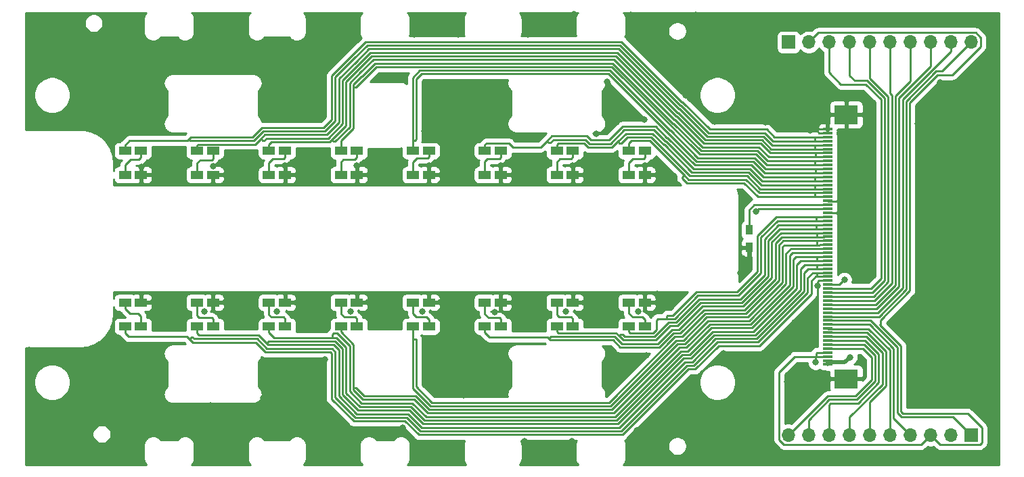
<source format=gtl>
G04 #@! TF.GenerationSoftware,KiCad,Pcbnew,(5.1.6-0-10_14)*
G04 #@! TF.CreationDate,2021-08-31T06:43:47+09:00*
G04 #@! TF.ProjectId,photo-single,70686f74-6f2d-4736-996e-676c652e6b69,rev?*
G04 #@! TF.SameCoordinates,Original*
G04 #@! TF.FileFunction,Copper,L1,Top*
G04 #@! TF.FilePolarity,Positive*
%FSLAX46Y46*%
G04 Gerber Fmt 4.6, Leading zero omitted, Abs format (unit mm)*
G04 Created by KiCad (PCBNEW (5.1.6-0-10_14)) date 2021-08-31 06:43:47*
%MOMM*%
%LPD*%
G01*
G04 APERTURE LIST*
G04 #@! TA.AperFunction,SMDPad,CuDef*
%ADD10R,1.600000X1.000000*%
G04 #@! TD*
G04 #@! TA.AperFunction,SMDPad,CuDef*
%ADD11R,0.900000X1.200000*%
G04 #@! TD*
G04 #@! TA.AperFunction,SMDPad,CuDef*
%ADD12R,1.250000X0.300000*%
G04 #@! TD*
G04 #@! TA.AperFunction,SMDPad,CuDef*
%ADD13R,3.000000X2.400000*%
G04 #@! TD*
G04 #@! TA.AperFunction,ComponentPad*
%ADD14R,1.700000X1.700000*%
G04 #@! TD*
G04 #@! TA.AperFunction,ComponentPad*
%ADD15O,1.700000X1.700000*%
G04 #@! TD*
G04 #@! TA.AperFunction,ViaPad*
%ADD16C,0.800000*%
G04 #@! TD*
G04 #@! TA.AperFunction,Conductor*
%ADD17C,0.250000*%
G04 #@! TD*
G04 #@! TA.AperFunction,Conductor*
%ADD18C,0.508000*%
G04 #@! TD*
G04 #@! TA.AperFunction,Conductor*
%ADD19C,0.254000*%
G04 #@! TD*
G04 APERTURE END LIST*
D10*
X162921211Y-89002066D03*
X162921211Y-92002066D03*
X108921211Y-111001633D03*
X108921211Y-108001633D03*
X162921211Y-108001633D03*
X162921211Y-111001633D03*
X160921211Y-111001633D03*
X160921211Y-108001633D03*
X153921211Y-108001633D03*
X153921211Y-111001633D03*
X151921211Y-111001633D03*
X151921211Y-108001633D03*
X144921211Y-108001633D03*
X144921211Y-111001633D03*
X142921211Y-111001633D03*
X142921211Y-108001633D03*
X135921211Y-108001633D03*
X135921211Y-111001633D03*
X117921211Y-111001633D03*
X117921211Y-108001633D03*
X106921211Y-108001633D03*
X106921211Y-111001633D03*
X115921211Y-108001633D03*
X115921211Y-111001633D03*
X126921211Y-111001633D03*
X126921211Y-108001633D03*
X124921211Y-108001633D03*
X124921211Y-111001633D03*
X99921211Y-111001633D03*
X99921211Y-108001633D03*
X133921211Y-111001633D03*
X133921211Y-108001633D03*
X97921211Y-108001633D03*
X97921211Y-111001633D03*
X160921211Y-92002066D03*
X160921211Y-89002066D03*
X99921211Y-92002066D03*
X99921211Y-89002066D03*
X135921211Y-89002066D03*
X135921211Y-92002066D03*
X115921211Y-89002066D03*
X115921211Y-92002066D03*
X117921211Y-92002066D03*
X117921211Y-89002066D03*
X142921211Y-92002066D03*
X142921211Y-89002066D03*
X106921211Y-89002066D03*
X106921211Y-92002066D03*
X124921211Y-89002066D03*
X124921211Y-92002066D03*
X133921211Y-92002066D03*
X133921211Y-89002066D03*
X126921211Y-92002066D03*
X126921211Y-89002066D03*
X153921211Y-89002066D03*
X153921211Y-92002066D03*
X144921211Y-89002066D03*
X144921211Y-92002066D03*
X151921211Y-92002066D03*
X151921211Y-89002066D03*
X97921211Y-89002066D03*
X97921211Y-92002066D03*
X108921211Y-92002066D03*
X108921211Y-89002066D03*
D11*
X176000000Y-101100000D03*
X176000000Y-98900000D03*
D12*
X185810000Y-115770000D03*
X185810000Y-115270000D03*
X185810000Y-114770000D03*
X185810000Y-114270000D03*
X185810000Y-113770000D03*
X185810000Y-113270000D03*
X185810000Y-112770000D03*
X185810000Y-112270000D03*
X185810000Y-111770000D03*
X185810000Y-111270000D03*
X185810000Y-110770000D03*
X185810000Y-110270000D03*
X185810000Y-109770000D03*
X185810000Y-109270000D03*
X185810000Y-108770000D03*
X185810000Y-108270000D03*
X185810000Y-107770000D03*
X185810000Y-107270000D03*
X185810000Y-106770000D03*
X185810000Y-106270000D03*
X185810000Y-105770000D03*
X185810000Y-105270000D03*
X185810000Y-104770000D03*
X185810000Y-104270000D03*
X185810000Y-103770000D03*
X185810000Y-103270000D03*
X185810000Y-102770000D03*
X185810000Y-102270000D03*
X185810000Y-101770000D03*
X185810000Y-101270000D03*
X185810000Y-100770000D03*
X185810000Y-100270000D03*
X185810000Y-99770000D03*
X185810000Y-99270000D03*
X185810000Y-98770000D03*
X185810000Y-98270000D03*
X185810000Y-97770000D03*
X185810000Y-97270000D03*
X185810000Y-96770000D03*
X185810000Y-96270000D03*
X185810000Y-95770000D03*
X185810000Y-95270000D03*
X185810000Y-94770000D03*
X185810000Y-94270000D03*
X185810000Y-93770000D03*
X185810000Y-93270000D03*
X185810000Y-92770000D03*
X185810000Y-92270000D03*
X185810000Y-91770000D03*
X185810000Y-91270000D03*
X185810000Y-90770000D03*
X185810000Y-90270000D03*
X185810000Y-89770000D03*
X185810000Y-89270000D03*
X185810000Y-88770000D03*
X185810000Y-88270000D03*
X185810000Y-87770000D03*
X185810000Y-87270000D03*
X185810000Y-86770000D03*
X185810000Y-86270000D03*
D13*
X188135000Y-117570000D03*
X188135000Y-84470000D03*
D14*
X180905000Y-75372000D03*
D15*
X183445000Y-75372000D03*
X185985000Y-75372000D03*
X188525000Y-75372000D03*
X191065000Y-75372000D03*
X193605000Y-75372000D03*
X196145000Y-75372000D03*
X198685000Y-75372000D03*
X201225000Y-75372000D03*
X203765000Y-75372000D03*
X180905000Y-124628000D03*
X183445000Y-124628000D03*
X185985000Y-124628000D03*
X188525000Y-124628000D03*
X191065000Y-124628000D03*
X193605000Y-124628000D03*
X196145000Y-124628000D03*
X198685000Y-124628000D03*
X201225000Y-124628000D03*
D14*
X203765000Y-124628000D03*
D16*
X175380000Y-102990000D03*
X184584998Y-105904268D03*
X182910000Y-117680000D03*
X165340000Y-107940000D03*
X166260000Y-92490000D03*
X187450000Y-96180000D03*
X85940000Y-85930000D03*
X85810000Y-79280000D03*
X85890000Y-72890000D03*
X88650000Y-75730000D03*
X91750000Y-79320000D03*
X91930000Y-72670000D03*
X91840000Y-85750000D03*
X95120000Y-82600000D03*
X98580000Y-79450000D03*
X98490000Y-72580000D03*
X98490000Y-72580000D03*
X95560000Y-75730000D03*
X101680000Y-82380000D03*
X98320000Y-85970000D03*
X103260000Y-89860000D03*
X99950000Y-90980000D03*
X108930000Y-90930000D03*
X117910000Y-90870000D03*
X126900000Y-90870000D03*
X135930000Y-90860000D03*
X144920000Y-90870000D03*
X153890000Y-90840000D03*
X162930000Y-90850000D03*
X103600000Y-92440000D03*
X112220000Y-92850000D03*
X121450000Y-92810000D03*
X130110000Y-92690000D03*
X139470000Y-92790000D03*
X148400000Y-92950000D03*
X157900000Y-92720000D03*
X157800000Y-90360000D03*
X148420000Y-90240000D03*
X139500000Y-89510000D03*
X130180000Y-89100000D03*
X121450000Y-89180000D03*
X112340000Y-89810000D03*
X102050000Y-86010000D03*
X102610000Y-75790000D03*
X107580000Y-72610000D03*
X112700000Y-72590000D03*
X109590000Y-76710000D03*
X105740000Y-78650000D03*
X113870000Y-78910000D03*
X116680000Y-75320000D03*
X121240000Y-72340000D03*
X126240000Y-72240000D03*
X123960000Y-75010000D03*
X120560000Y-78210000D03*
X116480000Y-80500000D03*
X115710000Y-84480000D03*
X122260000Y-84580000D03*
X129590000Y-79810000D03*
X132650000Y-79810000D03*
X134250000Y-72170000D03*
X139610000Y-74380000D03*
X136730000Y-73450000D03*
X139610000Y-72110000D03*
X134080000Y-74410000D03*
X135650000Y-80540000D03*
X135370000Y-86530000D03*
X138500000Y-83500000D03*
X145320000Y-80410000D03*
X145390000Y-86670000D03*
X142510000Y-83540000D03*
X140610000Y-80480000D03*
X140330000Y-86630000D03*
X145790000Y-83410000D03*
X135480000Y-83440000D03*
X149410000Y-87510000D03*
X156860000Y-86890000D03*
X162880000Y-85110000D03*
X158240000Y-80320000D03*
X157970000Y-83080000D03*
X160430000Y-83470000D03*
X158720000Y-85510000D03*
X148050000Y-72080000D03*
X154110000Y-71900000D03*
X154020000Y-74290000D03*
X148350000Y-74420000D03*
X150760000Y-73180000D03*
X161190000Y-71940000D03*
X161090000Y-74940000D03*
X164830000Y-78450000D03*
X168080000Y-82080000D03*
X171710000Y-85350000D03*
X178060000Y-85430000D03*
X179640000Y-86150000D03*
X183600000Y-86460000D03*
X164870000Y-73750000D03*
X169340000Y-71930000D03*
X168470000Y-75840000D03*
X169510000Y-78500000D03*
X173610000Y-72320000D03*
X172940000Y-75740000D03*
X174360000Y-80180000D03*
X175740000Y-83340000D03*
X180660000Y-81830000D03*
X185130000Y-83220000D03*
X190110000Y-81860000D03*
X184830000Y-81220000D03*
X179680000Y-78710000D03*
X177240000Y-75330000D03*
X180190000Y-72470000D03*
X186280000Y-72510000D03*
X194410000Y-72510000D03*
X201760000Y-72550000D03*
X206300000Y-72500000D03*
X206300000Y-77200000D03*
X199910000Y-80460000D03*
X203830000Y-79530000D03*
X202310000Y-83640000D03*
X206370000Y-83680000D03*
X204650000Y-87530000D03*
X203760000Y-93350000D03*
X206420000Y-90980000D03*
X203910000Y-97990000D03*
X206230000Y-95970000D03*
X203570000Y-103590000D03*
X206190000Y-101180000D03*
X203640000Y-108710000D03*
X206330000Y-106280000D03*
X203640000Y-113480000D03*
X206260000Y-111120000D03*
X203500000Y-119120000D03*
X206240000Y-115890000D03*
X204810000Y-121800000D03*
X206520000Y-119840000D03*
X206380000Y-127580000D03*
X206630000Y-124100000D03*
X202150000Y-127500000D03*
X196160000Y-127760000D03*
X189400000Y-127690000D03*
X183930000Y-127500000D03*
X178330000Y-127630000D03*
X168490000Y-127600000D03*
X173150000Y-124830000D03*
X168690000Y-121910000D03*
X178540000Y-121870000D03*
X178350000Y-115460000D03*
X181710000Y-110490000D03*
X181000000Y-122770000D03*
X184820000Y-119160000D03*
X180710000Y-117970000D03*
X172740000Y-114340000D03*
X168790000Y-117680000D03*
X174380000Y-119840000D03*
X161960000Y-124030000D03*
X161250000Y-127460000D03*
X165470000Y-121210000D03*
X166140000Y-124810000D03*
X178250000Y-124570000D03*
X147890000Y-125380000D03*
X153840000Y-125380000D03*
X153840000Y-127940000D03*
X147980000Y-127990000D03*
X150800000Y-126810000D03*
X158310000Y-118870000D03*
X163090000Y-114610000D03*
X158400000Y-113920000D03*
X160220000Y-116390000D03*
X145330000Y-119520000D03*
X145500000Y-113660000D03*
X135430000Y-113430000D03*
X135430000Y-118380000D03*
X140250000Y-119640000D03*
X138030000Y-115860000D03*
X140850000Y-113170000D03*
X143290000Y-116680000D03*
X140890000Y-110040000D03*
X137900000Y-109960000D03*
X162070000Y-109110000D03*
X153070000Y-109120000D03*
X144120000Y-109180000D03*
X135120000Y-109110000D03*
X126150000Y-109120000D03*
X116940000Y-109120000D03*
X107870000Y-109170000D03*
X103320000Y-107060000D03*
X112760000Y-107270000D03*
X121260000Y-107190000D03*
X130670000Y-107250000D03*
X139810000Y-107220000D03*
X148560000Y-107330000D03*
X157850000Y-107290000D03*
X157510000Y-109770000D03*
X122900000Y-115180000D03*
X115450000Y-115280000D03*
X115190000Y-119990000D03*
X122710000Y-119800000D03*
X118690000Y-117500000D03*
X95950000Y-112820000D03*
X85880000Y-113950000D03*
X93000000Y-114260000D03*
X85810000Y-120840000D03*
X93190000Y-120580000D03*
X89480000Y-115280000D03*
X89360000Y-121110000D03*
X85920000Y-124360000D03*
X85810000Y-127890000D03*
X89920000Y-127820000D03*
X95820000Y-127890000D03*
X90180000Y-124520000D03*
X96270000Y-117290000D03*
X98360000Y-121760000D03*
X99830000Y-127330000D03*
X102260000Y-114630000D03*
X101360000Y-118580000D03*
X103690000Y-122760000D03*
X98120000Y-124950000D03*
X108630000Y-120910000D03*
X107110000Y-127710000D03*
X106920000Y-124280000D03*
X112960000Y-124330000D03*
X113010000Y-127470000D03*
X109920000Y-126040000D03*
X118900000Y-123090000D03*
X120680000Y-125210000D03*
X127180000Y-125180000D03*
X121050000Y-128050000D03*
X126840000Y-127990000D03*
X123970000Y-126540000D03*
X123470000Y-122810000D03*
X132650000Y-123680000D03*
X134020000Y-127970000D03*
X139690000Y-125660000D03*
X139790000Y-127970000D03*
X134290000Y-125730000D03*
X137070000Y-126900000D03*
X175100000Y-95390000D03*
X174860000Y-104320000D03*
X187980000Y-86550000D03*
X188160000Y-92500000D03*
X187860000Y-98670000D03*
X187800000Y-102510000D03*
X191340000Y-102510000D03*
X191460000Y-96460000D03*
X191220000Y-90880000D03*
X190860000Y-86580000D03*
X188100000Y-89760000D03*
X189300000Y-94610000D03*
X197040000Y-85610000D03*
X198990000Y-88940000D03*
X197160000Y-92200000D03*
X199090000Y-96000000D03*
X197220000Y-99040000D03*
X198930000Y-102340000D03*
X193960000Y-110400000D03*
X198550000Y-107540000D03*
X198330000Y-112020000D03*
X196170000Y-116450000D03*
X198660000Y-120390000D03*
X101370000Y-107980000D03*
X110500000Y-107980000D03*
X119360000Y-107990000D03*
X128330000Y-107980000D03*
X137410000Y-107970000D03*
X146410000Y-107990000D03*
X155350000Y-108000000D03*
X164480000Y-106900000D03*
X188600000Y-114850000D03*
X187905000Y-105135000D03*
X184290000Y-115520000D03*
X176822653Y-96592653D03*
D17*
X188135000Y-84470000D02*
X186470000Y-84470000D01*
X186470000Y-84470000D02*
X185020000Y-84470000D01*
X185020000Y-84470000D02*
X184540000Y-84950000D01*
X185810000Y-86770000D02*
X184750000Y-86770000D01*
X184750000Y-86770000D02*
X184540000Y-86560000D01*
X184600000Y-86270000D02*
X184540000Y-86210000D01*
X185810000Y-86270000D02*
X184600000Y-86270000D01*
X184540000Y-86210000D02*
X184540000Y-84950000D01*
X184540000Y-86560000D02*
X184540000Y-86210000D01*
D18*
X176000000Y-102370000D02*
X175380000Y-102990000D01*
X176000000Y-101100000D02*
X176000000Y-102370000D01*
D17*
X184584998Y-105375002D02*
X184584998Y-105904268D01*
X184690000Y-105270000D02*
X184584998Y-105375002D01*
X185810000Y-105270000D02*
X184690000Y-105270000D01*
D18*
X183020000Y-117570000D02*
X182910000Y-117680000D01*
X188135000Y-117570000D02*
X183020000Y-117570000D01*
X165278367Y-108001633D02*
X165340000Y-107940000D01*
X162921211Y-108001633D02*
X165278367Y-108001633D01*
X165772066Y-92002066D02*
X166260000Y-92490000D01*
X162921211Y-92002066D02*
X165772066Y-92002066D01*
D17*
X187450000Y-95614315D02*
X187130684Y-95294999D01*
X187450000Y-96180000D02*
X187450000Y-95614315D01*
X185834999Y-95294999D02*
X185810000Y-95270000D01*
X187130684Y-95294999D02*
X185834999Y-95294999D01*
X185810000Y-96770000D02*
X187220000Y-96770000D01*
X187450000Y-96540000D02*
X187450000Y-96180000D01*
X187220000Y-96770000D02*
X187450000Y-96540000D01*
X169380000Y-106680000D02*
X166460000Y-109600000D01*
X174490000Y-106680000D02*
X169380000Y-106680000D01*
X177010000Y-104160000D02*
X174490000Y-106680000D01*
X177010000Y-99660000D02*
X177010000Y-104160000D01*
X179400000Y-97270000D02*
X177010000Y-99660000D01*
X160921211Y-111671211D02*
X160921211Y-111001633D01*
X161076634Y-111826634D02*
X160921211Y-111671211D01*
X177460010Y-99846400D02*
X177460009Y-104346401D01*
X163981212Y-111826634D02*
X161076634Y-111826634D01*
X164380000Y-110200000D02*
X164380000Y-111427846D01*
X164380000Y-111427846D02*
X163981212Y-111826634D01*
X164529990Y-110050010D02*
X164380000Y-110200000D01*
X177460009Y-104346401D02*
X174676401Y-107130009D01*
X169566400Y-107130010D02*
X166646401Y-110050009D01*
X174676401Y-107130009D02*
X169566400Y-107130010D01*
X179536410Y-97770000D02*
X177460010Y-99846400D01*
X184380000Y-97360000D02*
X184290000Y-97270000D01*
X184380000Y-97770000D02*
X184380000Y-97360000D01*
X184380000Y-97770000D02*
X179536410Y-97770000D01*
X184290000Y-97270000D02*
X179400000Y-97270000D01*
X185810000Y-97270000D02*
X184290000Y-97270000D01*
X185810000Y-97770000D02*
X184380000Y-97770000D01*
X166460000Y-109600000D02*
X165790000Y-109600000D01*
X165659991Y-109730009D02*
X165659991Y-110050009D01*
X165790000Y-109600000D02*
X165659991Y-109730009D01*
X165659991Y-110050009D02*
X164529990Y-110050010D01*
X166646401Y-110050009D02*
X165659991Y-110050009D01*
X164167613Y-112276643D02*
X160416644Y-112276644D01*
X166832802Y-110500018D02*
X165944238Y-110500018D01*
X177910018Y-104532802D02*
X174862802Y-107580018D01*
X174862802Y-107580018D02*
X169752802Y-107580018D01*
X165944238Y-110500018D02*
X164167613Y-112276643D01*
X169752802Y-107580018D02*
X166832802Y-110500018D01*
X177910019Y-100032801D02*
X177910018Y-104532802D01*
X179672820Y-98270000D02*
X177910019Y-100032801D01*
X152116634Y-111826634D02*
X151921211Y-111631211D01*
X159330224Y-111826634D02*
X152116634Y-111826634D01*
X169939202Y-108030028D02*
X167019203Y-110950027D01*
X151921211Y-111631211D02*
X151921211Y-111001633D01*
X167019203Y-110950027D02*
X166130638Y-110950028D01*
X175049203Y-108030027D02*
X169939202Y-108030028D01*
X166130638Y-110950028D02*
X164354014Y-112726652D01*
X178360027Y-104719203D02*
X175049203Y-108030027D01*
X179809230Y-98770000D02*
X178360028Y-100219202D01*
X178360028Y-100219202D02*
X178360027Y-104719203D01*
X164354014Y-112726652D02*
X160230245Y-112726653D01*
X184380000Y-98410000D02*
X184520000Y-98270000D01*
X184380000Y-98770000D02*
X184380000Y-98410000D01*
X185810000Y-98270000D02*
X184520000Y-98270000D01*
X184520000Y-98270000D02*
X179672820Y-98270000D01*
X185810000Y-98770000D02*
X184380000Y-98770000D01*
X184380000Y-98770000D02*
X179809230Y-98770000D01*
X160416644Y-112276644D02*
X160130000Y-111990000D01*
X159930000Y-111990000D02*
X159711796Y-112208204D01*
X160130000Y-111990000D02*
X159930000Y-111990000D01*
X159711796Y-112208204D02*
X159330224Y-111826634D01*
X160230245Y-112726653D02*
X159711796Y-112208204D01*
X142921211Y-111761211D02*
X142921211Y-111001633D01*
X143500000Y-112340000D02*
X142921211Y-111761211D01*
X159857447Y-113626671D02*
X158957427Y-112726653D01*
X164726816Y-113626670D02*
X159857447Y-113626671D01*
X158957427Y-112726653D02*
X151140243Y-112726653D01*
X179260046Y-105092004D02*
X175422005Y-108930045D01*
X166503440Y-111850046D02*
X164726816Y-113626670D01*
X180057051Y-99794999D02*
X179260046Y-100592004D01*
X167392005Y-111850045D02*
X166503440Y-111850046D01*
X170312005Y-108930045D02*
X167392005Y-111850045D01*
X150753590Y-112340000D02*
X143500000Y-112340000D01*
X179260046Y-100592004D02*
X179260046Y-105092004D01*
X175422005Y-108930045D02*
X170312005Y-108930045D01*
X185430000Y-99770000D02*
X185405001Y-99794999D01*
X185810000Y-99770000D02*
X185430000Y-99770000D01*
X184455001Y-99295001D02*
X184430000Y-99270000D01*
X184455001Y-99794999D02*
X184455001Y-99295001D01*
X185810000Y-99270000D02*
X184430000Y-99270000D01*
X185405001Y-99794999D02*
X184455001Y-99794999D01*
X184455001Y-99794999D02*
X180057051Y-99794999D01*
X151223356Y-112276644D02*
X150956795Y-112543205D01*
X159143826Y-112276644D02*
X151223356Y-112276644D01*
X160043846Y-113176662D02*
X159143826Y-112276644D01*
X170125603Y-108480037D02*
X167205604Y-111400036D01*
X175235604Y-108480036D02*
X170125603Y-108480037D01*
X178810037Y-100405603D02*
X178810036Y-104905604D01*
X164540415Y-113176661D02*
X160043846Y-113176662D01*
X166317040Y-111400036D02*
X164540415Y-113176661D01*
X179945640Y-99270000D02*
X178810037Y-100405603D01*
X184430000Y-99270000D02*
X179945640Y-99270000D01*
X150956795Y-112543205D02*
X150753590Y-112340000D01*
X167205604Y-111400036D02*
X166317040Y-111400036D01*
X178810036Y-104905604D02*
X175235604Y-108480036D01*
X151140243Y-112726653D02*
X150956795Y-112543205D01*
X167764807Y-112750063D02*
X170684806Y-109830064D01*
X166876242Y-112750064D02*
X167764807Y-112750063D01*
X158656297Y-120970009D02*
X166876242Y-112750064D01*
X133921211Y-118751211D02*
X136140010Y-120970010D01*
X170684806Y-109830064D02*
X175734805Y-109830063D01*
X136140010Y-120970010D02*
X158656297Y-120970009D01*
X180395001Y-100794999D02*
X180160065Y-101029935D01*
X180160064Y-105464806D02*
X175794807Y-109830063D01*
X180160065Y-101029935D02*
X180160064Y-105464806D01*
X184794868Y-100770000D02*
X184769869Y-100794999D01*
X185810000Y-100770000D02*
X184794868Y-100770000D01*
X184444999Y-100314999D02*
X184400000Y-100270000D01*
X184444999Y-100794999D02*
X180395001Y-100794999D01*
X184769869Y-100794999D02*
X184444999Y-100794999D01*
X184444999Y-100794999D02*
X184444999Y-100314999D01*
X185810000Y-100270000D02*
X184400000Y-100270000D01*
X134328789Y-112618789D02*
X133921211Y-112618789D01*
X134371221Y-112661221D02*
X134328789Y-112618789D01*
X134371221Y-118564811D02*
X134371221Y-112661221D01*
X133921211Y-112618789D02*
X133921211Y-118751211D01*
X158469896Y-120520000D02*
X136326410Y-120520000D01*
X167578406Y-112300054D02*
X166689842Y-112300054D01*
X170498405Y-109380055D02*
X167578406Y-112300054D01*
X166689842Y-112300054D02*
X158469896Y-120520000D01*
X179710055Y-105278405D02*
X175608406Y-109380054D01*
X180240000Y-100270000D02*
X179710056Y-100799944D01*
X133921211Y-111001633D02*
X133921211Y-112618789D01*
X184400000Y-100270000D02*
X180240000Y-100270000D01*
X175608406Y-109380054D02*
X170498405Y-109380055D01*
X136326410Y-120520000D02*
X134371221Y-118564811D01*
X179710056Y-100799944D02*
X179710055Y-105278405D01*
X134057192Y-120160010D02*
X127653600Y-120160010D01*
X159029099Y-121870027D02*
X135767212Y-121870028D01*
X168137609Y-113650081D02*
X167249044Y-113650082D01*
X126471201Y-113251201D02*
X124921211Y-111701211D01*
X171057608Y-110730082D02*
X168137609Y-113650081D01*
X176167609Y-110730081D02*
X171057608Y-110730082D01*
X181060083Y-102109917D02*
X181060082Y-105837608D01*
X181400000Y-101770000D02*
X181060083Y-102109917D01*
X135767212Y-121870028D02*
X134057192Y-120160010D01*
X124921211Y-111701211D02*
X124921211Y-111001633D01*
X181060082Y-105837608D02*
X176167609Y-110730081D01*
X127653600Y-120160010D02*
X126471202Y-118977612D01*
X167249044Y-113650082D02*
X159029099Y-121870027D01*
X185810000Y-101770000D02*
X181400000Y-101770000D01*
X127840000Y-119700000D02*
X126808798Y-118668798D01*
X135953609Y-121420019D02*
X134233590Y-119700000D01*
X158842696Y-121420018D02*
X135953609Y-121420019D01*
X167951208Y-113200072D02*
X167062644Y-113200072D01*
X175981208Y-110280072D02*
X170871208Y-110280072D01*
X126471202Y-118668798D02*
X126471201Y-113251201D01*
X170871208Y-110280072D02*
X167951208Y-113200072D01*
X180610073Y-105651207D02*
X175981208Y-110280072D01*
X185810000Y-101270000D02*
X181230074Y-101270000D01*
X180610074Y-101890000D02*
X180610073Y-105651207D01*
X126808798Y-118668798D02*
X126471202Y-118668798D01*
X167062644Y-113200072D02*
X158842696Y-121420018D01*
X181230074Y-101270000D02*
X180610074Y-101890000D01*
X134233590Y-119700000D02*
X127840000Y-119700000D01*
X126471202Y-118977612D02*
X126471202Y-118668798D01*
X124483590Y-111900000D02*
X126021193Y-113437603D01*
X126021193Y-119164013D02*
X127467200Y-120610020D01*
X126021193Y-113437603D02*
X126021193Y-119164013D01*
X127467200Y-120610020D02*
X128750000Y-120610020D01*
X133870794Y-120610020D02*
X135580813Y-122320037D01*
X128750000Y-120610020D02*
X133870794Y-120610020D01*
X135580813Y-122320037D02*
X138310001Y-122320036D01*
X138310001Y-122320036D02*
X159215500Y-122320036D01*
X159215500Y-122320036D02*
X167435446Y-114100090D01*
X167435446Y-114100090D02*
X168324010Y-114100090D01*
X168324010Y-114100090D02*
X171244009Y-111180091D01*
X171244009Y-111180091D02*
X176294008Y-111180090D01*
X181830000Y-102270000D02*
X181510092Y-102589908D01*
X182140092Y-102270000D02*
X181830000Y-102270000D01*
X126021193Y-113437603D02*
X124410224Y-111826634D01*
X133870794Y-120610020D02*
X127467199Y-120610019D01*
X135580812Y-122320037D02*
X133870794Y-120610020D01*
X167435446Y-114100090D02*
X159215498Y-122320036D01*
X181510092Y-102589908D02*
X181510091Y-106024009D01*
X126021193Y-119164011D02*
X126021193Y-113437603D01*
X127467199Y-120610019D02*
X126021193Y-119164011D01*
X168324008Y-114100090D02*
X167435446Y-114100090D01*
X159215498Y-122320036D02*
X135580812Y-122320037D01*
X171244010Y-111180090D02*
X168324008Y-114100090D01*
X176354008Y-111180090D02*
X171244010Y-111180090D01*
X181510091Y-106024009D02*
X176354008Y-111180090D01*
X115921211Y-111771211D02*
X115921211Y-111001633D01*
X125571183Y-113624003D02*
X124367180Y-112420000D01*
X125571184Y-119350414D02*
X125571183Y-113624003D01*
X168510411Y-114550099D02*
X167621846Y-114550100D01*
X171430411Y-111630099D02*
X168510411Y-114550099D01*
X181960100Y-106210410D02*
X176540411Y-111630099D01*
X133684396Y-121060030D02*
X127280800Y-121060030D01*
X176540411Y-111630099D02*
X171430411Y-111630099D01*
X135394414Y-122770046D02*
X133684396Y-121060030D01*
X116570000Y-112420000D02*
X115921211Y-111771211D01*
X127280800Y-121060030D02*
X125571184Y-119350414D01*
X167621846Y-114550100D02*
X159401901Y-122770045D01*
X181960101Y-103250000D02*
X181960100Y-106210410D01*
X182440101Y-102770000D02*
X181960101Y-103250000D01*
X159401901Y-122770045D02*
X135394414Y-122770046D01*
X184480000Y-102310000D02*
X184520000Y-102270000D01*
X184480000Y-102770000D02*
X184480000Y-102310000D01*
X185810000Y-102270000D02*
X184520000Y-102270000D01*
X185810000Y-102770000D02*
X184480000Y-102770000D01*
X184520000Y-102270000D02*
X182140092Y-102270000D01*
X184480000Y-102770000D02*
X182440101Y-102770000D01*
X124410224Y-111826634D02*
X124003366Y-111826634D01*
X123830000Y-112000000D02*
X123830000Y-112420000D01*
X124003366Y-111826634D02*
X123830000Y-112000000D01*
X123830000Y-112420000D02*
X116570000Y-112420000D01*
X124367180Y-112420000D02*
X123830000Y-112420000D01*
X114603590Y-112110000D02*
X107160000Y-112110000D01*
X123994380Y-113320020D02*
X115813610Y-113320020D01*
X124671165Y-113996805D02*
X123994380Y-113320020D01*
X124671166Y-119723216D02*
X124671165Y-113996805D01*
X135021616Y-123670064D02*
X133311600Y-121960050D01*
X171803213Y-112530117D02*
X168883213Y-115450117D01*
X133311600Y-121960050D02*
X126908000Y-121960050D01*
X159774703Y-123670063D02*
X135021616Y-123670064D01*
X167994649Y-115450117D02*
X159774703Y-123670063D01*
X107160000Y-112110000D02*
X106921211Y-111871211D01*
X168883213Y-115450117D02*
X167994649Y-115450117D01*
X106921211Y-111871211D02*
X106921211Y-111001633D01*
X182860118Y-106583212D02*
X176913213Y-112530117D01*
X182860119Y-104300000D02*
X182860118Y-106583212D01*
X126908000Y-121960050D02*
X124671166Y-119723216D01*
X183390119Y-103770000D02*
X182860119Y-104300000D01*
X176913213Y-112530117D02*
X171803213Y-112530117D01*
X185810000Y-103270000D02*
X184490000Y-103270000D01*
X185810000Y-103770000D02*
X184490000Y-103770000D01*
X184490000Y-103770000D02*
X184490000Y-103270000D01*
X184490000Y-103770000D02*
X183390119Y-103770000D01*
X115869990Y-112870010D02*
X115616795Y-113123205D01*
X124180780Y-112870010D02*
X115869990Y-112870010D01*
X125121175Y-113810405D02*
X124180780Y-112870010D01*
X125121175Y-119536815D02*
X125121175Y-113810405D01*
X135208015Y-123220055D02*
X133497998Y-121510040D01*
X127094400Y-121510040D02*
X125121175Y-119536815D01*
X133497998Y-121510040D02*
X127094400Y-121510040D01*
X159588302Y-123220054D02*
X135208015Y-123220055D01*
X176726812Y-112080108D02*
X171616811Y-112080109D01*
X167808247Y-115000109D02*
X159588302Y-123220054D01*
X171616811Y-112080109D02*
X168696812Y-115000108D01*
X182410109Y-106396811D02*
X176726812Y-112080108D01*
X168696812Y-115000108D02*
X167808247Y-115000109D01*
X182910110Y-103270000D02*
X182410110Y-103770000D01*
X115616795Y-113123205D02*
X114603590Y-112110000D01*
X182410110Y-103770000D02*
X182410109Y-106396811D01*
X184490000Y-103270000D02*
X182910110Y-103270000D01*
X115813610Y-113320020D02*
X115616795Y-113123205D01*
X177099613Y-112980127D02*
X176860127Y-112980127D01*
X183310128Y-104880000D02*
X183310127Y-106769613D01*
X183920128Y-104270000D02*
X183310128Y-104880000D01*
X183310127Y-106769613D02*
X177099613Y-112980127D01*
X176860127Y-112980127D02*
X177039612Y-112980126D01*
X98380000Y-112290000D02*
X97921211Y-111831211D01*
X105633590Y-112290000D02*
X98380000Y-112290000D01*
X114250770Y-113030000D02*
X106373590Y-113030000D01*
X115440810Y-114220040D02*
X114250770Y-113030000D01*
X97921211Y-111831211D02*
X97921211Y-111001633D01*
X123590040Y-114220040D02*
X115440810Y-114220040D01*
X123771148Y-120096018D02*
X123771147Y-114401147D01*
X132938804Y-122860070D02*
X126535200Y-122860070D01*
X123771147Y-114401147D02*
X123590040Y-114220040D01*
X134648818Y-124570082D02*
X132938804Y-122860070D01*
X160147505Y-124570081D02*
X134648818Y-124570082D01*
X169256015Y-116350135D02*
X168367450Y-116350136D01*
X172176015Y-113430135D02*
X169256015Y-116350135D01*
X183760137Y-105330000D02*
X183760136Y-106956014D01*
X183760136Y-106956014D02*
X177286015Y-113430135D01*
X168367450Y-116350136D02*
X160147505Y-124570081D01*
X184320137Y-104770000D02*
X183760137Y-105330000D01*
X126535200Y-122860070D02*
X123771148Y-120096018D01*
X177286015Y-113430135D02*
X172176015Y-113430135D01*
X184480000Y-104300000D02*
X184510000Y-104270000D01*
X184480000Y-104770000D02*
X184480000Y-104300000D01*
X184510000Y-104270000D02*
X183920128Y-104270000D01*
X185810000Y-104770000D02*
X184480000Y-104770000D01*
X185810000Y-104270000D02*
X184510000Y-104270000D01*
X184480000Y-104770000D02*
X184320137Y-104770000D01*
X106350000Y-112340000D02*
X106200000Y-112340000D01*
X106200000Y-112340000D02*
X105941795Y-112598205D01*
X115627210Y-113770030D02*
X114417190Y-112560010D01*
X123807980Y-113770030D02*
X115627210Y-113770030D01*
X123807980Y-113777980D02*
X123807980Y-113770030D01*
X106540010Y-112530010D02*
X106350000Y-112340000D01*
X124221157Y-119909617D02*
X124221157Y-114191157D01*
X106540010Y-112560010D02*
X106540010Y-112530010D01*
X114417190Y-112560010D02*
X106540010Y-112560010D01*
X124221157Y-114191157D02*
X123807980Y-113777980D01*
X159961104Y-124120072D02*
X134835217Y-124120073D01*
X105941795Y-112598205D02*
X105633590Y-112290000D01*
X168181049Y-115900127D02*
X159961104Y-124120072D01*
X169069614Y-115900126D02*
X168181049Y-115900127D01*
X134835217Y-124120073D02*
X133125202Y-122410060D01*
X171989613Y-112980127D02*
X169069614Y-115900126D01*
X176860127Y-112980127D02*
X171989613Y-112980127D01*
X126721600Y-122410060D02*
X124221157Y-119909617D01*
X133125202Y-122410060D02*
X126721600Y-122410060D01*
X106373590Y-113030000D02*
X105941795Y-112598205D01*
X175360000Y-93040000D02*
X177090000Y-94770000D01*
X168207737Y-93040000D02*
X175360000Y-93040000D01*
X168394137Y-92589990D02*
X175546401Y-92589991D01*
X175546401Y-92589991D02*
X177226410Y-94270000D01*
X161280000Y-87730000D02*
X163534147Y-87730000D01*
X160921211Y-88088789D02*
X161280000Y-87730000D01*
X160921211Y-89002066D02*
X160921211Y-88088789D01*
X184210000Y-94770000D02*
X184210000Y-94280000D01*
X184220000Y-94270000D02*
X177226410Y-94270000D01*
X185810000Y-94270000D02*
X184220000Y-94270000D01*
X177090000Y-94770000D02*
X184210000Y-94770000D01*
X184210000Y-94280000D02*
X184220000Y-94270000D01*
X184210000Y-94770000D02*
X185810000Y-94770000D01*
X168207737Y-93040000D02*
X167600000Y-92432263D01*
X167600000Y-92270000D02*
X167837073Y-92032927D01*
X167600000Y-92432263D02*
X167600000Y-92270000D01*
X167837073Y-92032927D02*
X168394137Y-92589990D01*
X163534147Y-87730000D02*
X167837073Y-92032927D01*
X175732802Y-92139982D02*
X177362820Y-93770000D01*
X168580538Y-92139981D02*
X175732802Y-92139982D01*
X163720548Y-87279991D02*
X168580538Y-92139981D01*
X160740010Y-87279990D02*
X163720548Y-87279991D01*
X175919203Y-91689973D02*
X177499230Y-93270000D01*
X168839972Y-91689972D02*
X175919203Y-91689973D01*
X163906949Y-86829982D02*
X165328483Y-88251516D01*
X160553611Y-86829981D02*
X163906949Y-86829982D01*
X165401516Y-88251516D02*
X168839972Y-91689972D01*
X152140000Y-88040000D02*
X155310000Y-88040000D01*
X151921211Y-88258789D02*
X152140000Y-88040000D01*
X155822056Y-88552056D02*
X158831534Y-88552056D01*
X165328483Y-88251516D02*
X165401516Y-88251516D01*
X155310000Y-88040000D02*
X155822056Y-88552056D01*
X151921211Y-89002066D02*
X151921211Y-88258789D01*
X184210000Y-93400000D02*
X184340000Y-93270000D01*
X184210000Y-93770000D02*
X184210000Y-93400000D01*
X184340000Y-93270000D02*
X177499230Y-93270000D01*
X185810000Y-93270000D02*
X184340000Y-93270000D01*
X177362820Y-93770000D02*
X184210000Y-93770000D01*
X184210000Y-93770000D02*
X185810000Y-93770000D01*
X160740010Y-87279990D02*
X160010000Y-88010000D01*
X159770000Y-88010000D02*
X159571796Y-87811796D01*
X160010000Y-88010000D02*
X159770000Y-88010000D01*
X159571796Y-87811796D02*
X160553611Y-86829981D01*
X158831534Y-88552056D02*
X159571796Y-87811796D01*
X176105604Y-91239964D02*
X177635640Y-92770000D01*
X165587917Y-87801507D02*
X169026373Y-91239963D01*
X156022046Y-88102046D02*
X158645135Y-88102046D01*
X165514883Y-87801506D02*
X165587917Y-87801507D01*
X169026373Y-91239963D02*
X176105604Y-91239964D01*
X160367211Y-86379972D02*
X164093350Y-86379973D01*
X158645135Y-88102046D02*
X160367211Y-86379972D01*
X164093350Y-86379973D02*
X165514883Y-87801506D01*
X155509990Y-87589990D02*
X156022046Y-88102046D01*
X151500010Y-87589990D02*
X155509990Y-87589990D01*
X169212774Y-90789954D02*
X176292005Y-90789955D01*
X165774318Y-87351498D02*
X169212774Y-90789954D01*
X165701285Y-87351498D02*
X165774318Y-87351498D01*
X164279751Y-85929964D02*
X165701285Y-87351498D01*
X160180812Y-85929963D02*
X164279751Y-85929964D01*
X158458736Y-87652036D02*
X160180812Y-85929963D01*
X155696391Y-87139981D02*
X156208446Y-87652036D01*
X151313610Y-87139980D02*
X155696391Y-87139981D01*
X156208446Y-87652036D02*
X158458736Y-87652036D01*
X145910000Y-88040000D02*
X146422056Y-88552056D01*
X176292005Y-90789955D02*
X177772050Y-92270000D01*
X146422056Y-88552056D02*
X149901534Y-88552056D01*
X142921211Y-89002066D02*
X142921211Y-88248789D01*
X143130000Y-88040000D02*
X145910000Y-88040000D01*
X142921211Y-88248789D02*
X143130000Y-88040000D01*
X184220000Y-92290000D02*
X184240000Y-92270000D01*
X184220000Y-92770000D02*
X184220000Y-92290000D01*
X184240000Y-92270000D02*
X177772050Y-92270000D01*
X185810000Y-92270000D02*
X184240000Y-92270000D01*
X177635640Y-92770000D02*
X184220000Y-92770000D01*
X184220000Y-92770000D02*
X185810000Y-92770000D01*
X151500010Y-87589990D02*
X151090000Y-88000000D01*
X150920000Y-88000000D02*
X150686795Y-87766795D01*
X151090000Y-88000000D02*
X150920000Y-88000000D01*
X150686795Y-87766795D02*
X151313610Y-87139980D01*
X149901534Y-88552056D02*
X150686795Y-87766795D01*
X133921211Y-79798789D02*
X134799920Y-78920080D01*
X133921211Y-87418789D02*
X133921211Y-79798789D01*
X157719920Y-78920080D02*
X158542688Y-78920081D01*
X134799920Y-78920080D02*
X157719920Y-78920080D01*
X157719920Y-78920080D02*
X157906277Y-78920080D01*
X158542688Y-78920081D02*
X164316304Y-84693696D01*
X164316304Y-84693696D02*
X164421303Y-84798696D01*
X176664807Y-89889937D02*
X178044870Y-91270000D01*
X169599936Y-89889936D02*
X176664807Y-89889937D01*
X164316304Y-84693696D02*
X166074087Y-86451480D01*
X166161480Y-86451480D02*
X169599936Y-89889936D01*
X166074087Y-86451480D02*
X166161480Y-86451480D01*
X184270000Y-91770000D02*
X184270000Y-91310000D01*
X184270000Y-91770000D02*
X185810000Y-91770000D01*
X184310000Y-91270000D02*
X178044870Y-91270000D01*
X184270000Y-91310000D02*
X184310000Y-91270000D01*
X185810000Y-91270000D02*
X184310000Y-91270000D01*
X134188789Y-87711211D02*
X133921211Y-87711211D01*
X134371221Y-87528779D02*
X134188789Y-87711211D01*
X134986320Y-79370090D02*
X134371221Y-79985189D01*
X133921211Y-87711211D02*
X133921211Y-87418789D01*
X158356287Y-79370090D02*
X134986320Y-79370090D01*
X165887685Y-86901488D02*
X158356287Y-79370090D01*
X165960719Y-86901489D02*
X165887685Y-86901488D01*
X169399175Y-90339945D02*
X165960719Y-86901489D01*
X184270000Y-91770000D02*
X177908460Y-91770000D01*
X133921211Y-89002066D02*
X133921211Y-87711211D01*
X176478406Y-90339946D02*
X169399175Y-90339945D01*
X177908460Y-91770000D02*
X176478406Y-90339946D01*
X134371221Y-79985189D02*
X134371221Y-87528779D01*
X166534282Y-85551462D02*
X169972738Y-88989918D01*
X158915490Y-78020063D02*
X166446889Y-85551462D01*
X124921211Y-87728789D02*
X126471202Y-86178798D01*
X126471202Y-80692388D02*
X127513604Y-79649986D01*
X158279077Y-78020060D02*
X158915490Y-78020063D01*
X166446889Y-85551462D02*
X166534282Y-85551462D01*
X177037609Y-88989919D02*
X178317690Y-90270000D01*
X127513604Y-79649986D02*
X127540014Y-79649986D01*
X127540014Y-79649986D02*
X129169940Y-78020060D01*
X169972738Y-88989918D02*
X177037609Y-88989919D01*
X129169940Y-78020060D02*
X158279077Y-78020060D01*
X124921211Y-89002066D02*
X124921211Y-87728789D01*
X169786337Y-89439927D02*
X158816480Y-78470070D01*
X129349930Y-78470070D02*
X126790000Y-81030000D01*
X126471202Y-86178798D02*
X126471202Y-80941202D01*
X176851206Y-89439928D02*
X169786337Y-89439927D01*
X178181280Y-90770000D02*
X176851206Y-89439928D01*
X126790000Y-81030000D02*
X126560000Y-81030000D01*
X158816480Y-78470070D02*
X129349930Y-78470070D01*
X126560000Y-81030000D02*
X126471202Y-80941202D01*
X126471202Y-80941202D02*
X126471202Y-80692388D01*
X184190000Y-90290000D02*
X184170000Y-90270000D01*
X184190000Y-90770000D02*
X184190000Y-90290000D01*
X184190000Y-90770000D02*
X178181280Y-90770000D01*
X184170000Y-90270000D02*
X185810000Y-90270000D01*
X185810000Y-90770000D02*
X184190000Y-90770000D01*
X178317690Y-90270000D02*
X184170000Y-90270000D01*
X166720683Y-85101453D02*
X170159139Y-88539909D01*
X170159139Y-88539909D02*
X177224010Y-88539910D01*
X166633289Y-85101452D02*
X166720683Y-85101453D01*
X126021193Y-80505987D02*
X127327202Y-79199978D01*
X127335663Y-79199977D02*
X128965590Y-77570050D01*
X127327202Y-79199978D02*
X127335663Y-79199977D01*
X177224010Y-88539910D02*
X178454100Y-89770000D01*
X128965590Y-77570050D02*
X159101887Y-77570050D01*
X126021191Y-85992399D02*
X126021193Y-80505987D01*
X159101887Y-77570050D02*
X166633289Y-85101452D01*
X125571182Y-85805998D02*
X125571184Y-80319586D01*
X166819691Y-84651444D02*
X166907084Y-84651444D01*
X177410411Y-88089901D02*
X178590510Y-89270000D01*
X159288287Y-77120040D02*
X166819691Y-84651444D01*
X127149262Y-78749968D02*
X128779190Y-77120040D01*
X166907084Y-84651444D02*
X170345540Y-88089900D01*
X125571184Y-80319586D02*
X127140802Y-78749968D01*
X115921211Y-89002066D02*
X115921211Y-88198789D01*
X127140802Y-78749968D02*
X127149262Y-78749968D01*
X170345540Y-88089900D02*
X177410411Y-88089901D01*
X116230000Y-87890000D02*
X123487180Y-87890000D01*
X115921211Y-88198789D02*
X116230000Y-87890000D01*
X128779190Y-77120040D02*
X159288287Y-77120040D01*
X184260000Y-89290000D02*
X184240000Y-89270000D01*
X184260000Y-89770000D02*
X184260000Y-89290000D01*
X185810000Y-89270000D02*
X184240000Y-89270000D01*
X178454100Y-89770000D02*
X184260000Y-89770000D01*
X184240000Y-89270000D02*
X178590510Y-89270000D01*
X184260000Y-89770000D02*
X185810000Y-89770000D01*
X126021191Y-85992399D02*
X124203590Y-87810000D01*
X124203590Y-87810000D02*
X123980000Y-87810000D01*
X123773590Y-87603590D02*
X125571182Y-85805998D01*
X123980000Y-87810000D02*
X123773590Y-87603590D01*
X123487180Y-87890000D02*
X123773590Y-87603590D01*
X177596812Y-87639892D02*
X178726920Y-88770000D01*
X159474687Y-76670030D02*
X167006091Y-84201434D01*
X167006091Y-84201434D02*
X167093485Y-84201435D01*
X128592790Y-76670030D02*
X159474687Y-76670030D01*
X126962862Y-78299958D02*
X128592790Y-76670030D01*
X170531941Y-87639891D02*
X177596812Y-87639892D01*
X126954402Y-78299958D02*
X126962862Y-78299958D01*
X125121175Y-80133185D02*
X126954402Y-78299958D01*
X125121173Y-85619597D02*
X125121175Y-80133185D01*
X123310770Y-87430000D02*
X125121173Y-85619597D01*
X115600000Y-87430000D02*
X123310770Y-87430000D01*
X167093485Y-84201435D02*
X170531941Y-87639891D01*
X106921211Y-88298789D02*
X106921211Y-89002066D01*
X118460010Y-86979990D02*
X115413600Y-86979990D01*
X118460020Y-86980000D02*
X118460010Y-86979990D01*
X124671164Y-85433196D02*
X123124360Y-86980000D01*
X167279886Y-83751426D02*
X167192493Y-83751426D01*
X126768001Y-77849950D02*
X124671166Y-79946784D01*
X124671166Y-79946784D02*
X124671164Y-85433196D01*
X126776461Y-77849949D02*
X126768001Y-77849950D01*
X178863330Y-88270000D02*
X177783213Y-87189883D01*
X128406390Y-76220020D02*
X126776461Y-77849949D01*
X167192493Y-83751426D02*
X159661087Y-76220020D01*
X107042935Y-88177065D02*
X106921211Y-88298789D01*
X123124360Y-86980000D02*
X118460020Y-86980000D01*
X170718342Y-87189882D02*
X167279886Y-83751426D01*
X114216525Y-88177065D02*
X107042935Y-88177065D01*
X159661087Y-76220020D02*
X128406390Y-76220020D01*
X177783213Y-87189883D02*
X170718342Y-87189882D01*
X184250000Y-88320000D02*
X184300000Y-88270000D01*
X184250000Y-88770000D02*
X184250000Y-88320000D01*
X184300000Y-88270000D02*
X178863330Y-88270000D01*
X185810000Y-88270000D02*
X184300000Y-88270000D01*
X178726920Y-88770000D02*
X184250000Y-88770000D01*
X184250000Y-88770000D02*
X185810000Y-88770000D01*
X115600000Y-87430000D02*
X115320000Y-87710000D01*
X115320000Y-87710000D02*
X115130000Y-87710000D01*
X115130000Y-87710000D02*
X114911795Y-87491795D01*
X114911795Y-87491795D02*
X114911795Y-87481795D01*
X114911795Y-87481795D02*
X114216525Y-88177065D01*
X115413600Y-86979990D02*
X114911795Y-87481795D01*
X97921211Y-88278789D02*
X97921211Y-89002066D01*
X105681865Y-87720000D02*
X98480000Y-87720000D01*
X113843725Y-87277045D02*
X106124820Y-87277045D01*
X115040790Y-86079980D02*
X113843725Y-87277045D01*
X123771148Y-79573982D02*
X123771146Y-85060394D01*
X122751560Y-86079980D02*
X115040790Y-86079980D01*
X128025130Y-75320000D02*
X123771148Y-79573982D01*
X160033887Y-75320000D02*
X128025130Y-75320000D01*
X179136150Y-87270000D02*
X178156015Y-86289865D01*
X178156015Y-86289865D02*
X171091144Y-86289864D01*
X98480000Y-87720000D02*
X97921211Y-88278789D01*
X167652688Y-82851408D02*
X167565295Y-82851408D01*
X123771146Y-85060394D02*
X122751560Y-86079980D01*
X167565295Y-82851408D02*
X160033887Y-75320000D01*
X171091144Y-86289864D02*
X167652688Y-82851408D01*
X184250000Y-87310000D02*
X184290000Y-87270000D01*
X184250000Y-87770000D02*
X184250000Y-87310000D01*
X184290000Y-87270000D02*
X179136150Y-87270000D01*
X185810000Y-87270000D02*
X184290000Y-87270000D01*
X184250000Y-87770000D02*
X185810000Y-87770000D01*
X106077055Y-87727055D02*
X105875933Y-87525933D01*
X124221155Y-85246795D02*
X122937960Y-86529990D01*
X124221157Y-79760383D02*
X124221155Y-85246795D01*
X122937960Y-86529990D02*
X115227190Y-86529990D01*
X126581600Y-77399940D02*
X124221157Y-79760383D01*
X114030125Y-87727055D02*
X106077055Y-87727055D01*
X128219990Y-75770010D02*
X126590060Y-77399940D01*
X115227190Y-86529990D02*
X114030125Y-87727055D01*
X167378893Y-83301416D02*
X159847487Y-75770010D01*
X167466287Y-83301417D02*
X167378893Y-83301416D01*
X177969614Y-86739874D02*
X170904743Y-86739873D01*
X184250000Y-87770000D02*
X178999740Y-87770000D01*
X126590060Y-77399940D02*
X126581600Y-77399940D01*
X159847487Y-75770010D02*
X128219990Y-75770010D01*
X105875933Y-87525933D02*
X105681865Y-87720000D01*
X170904743Y-86739873D02*
X167466287Y-83301417D01*
X178999740Y-87770000D02*
X177969614Y-86739874D01*
X106124820Y-87277045D02*
X105875933Y-87525933D01*
D18*
X188600000Y-114850000D02*
X187950000Y-115500000D01*
X186040000Y-115500000D02*
X185914001Y-115374001D01*
X185914001Y-115374001D02*
X185810000Y-115374001D01*
X187950000Y-115500000D02*
X186040000Y-115500000D01*
X185810000Y-115478002D02*
X185914001Y-115374001D01*
X185810000Y-115770000D02*
X185810000Y-115478002D01*
D17*
X187885000Y-105135000D02*
X187905000Y-105135000D01*
X187250000Y-105770000D02*
X187885000Y-105135000D01*
X185810000Y-105770000D02*
X187250000Y-105770000D01*
X179729999Y-125192001D02*
X179729999Y-116730001D01*
X180340999Y-125803001D02*
X179729999Y-125192001D01*
X197509999Y-125803001D02*
X180340999Y-125803001D01*
X198685000Y-124628000D02*
X197509999Y-125803001D01*
X179729999Y-116730001D02*
X181690000Y-114770000D01*
X185810000Y-114270000D02*
X184470000Y-114270000D01*
X184350000Y-114390000D02*
X184350000Y-114770000D01*
X184470000Y-114270000D02*
X184350000Y-114390000D01*
X184350000Y-114770000D02*
X185810000Y-114770000D01*
X181690000Y-114770000D02*
X184350000Y-114770000D01*
X184290000Y-114830000D02*
X184350000Y-114770000D01*
X184290000Y-115520000D02*
X184290000Y-114830000D01*
X199860001Y-125803001D02*
X198685000Y-124628000D01*
X205090000Y-125588002D02*
X204875001Y-125803001D01*
X205090000Y-123667998D02*
X205090000Y-125588002D01*
X194955028Y-121645028D02*
X195239990Y-121929990D01*
X192360000Y-110779722D02*
X192360000Y-110818720D01*
X195239990Y-121929990D02*
X203351993Y-121929991D01*
X192414861Y-110724861D02*
X192360000Y-110779722D01*
X192360000Y-110818720D02*
X194955028Y-113413748D01*
X183445000Y-75372000D02*
X184620001Y-74196999D01*
X192414861Y-110220009D02*
X192414861Y-110724861D01*
X196090073Y-106544797D02*
X192414861Y-110220009D01*
X201407788Y-79468214D02*
X199574606Y-79468214D01*
X203351993Y-121929991D02*
X205090000Y-123667998D01*
X194955028Y-113413748D02*
X194955028Y-121645028D01*
X184620001Y-74196999D02*
X204329001Y-74196999D01*
X204940001Y-75936001D02*
X201407788Y-79468214D01*
X199574606Y-79468214D02*
X196090074Y-82952746D01*
X196090074Y-82952746D02*
X196090073Y-106544797D01*
X204875001Y-125803001D02*
X199860001Y-125803001D01*
X204329001Y-74196999D02*
X204940001Y-74807999D01*
X204940001Y-74807999D02*
X204940001Y-75936001D01*
X192480018Y-105012802D02*
X191222820Y-106270000D01*
X192490000Y-84620000D02*
X192480019Y-84629981D01*
X191222820Y-106270000D02*
X185810000Y-106270000D01*
X192490000Y-82587180D02*
X192490000Y-84620000D01*
X190562802Y-80659982D02*
X192490000Y-82587180D01*
X192480019Y-84629981D02*
X192480018Y-105012802D01*
X187465801Y-80659981D02*
X190562802Y-80659982D01*
X185985000Y-79179180D02*
X187465801Y-80659981D01*
X185985000Y-75372000D02*
X185985000Y-79179180D01*
X192940010Y-105239990D02*
X191410000Y-106770000D01*
X190749203Y-80209973D02*
X192940010Y-82400780D01*
X191410000Y-106770000D02*
X185810000Y-106770000D01*
X188525000Y-79564972D02*
X189170000Y-80209972D01*
X192940010Y-82400780D02*
X192940010Y-105239990D01*
X189170000Y-80209972D02*
X190749203Y-80209973D01*
X188525000Y-75372000D02*
X188525000Y-79564972D01*
X193390019Y-105426391D02*
X191546410Y-107270000D01*
X191546410Y-107270000D02*
X185810000Y-107270000D01*
X193390020Y-82214380D02*
X193390019Y-105426391D01*
X191065000Y-79889360D02*
X193390020Y-82214380D01*
X191065000Y-75372000D02*
X191065000Y-79889360D01*
X191682820Y-107770000D02*
X185810000Y-107770000D01*
X193840028Y-105612792D02*
X191682820Y-107770000D01*
X193610000Y-81797950D02*
X193840029Y-82027981D01*
X193605000Y-81705000D02*
X193610000Y-81710000D01*
X193840029Y-82027981D02*
X193840028Y-105612792D01*
X193610000Y-81710000D02*
X193610000Y-81797950D01*
X193605000Y-75372000D02*
X193605000Y-81705000D01*
X191819230Y-108270000D02*
X185810000Y-108270000D01*
X194290038Y-82103398D02*
X194290037Y-105799193D01*
X194290037Y-105799193D02*
X191819230Y-108270000D01*
X196145000Y-80248436D02*
X194290038Y-82103398D01*
X196145000Y-75372000D02*
X196145000Y-80248436D01*
X191955640Y-108770000D02*
X185810000Y-108770000D01*
X194740046Y-105985594D02*
X191955640Y-108770000D01*
X194740047Y-82380000D02*
X194740046Y-105985594D01*
X198685000Y-78435047D02*
X194740047Y-82380000D01*
X198685000Y-75372000D02*
X198685000Y-78435047D01*
X192092050Y-109270000D02*
X185810000Y-109270000D01*
X195190055Y-106171995D02*
X192092050Y-109270000D01*
X195190056Y-82579944D02*
X195190055Y-106171995D01*
X201225000Y-76545000D02*
X195190056Y-82579944D01*
X201225000Y-75372000D02*
X201225000Y-76545000D01*
X200118795Y-79018205D02*
X199388205Y-79018205D01*
X195640064Y-106358396D02*
X192228460Y-109770000D01*
X195640065Y-82766345D02*
X195640064Y-106358396D01*
X199388205Y-79018205D02*
X195640065Y-82766345D01*
X192228460Y-109770000D02*
X185810000Y-109770000D01*
X203765000Y-75372000D02*
X200118795Y-79018205D01*
X190220000Y-113770000D02*
X185810000Y-113770000D01*
X191310000Y-114860000D02*
X190220000Y-113770000D01*
X191310000Y-117680002D02*
X191310000Y-114860000D01*
X180905000Y-124628000D02*
X185803000Y-119730000D01*
X189260002Y-119730000D02*
X191310000Y-117680002D01*
X185803000Y-119730000D02*
X189260002Y-119730000D01*
X190356410Y-113270000D02*
X185810000Y-113270000D01*
X189446403Y-120180009D02*
X191760010Y-117866402D01*
X185989400Y-120180010D02*
X189446403Y-120180009D01*
X191760010Y-117866402D02*
X191760009Y-114673599D01*
X191760009Y-114673599D02*
X190356410Y-113270000D01*
X183445000Y-122724410D02*
X185989400Y-120180010D01*
X183445000Y-124628000D02*
X183445000Y-122724410D01*
X190492820Y-112770000D02*
X185810000Y-112770000D01*
X192210020Y-114487200D02*
X190492820Y-112770000D01*
X185985000Y-124628000D02*
X185985000Y-120820820D01*
X189632804Y-120630018D02*
X192210020Y-118052802D01*
X186175802Y-120630018D02*
X189632804Y-120630018D01*
X185985000Y-120820820D02*
X186175802Y-120630018D01*
X192210020Y-118052802D02*
X192210020Y-114487200D01*
X192660029Y-114300799D02*
X190629230Y-112270000D01*
X190629230Y-112270000D02*
X185810000Y-112270000D01*
X192660030Y-118239202D02*
X192660029Y-114300799D01*
X188525000Y-122374232D02*
X192660030Y-118239202D01*
X188525000Y-124628000D02*
X188525000Y-122374232D01*
X193110040Y-118425602D02*
X193110040Y-114114400D01*
X191065000Y-120470642D02*
X193110040Y-118425602D01*
X190765640Y-111770000D02*
X185810000Y-111770000D01*
X193110040Y-114114400D02*
X190765640Y-111770000D01*
X191065000Y-124628000D02*
X191065000Y-120470642D01*
X193605000Y-124628000D02*
X193510000Y-124533000D01*
X193605000Y-113972950D02*
X190927049Y-111294999D01*
X193605000Y-124628000D02*
X193605000Y-113972950D01*
X185834999Y-111294999D02*
X185810000Y-111270000D01*
X190927049Y-111294999D02*
X185834999Y-111294999D01*
X196145000Y-124628000D02*
X194055010Y-122538010D01*
X191038460Y-110770000D02*
X185810000Y-110770000D01*
X194055009Y-113786549D02*
X191038460Y-110770000D01*
X194055010Y-122538010D02*
X194055009Y-113786549D01*
X203765000Y-124628000D02*
X201517000Y-122380000D01*
X195040000Y-122380000D02*
X194505018Y-121845018D01*
X201517000Y-122380000D02*
X195040000Y-122380000D01*
X191174870Y-110270000D02*
X185810000Y-110270000D01*
X194505018Y-113600148D02*
X191174870Y-110270000D01*
X194505018Y-121845018D02*
X194505018Y-113600148D01*
X177145306Y-96270000D02*
X176822653Y-96592653D01*
X185810000Y-96270000D02*
X177145306Y-96270000D01*
X185810000Y-95770000D02*
X176620000Y-95770000D01*
X176000000Y-96390000D02*
X176000000Y-98900000D01*
X176620000Y-95770000D02*
X176000000Y-96390000D01*
X151921211Y-108001633D02*
X151921211Y-109551211D01*
X152215001Y-109845001D02*
X153705001Y-109845001D01*
X151921211Y-109551211D02*
X152215001Y-109845001D01*
X153921211Y-110061211D02*
X153921211Y-111001633D01*
X153705001Y-109845001D02*
X153921211Y-110061211D01*
X142921211Y-108001633D02*
X142921211Y-109441211D01*
X143385001Y-109905001D02*
X144785001Y-109905001D01*
X142921211Y-109441211D02*
X143385001Y-109905001D01*
X144921211Y-110041211D02*
X144921211Y-111001633D01*
X144785001Y-109905001D02*
X144921211Y-110041211D01*
X133921211Y-108001633D02*
X133921211Y-109421211D01*
X134335001Y-109835001D02*
X135635001Y-109835001D01*
X133921211Y-109421211D02*
X134335001Y-109835001D01*
X135921211Y-110121211D02*
X135921211Y-111001633D01*
X135635001Y-109835001D02*
X135921211Y-110121211D01*
X124921211Y-108001633D02*
X124921211Y-109441211D01*
X125325001Y-109845001D02*
X126735001Y-109845001D01*
X124921211Y-109441211D02*
X125325001Y-109845001D01*
X126921211Y-110031211D02*
X126921211Y-111001633D01*
X126735001Y-109845001D02*
X126921211Y-110031211D01*
X115921211Y-108001633D02*
X115921211Y-109551211D01*
X116215001Y-109845001D02*
X117725001Y-109845001D01*
X115921211Y-109551211D02*
X116215001Y-109845001D01*
X117921211Y-110041211D02*
X117921211Y-111001633D01*
X117725001Y-109845001D02*
X117921211Y-110041211D01*
X106921211Y-108001633D02*
X106921211Y-109631211D01*
X107185001Y-109895001D02*
X108754999Y-109895001D01*
X106921211Y-109631211D02*
X107185001Y-109895001D01*
X108921211Y-110061213D02*
X108921211Y-111001633D01*
X108754999Y-109895001D02*
X108921211Y-110061213D01*
X97921211Y-108001633D02*
X97921211Y-108761211D01*
X97921211Y-108761211D02*
X98560000Y-109400000D01*
X98560000Y-109400000D02*
X99580000Y-109400000D01*
X99921211Y-109741211D02*
X99921211Y-111001633D01*
X99580000Y-109400000D02*
X99921211Y-109741211D01*
X160921211Y-92002066D02*
X160921211Y-90518789D01*
X161425001Y-90014999D02*
X162775001Y-90014999D01*
X160921211Y-90518789D02*
X161425001Y-90014999D01*
X162921211Y-89868789D02*
X162921211Y-89002066D01*
X162775001Y-90014999D02*
X162921211Y-89868789D01*
X151921211Y-92002066D02*
X151921211Y-90378789D01*
X152325001Y-89974999D02*
X153725001Y-89974999D01*
X151921211Y-90378789D02*
X152325001Y-89974999D01*
X153921211Y-89778789D02*
X153921211Y-89002066D01*
X153725001Y-89974999D02*
X153921211Y-89778789D01*
X142921211Y-92002066D02*
X142921211Y-90358789D01*
X143265001Y-90014999D02*
X144735001Y-90014999D01*
X142921211Y-90358789D02*
X143265001Y-90014999D01*
X144921211Y-89828789D02*
X144921211Y-89002066D01*
X144735001Y-90014999D02*
X144921211Y-89828789D01*
X133921211Y-92002066D02*
X133921211Y-90408789D01*
X134405001Y-89924999D02*
X135775001Y-89924999D01*
X133921211Y-90408789D02*
X134405001Y-89924999D01*
X135921211Y-89778789D02*
X135921211Y-89002066D01*
X135775001Y-89924999D02*
X135921211Y-89778789D01*
X124921211Y-92002066D02*
X124921211Y-90388789D01*
X124921211Y-90388789D02*
X125190000Y-90120000D01*
X125190000Y-90120000D02*
X126670000Y-90120000D01*
X126921211Y-89868789D02*
X126921211Y-89002066D01*
X126670000Y-90120000D02*
X126921211Y-89868789D01*
X115921211Y-92002066D02*
X115921211Y-90498789D01*
X116385001Y-90034999D02*
X117755001Y-90034999D01*
X115921211Y-90498789D02*
X116385001Y-90034999D01*
X117921211Y-89868789D02*
X117921211Y-89002066D01*
X117755001Y-90034999D02*
X117921211Y-89868789D01*
X106921211Y-92002066D02*
X106921211Y-90508789D01*
X107295001Y-90134999D02*
X108745001Y-90134999D01*
X106921211Y-90508789D02*
X107295001Y-90134999D01*
X108921211Y-89958789D02*
X108921211Y-89002066D01*
X108745001Y-90134999D02*
X108921211Y-89958789D01*
X97921211Y-92002066D02*
X97921211Y-90788789D01*
X98605001Y-90104999D02*
X99665001Y-90104999D01*
X97921211Y-90788789D02*
X98605001Y-90104999D01*
X99921211Y-89848789D02*
X99921211Y-89002066D01*
X99665001Y-90104999D02*
X99921211Y-89848789D01*
X160921211Y-108001633D02*
X160921211Y-109351211D01*
X161405001Y-109835001D02*
X162605001Y-109835001D01*
X160921211Y-109351211D02*
X161405001Y-109835001D01*
X162921211Y-110151211D02*
X162921211Y-111001633D01*
X162605001Y-109835001D02*
X162921211Y-110151211D01*
D19*
G36*
X207214000Y-128315000D02*
G01*
X160268942Y-128315000D01*
X160293576Y-128290876D01*
X160299673Y-128283507D01*
X160361348Y-128207887D01*
X160395708Y-128156171D01*
X160430783Y-128104944D01*
X160435332Y-128096531D01*
X160481144Y-128010370D01*
X160504808Y-127952954D01*
X160529258Y-127895911D01*
X160532086Y-127886775D01*
X160560291Y-127793357D01*
X160572353Y-127732437D01*
X160585259Y-127671720D01*
X160586259Y-127662208D01*
X160595781Y-127565091D01*
X160595781Y-127565088D01*
X160599050Y-127531898D01*
X160599050Y-125884340D01*
X165825682Y-125884340D01*
X165825682Y-126115660D01*
X165870810Y-126342536D01*
X165959333Y-126556248D01*
X166087848Y-126748584D01*
X166251416Y-126912152D01*
X166443752Y-127040667D01*
X166657464Y-127129190D01*
X166884340Y-127174318D01*
X167115660Y-127174318D01*
X167342536Y-127129190D01*
X167556248Y-127040667D01*
X167748584Y-126912152D01*
X167912152Y-126748584D01*
X168040667Y-126556248D01*
X168129190Y-126342536D01*
X168174318Y-126115660D01*
X168174318Y-125884340D01*
X168129190Y-125657464D01*
X168040667Y-125443752D01*
X167912152Y-125251416D01*
X167748584Y-125087848D01*
X167556248Y-124959333D01*
X167342536Y-124870810D01*
X167115660Y-124825682D01*
X166884340Y-124825682D01*
X166657464Y-124870810D01*
X166443752Y-124959333D01*
X166251416Y-125087848D01*
X166087848Y-125251416D01*
X165959333Y-125443752D01*
X165870810Y-125657464D01*
X165825682Y-125884340D01*
X160599050Y-125884340D01*
X160599050Y-125864604D01*
X160595965Y-125833287D01*
X160595982Y-125828550D01*
X160595015Y-125819035D01*
X160590160Y-125774346D01*
X160589138Y-125763968D01*
X160588974Y-125763427D01*
X160584476Y-125722023D01*
X160571783Y-125661267D01*
X160559934Y-125600307D01*
X160557138Y-125591160D01*
X160527957Y-125498044D01*
X160503691Y-125440876D01*
X160480240Y-125383412D01*
X160475721Y-125374983D01*
X160429009Y-125289306D01*
X160423137Y-125280666D01*
X160439751Y-125275627D01*
X160571781Y-125205055D01*
X160658507Y-125133880D01*
X160658508Y-125133879D01*
X160687506Y-125110081D01*
X160711304Y-125081083D01*
X168018317Y-117774070D01*
X169706099Y-117774070D01*
X169706099Y-118225930D01*
X169794253Y-118669106D01*
X169967171Y-119086569D01*
X170218211Y-119462277D01*
X170537723Y-119781789D01*
X170913431Y-120032829D01*
X171330894Y-120205747D01*
X171774070Y-120293901D01*
X172225930Y-120293901D01*
X172669106Y-120205747D01*
X173086569Y-120032829D01*
X173462277Y-119781789D01*
X173781789Y-119462277D01*
X174032829Y-119086569D01*
X174205747Y-118669106D01*
X174293901Y-118225930D01*
X174293901Y-117774070D01*
X174205747Y-117330894D01*
X174032829Y-116913431D01*
X173781789Y-116537723D01*
X173462277Y-116218211D01*
X173086569Y-115967171D01*
X172669106Y-115794253D01*
X172225930Y-115706099D01*
X171774070Y-115706099D01*
X171330894Y-115794253D01*
X170913431Y-115967171D01*
X170537723Y-116218211D01*
X170218211Y-116537723D01*
X169967171Y-116913431D01*
X169794253Y-117330894D01*
X169706099Y-117774070D01*
X168018317Y-117774070D01*
X168682253Y-117110135D01*
X169218684Y-117110134D01*
X169256015Y-117113811D01*
X169293348Y-117110134D01*
X169405001Y-117099137D01*
X169448457Y-117085955D01*
X169548261Y-117055681D01*
X169680291Y-116985109D01*
X169767017Y-116913934D01*
X169767018Y-116913933D01*
X169796016Y-116890135D01*
X169819814Y-116861137D01*
X172490817Y-114190135D01*
X177248693Y-114190135D01*
X177286015Y-114193811D01*
X177323337Y-114190135D01*
X177323348Y-114190135D01*
X177435001Y-114179138D01*
X177578262Y-114135681D01*
X177710291Y-114065109D01*
X177826016Y-113970136D01*
X177849819Y-113941132D01*
X184271143Y-107519809D01*
X184300136Y-107496015D01*
X184323930Y-107467022D01*
X184323935Y-107467017D01*
X184395110Y-107380290D01*
X184465682Y-107248261D01*
X184509139Y-107105000D01*
X184523812Y-106956014D01*
X184520135Y-106918680D01*
X184520137Y-105644802D01*
X184547145Y-105617793D01*
X184546928Y-105620000D01*
X184546928Y-105920000D01*
X184556777Y-106020000D01*
X184546928Y-106120000D01*
X184546928Y-106420000D01*
X184556777Y-106520000D01*
X184546928Y-106620000D01*
X184546928Y-106920000D01*
X184556777Y-107020000D01*
X184546928Y-107120000D01*
X184546928Y-107420000D01*
X184556777Y-107520000D01*
X184546928Y-107620000D01*
X184546928Y-107920000D01*
X184556777Y-108020000D01*
X184546928Y-108120000D01*
X184546928Y-108420000D01*
X184556777Y-108520000D01*
X184546928Y-108620000D01*
X184546928Y-108920000D01*
X184556777Y-109020000D01*
X184546928Y-109120000D01*
X184546928Y-109420000D01*
X184556777Y-109520000D01*
X184546928Y-109620000D01*
X184546928Y-109920000D01*
X184556777Y-110020000D01*
X184546928Y-110120000D01*
X184546928Y-110420000D01*
X184556777Y-110520000D01*
X184546928Y-110620000D01*
X184546928Y-110920000D01*
X184556777Y-111020000D01*
X184546928Y-111120000D01*
X184546928Y-111420000D01*
X184556777Y-111520000D01*
X184546928Y-111620000D01*
X184546928Y-111920000D01*
X184556777Y-112020000D01*
X184546928Y-112120000D01*
X184546928Y-112420000D01*
X184556777Y-112520000D01*
X184546928Y-112620000D01*
X184546928Y-112920000D01*
X184556777Y-113020000D01*
X184546928Y-113120000D01*
X184546928Y-113420000D01*
X184555792Y-113510000D01*
X184507333Y-113510000D01*
X184470000Y-113506323D01*
X184432667Y-113510000D01*
X184321014Y-113520997D01*
X184177753Y-113564454D01*
X184045724Y-113635026D01*
X183929999Y-113729999D01*
X183906196Y-113759003D01*
X183839003Y-113826196D01*
X183809999Y-113849999D01*
X183765230Y-113904551D01*
X183715026Y-113965724D01*
X183691360Y-114010000D01*
X181727322Y-114010000D01*
X181690000Y-114006324D01*
X181652677Y-114010000D01*
X181652667Y-114010000D01*
X181541014Y-114020997D01*
X181412390Y-114060014D01*
X181397753Y-114064454D01*
X181265723Y-114135026D01*
X181193491Y-114194306D01*
X181149999Y-114229999D01*
X181126201Y-114258997D01*
X179218997Y-116166202D01*
X179189999Y-116190000D01*
X179166201Y-116218998D01*
X179166200Y-116218999D01*
X179095025Y-116305725D01*
X179024453Y-116437755D01*
X178994925Y-116535099D01*
X178980997Y-116581015D01*
X178978568Y-116605673D01*
X178966323Y-116730001D01*
X178970000Y-116767333D01*
X178969999Y-125154679D01*
X178966323Y-125192001D01*
X178969999Y-125229323D01*
X178969999Y-125229333D01*
X178980996Y-125340986D01*
X179020709Y-125471905D01*
X179024453Y-125484247D01*
X179095025Y-125616277D01*
X179115206Y-125640867D01*
X179189998Y-125732002D01*
X179219001Y-125755804D01*
X179777204Y-126314009D01*
X179800998Y-126343002D01*
X179829991Y-126366796D01*
X179829995Y-126366800D01*
X179872814Y-126401940D01*
X179916723Y-126437975D01*
X180048752Y-126508547D01*
X180192013Y-126552004D01*
X180303666Y-126563001D01*
X180303675Y-126563001D01*
X180340998Y-126566677D01*
X180378321Y-126563001D01*
X197472677Y-126563001D01*
X197509999Y-126566677D01*
X197547321Y-126563001D01*
X197547332Y-126563001D01*
X197658985Y-126552004D01*
X197802246Y-126508547D01*
X197934275Y-126437975D01*
X198050000Y-126343002D01*
X198073803Y-126313998D01*
X198318592Y-126069209D01*
X198538740Y-126113000D01*
X198831260Y-126113000D01*
X199051408Y-126069210D01*
X199296202Y-126314004D01*
X199320000Y-126343002D01*
X199435725Y-126437975D01*
X199567754Y-126508547D01*
X199711015Y-126552004D01*
X199822668Y-126563001D01*
X199822677Y-126563001D01*
X199860000Y-126566677D01*
X199897323Y-126563001D01*
X204837679Y-126563001D01*
X204875001Y-126566677D01*
X204912323Y-126563001D01*
X204912334Y-126563001D01*
X205023987Y-126552004D01*
X205167248Y-126508547D01*
X205299277Y-126437975D01*
X205415002Y-126343002D01*
X205438805Y-126313998D01*
X205600997Y-126151806D01*
X205630001Y-126128003D01*
X205724974Y-126012278D01*
X205795546Y-125880249D01*
X205839003Y-125736988D01*
X205850000Y-125625335D01*
X205853677Y-125588002D01*
X205850000Y-125550669D01*
X205850000Y-123705320D01*
X205853676Y-123667997D01*
X205850000Y-123630674D01*
X205850000Y-123630665D01*
X205839003Y-123519012D01*
X205795546Y-123375751D01*
X205786798Y-123359384D01*
X205724974Y-123243721D01*
X205653799Y-123156995D01*
X205630001Y-123127997D01*
X205601004Y-123104200D01*
X203915791Y-121418988D01*
X203891994Y-121389991D01*
X203862995Y-121366192D01*
X203776269Y-121295017D01*
X203644239Y-121224445D01*
X203543268Y-121193817D01*
X203500979Y-121180989D01*
X203389326Y-121169992D01*
X203351993Y-121166315D01*
X203314661Y-121169992D01*
X195715028Y-121169990D01*
X195715028Y-113451073D01*
X195718704Y-113413748D01*
X195715028Y-113376423D01*
X195715028Y-113376415D01*
X195704031Y-113264762D01*
X195660574Y-113121501D01*
X195590002Y-112989472D01*
X195495029Y-112873747D01*
X195466032Y-112849950D01*
X193174861Y-110558780D01*
X193174861Y-110534810D01*
X196601080Y-107108592D01*
X196630073Y-107084798D01*
X196653867Y-107055805D01*
X196653872Y-107055800D01*
X196725047Y-106969073D01*
X196795619Y-106837044D01*
X196839076Y-106693783D01*
X196853749Y-106544797D01*
X196850072Y-106507462D01*
X196850074Y-83267547D01*
X199889409Y-80228214D01*
X201370466Y-80228214D01*
X201407788Y-80231890D01*
X201445110Y-80228214D01*
X201445121Y-80228214D01*
X201556774Y-80217217D01*
X201700035Y-80173760D01*
X201832064Y-80103188D01*
X201947789Y-80008215D01*
X201971592Y-79979211D01*
X205451004Y-76499800D01*
X205480002Y-76476002D01*
X205574975Y-76360277D01*
X205645547Y-76228248D01*
X205689004Y-76084987D01*
X205700001Y-75973334D01*
X205703678Y-75936001D01*
X205700001Y-75898668D01*
X205700001Y-74845321D01*
X205703677Y-74807998D01*
X205700001Y-74770675D01*
X205700001Y-74770666D01*
X205689004Y-74659013D01*
X205645547Y-74515752D01*
X205574975Y-74383723D01*
X205544004Y-74345985D01*
X205503800Y-74296995D01*
X205503796Y-74296991D01*
X205480002Y-74267998D01*
X205451010Y-74244205D01*
X204892804Y-73686001D01*
X204869002Y-73656998D01*
X204753277Y-73562025D01*
X204621248Y-73491453D01*
X204477987Y-73447996D01*
X204366334Y-73436999D01*
X204366323Y-73436999D01*
X204329001Y-73433323D01*
X204291679Y-73436999D01*
X184657323Y-73436999D01*
X184620000Y-73433323D01*
X184582677Y-73436999D01*
X184582668Y-73436999D01*
X184471015Y-73447996D01*
X184327754Y-73491453D01*
X184195725Y-73562025D01*
X184080000Y-73656998D01*
X184056202Y-73685996D01*
X183811408Y-73930790D01*
X183591260Y-73887000D01*
X183298740Y-73887000D01*
X183011842Y-73944068D01*
X182741589Y-74056010D01*
X182498368Y-74218525D01*
X182366513Y-74350380D01*
X182344502Y-74277820D01*
X182285537Y-74167506D01*
X182206185Y-74070815D01*
X182109494Y-73991463D01*
X181999180Y-73932498D01*
X181879482Y-73896188D01*
X181755000Y-73883928D01*
X180055000Y-73883928D01*
X179930518Y-73896188D01*
X179810820Y-73932498D01*
X179700506Y-73991463D01*
X179603815Y-74070815D01*
X179524463Y-74167506D01*
X179465498Y-74277820D01*
X179429188Y-74397518D01*
X179416928Y-74522000D01*
X179416928Y-76222000D01*
X179429188Y-76346482D01*
X179465498Y-76466180D01*
X179524463Y-76576494D01*
X179603815Y-76673185D01*
X179700506Y-76752537D01*
X179810820Y-76811502D01*
X179930518Y-76847812D01*
X180055000Y-76860072D01*
X181755000Y-76860072D01*
X181879482Y-76847812D01*
X181999180Y-76811502D01*
X182109494Y-76752537D01*
X182206185Y-76673185D01*
X182285537Y-76576494D01*
X182344502Y-76466180D01*
X182366513Y-76393620D01*
X182498368Y-76525475D01*
X182741589Y-76687990D01*
X183011842Y-76799932D01*
X183298740Y-76857000D01*
X183591260Y-76857000D01*
X183878158Y-76799932D01*
X184148411Y-76687990D01*
X184391632Y-76525475D01*
X184598475Y-76318632D01*
X184715000Y-76144240D01*
X184831525Y-76318632D01*
X185038368Y-76525475D01*
X185225000Y-76650179D01*
X185225001Y-79141848D01*
X185221324Y-79179180D01*
X185225001Y-79216513D01*
X185235998Y-79328166D01*
X185244969Y-79357739D01*
X185279454Y-79471426D01*
X185350026Y-79603456D01*
X185412911Y-79680081D01*
X185445000Y-79719181D01*
X185473998Y-79742979D01*
X186902006Y-81170988D01*
X186925800Y-81199981D01*
X186954793Y-81223775D01*
X186954798Y-81223780D01*
X187041525Y-81294955D01*
X187173554Y-81365527D01*
X187316815Y-81408983D01*
X187465801Y-81423657D01*
X187503133Y-81419980D01*
X190248001Y-81419982D01*
X191730000Y-82901982D01*
X191730001Y-84491311D01*
X191722232Y-84570186D01*
X191716343Y-84629981D01*
X191720020Y-84667313D01*
X191720018Y-104697999D01*
X190908019Y-105510000D01*
X188869946Y-105510000D01*
X188900226Y-105436898D01*
X188940000Y-105236939D01*
X188940000Y-105033061D01*
X188900226Y-104833102D01*
X188822205Y-104644744D01*
X188708937Y-104475226D01*
X188564774Y-104331063D01*
X188395256Y-104217795D01*
X188206898Y-104139774D01*
X188006939Y-104100000D01*
X187803061Y-104100000D01*
X187603102Y-104139774D01*
X187414744Y-104217795D01*
X187245226Y-104331063D01*
X187101063Y-104475226D01*
X187064241Y-104530334D01*
X187063223Y-104520000D01*
X187073072Y-104420000D01*
X187073072Y-104120000D01*
X187063223Y-104020000D01*
X187073072Y-103920000D01*
X187073072Y-103620000D01*
X187063223Y-103520000D01*
X187073072Y-103420000D01*
X187073072Y-103120000D01*
X187063223Y-103020000D01*
X187073072Y-102920000D01*
X187073072Y-102620000D01*
X187063223Y-102520000D01*
X187073072Y-102420000D01*
X187073072Y-102120000D01*
X187063223Y-102020000D01*
X187073072Y-101920000D01*
X187073072Y-101620000D01*
X187063223Y-101520000D01*
X187073072Y-101420000D01*
X187073072Y-101120000D01*
X187063223Y-101020000D01*
X187073072Y-100920000D01*
X187073072Y-100620000D01*
X187063223Y-100520000D01*
X187073072Y-100420000D01*
X187073072Y-100120000D01*
X187063223Y-100020000D01*
X187073072Y-99920000D01*
X187073072Y-99620000D01*
X187063223Y-99520000D01*
X187073072Y-99420000D01*
X187073072Y-99120000D01*
X187063223Y-99020000D01*
X187073072Y-98920000D01*
X187073072Y-98620000D01*
X187063223Y-98520000D01*
X187073072Y-98420000D01*
X187073072Y-98120000D01*
X187063223Y-98020000D01*
X187073072Y-97920000D01*
X187073072Y-97620000D01*
X187063223Y-97520000D01*
X187073072Y-97420000D01*
X187073072Y-97120000D01*
X187062873Y-97016447D01*
X187070000Y-96951750D01*
X187037753Y-96919503D01*
X187024502Y-96875820D01*
X186967939Y-96770000D01*
X187024502Y-96664180D01*
X187037753Y-96620497D01*
X187070000Y-96588250D01*
X187062873Y-96523553D01*
X187073072Y-96420000D01*
X187073072Y-96120000D01*
X187063223Y-96020000D01*
X187073072Y-95920000D01*
X187073072Y-95620000D01*
X187062873Y-95516447D01*
X187070000Y-95451750D01*
X187037753Y-95419503D01*
X187024502Y-95375820D01*
X186967939Y-95270000D01*
X187024502Y-95164180D01*
X187037753Y-95120497D01*
X187070000Y-95088250D01*
X187062873Y-95023553D01*
X187073072Y-94920000D01*
X187073072Y-94620000D01*
X187063223Y-94520000D01*
X187073072Y-94420000D01*
X187073072Y-94120000D01*
X187063223Y-94020000D01*
X187073072Y-93920000D01*
X187073072Y-93620000D01*
X187063223Y-93520000D01*
X187073072Y-93420000D01*
X187073072Y-93120000D01*
X187063223Y-93020000D01*
X187073072Y-92920000D01*
X187073072Y-92620000D01*
X187063223Y-92520000D01*
X187073072Y-92420000D01*
X187073072Y-92120000D01*
X187063223Y-92020000D01*
X187073072Y-91920000D01*
X187073072Y-91620000D01*
X187063223Y-91520000D01*
X187073072Y-91420000D01*
X187073072Y-91120000D01*
X187063223Y-91020000D01*
X187073072Y-90920000D01*
X187073072Y-90620000D01*
X187063223Y-90520000D01*
X187073072Y-90420000D01*
X187073072Y-90120000D01*
X187063223Y-90020000D01*
X187073072Y-89920000D01*
X187073072Y-89620000D01*
X187063223Y-89520000D01*
X187073072Y-89420000D01*
X187073072Y-89120000D01*
X187063223Y-89020000D01*
X187073072Y-88920000D01*
X187073072Y-88620000D01*
X187063223Y-88520000D01*
X187073072Y-88420000D01*
X187073072Y-88120000D01*
X187063223Y-88020000D01*
X187073072Y-87920000D01*
X187073072Y-87620000D01*
X187063223Y-87520000D01*
X187073072Y-87420000D01*
X187073072Y-87120000D01*
X187062873Y-87016447D01*
X187070000Y-86951750D01*
X187037753Y-86919503D01*
X187024502Y-86875820D01*
X186967447Y-86769080D01*
X187020306Y-86674073D01*
X187037451Y-86620799D01*
X187070000Y-86588250D01*
X187062482Y-86520000D01*
X187070000Y-86451750D01*
X187037451Y-86419201D01*
X187030307Y-86397002D01*
X187070000Y-86397002D01*
X187070000Y-86306972D01*
X187849250Y-86305000D01*
X188008000Y-86146250D01*
X188008000Y-84597000D01*
X188262000Y-84597000D01*
X188262000Y-86146250D01*
X188420750Y-86305000D01*
X189635000Y-86308072D01*
X189759482Y-86295812D01*
X189879180Y-86259502D01*
X189989494Y-86200537D01*
X190086185Y-86121185D01*
X190165537Y-86024494D01*
X190224502Y-85914180D01*
X190260812Y-85794482D01*
X190273072Y-85670000D01*
X190270000Y-84755750D01*
X190111250Y-84597000D01*
X188262000Y-84597000D01*
X188008000Y-84597000D01*
X186158750Y-84597000D01*
X186000000Y-84755750D01*
X185997219Y-85583531D01*
X185937000Y-85643750D01*
X185937000Y-86417000D01*
X185683000Y-86417000D01*
X185683000Y-85643750D01*
X185524250Y-85485000D01*
X185195746Y-85482018D01*
X185071075Y-85492181D01*
X184950783Y-85526470D01*
X184839491Y-85583568D01*
X184741477Y-85661280D01*
X184660508Y-85756622D01*
X184599694Y-85865927D01*
X184561374Y-85984997D01*
X184550000Y-86088250D01*
X184687081Y-86225331D01*
X184660508Y-86256622D01*
X184599694Y-86365927D01*
X184582549Y-86419201D01*
X184550000Y-86451750D01*
X184556417Y-86510000D01*
X184327333Y-86510000D01*
X184290000Y-86506323D01*
X184252667Y-86510000D01*
X179450952Y-86510000D01*
X178719812Y-85778861D01*
X178696016Y-85749865D01*
X178666258Y-85725443D01*
X178580291Y-85654891D01*
X178448261Y-85584319D01*
X178339942Y-85551462D01*
X178305001Y-85540863D01*
X178193348Y-85529866D01*
X178156015Y-85526189D01*
X178118683Y-85529866D01*
X171405946Y-85529864D01*
X168216492Y-82340411D01*
X168192689Y-82311407D01*
X168076964Y-82216434D01*
X167944935Y-82145862D01*
X167930030Y-82141341D01*
X167562759Y-81774070D01*
X169706099Y-81774070D01*
X169706099Y-82225930D01*
X169794253Y-82669106D01*
X169967171Y-83086569D01*
X170218211Y-83462277D01*
X170537723Y-83781789D01*
X170913431Y-84032829D01*
X171330894Y-84205747D01*
X171774070Y-84293901D01*
X172225930Y-84293901D01*
X172669106Y-84205747D01*
X173086569Y-84032829D01*
X173462277Y-83781789D01*
X173781789Y-83462277D01*
X173910264Y-83270000D01*
X185996928Y-83270000D01*
X186000000Y-84184250D01*
X186158750Y-84343000D01*
X188008000Y-84343000D01*
X188008000Y-82793750D01*
X188262000Y-82793750D01*
X188262000Y-84343000D01*
X190111250Y-84343000D01*
X190270000Y-84184250D01*
X190273072Y-83270000D01*
X190260812Y-83145518D01*
X190224502Y-83025820D01*
X190165537Y-82915506D01*
X190086185Y-82818815D01*
X189989494Y-82739463D01*
X189879180Y-82680498D01*
X189759482Y-82644188D01*
X189635000Y-82631928D01*
X188420750Y-82635000D01*
X188262000Y-82793750D01*
X188008000Y-82793750D01*
X187849250Y-82635000D01*
X186635000Y-82631928D01*
X186510518Y-82644188D01*
X186390820Y-82680498D01*
X186280506Y-82739463D01*
X186183815Y-82818815D01*
X186104463Y-82915506D01*
X186045498Y-83025820D01*
X186009188Y-83145518D01*
X185996928Y-83270000D01*
X173910264Y-83270000D01*
X174032829Y-83086569D01*
X174205747Y-82669106D01*
X174293901Y-82225930D01*
X174293901Y-81774070D01*
X174205747Y-81330894D01*
X174032829Y-80913431D01*
X173781789Y-80537723D01*
X173462277Y-80218211D01*
X173086569Y-79967171D01*
X172669106Y-79794253D01*
X172225930Y-79706099D01*
X171774070Y-79706099D01*
X171330894Y-79794253D01*
X170913431Y-79967171D01*
X170537723Y-80218211D01*
X170218211Y-80537723D01*
X169967171Y-80913431D01*
X169794253Y-81330894D01*
X169706099Y-81774070D01*
X167562759Y-81774070D01*
X160597691Y-74809003D01*
X160573888Y-74779999D01*
X160458163Y-74685026D01*
X160446597Y-74678844D01*
X160481144Y-74613869D01*
X160504808Y-74556453D01*
X160529258Y-74499410D01*
X160532086Y-74490274D01*
X160560291Y-74396856D01*
X160572353Y-74335936D01*
X160585259Y-74275219D01*
X160586259Y-74265707D01*
X160595781Y-74168590D01*
X160595781Y-74168586D01*
X160599050Y-74135396D01*
X160599050Y-73884340D01*
X165825682Y-73884340D01*
X165825682Y-74115660D01*
X165870810Y-74342536D01*
X165959333Y-74556248D01*
X166087848Y-74748584D01*
X166251416Y-74912152D01*
X166443752Y-75040667D01*
X166657464Y-75129190D01*
X166884340Y-75174318D01*
X167115660Y-75174318D01*
X167342536Y-75129190D01*
X167556248Y-75040667D01*
X167748584Y-74912152D01*
X167912152Y-74748584D01*
X168040667Y-74556248D01*
X168129190Y-74342536D01*
X168174318Y-74115660D01*
X168174318Y-73884340D01*
X168129190Y-73657464D01*
X168040667Y-73443752D01*
X167912152Y-73251416D01*
X167748584Y-73087848D01*
X167556248Y-72959333D01*
X167342536Y-72870810D01*
X167115660Y-72825682D01*
X166884340Y-72825682D01*
X166657464Y-72870810D01*
X166443752Y-72959333D01*
X166251416Y-73087848D01*
X166087848Y-73251416D01*
X165959333Y-73443752D01*
X165870810Y-73657464D01*
X165825682Y-73884340D01*
X160599050Y-73884340D01*
X160599050Y-72468102D01*
X160595966Y-72436795D01*
X160595983Y-72432049D01*
X160595016Y-72422534D01*
X160590152Y-72377756D01*
X160589138Y-72367466D01*
X160588975Y-72366930D01*
X160584477Y-72325522D01*
X160571779Y-72264739D01*
X160559935Y-72203808D01*
X160557139Y-72194661D01*
X160527958Y-72101544D01*
X160503701Y-72044398D01*
X160480241Y-71986910D01*
X160475722Y-71978481D01*
X160429010Y-71892804D01*
X160394103Y-71841440D01*
X160359937Y-71789625D01*
X160353867Y-71782234D01*
X160291402Y-71707262D01*
X160268827Y-71685000D01*
X207214001Y-71685000D01*
X207214000Y-128315000D01*
G37*
X207214000Y-128315000D02*
X160268942Y-128315000D01*
X160293576Y-128290876D01*
X160299673Y-128283507D01*
X160361348Y-128207887D01*
X160395708Y-128156171D01*
X160430783Y-128104944D01*
X160435332Y-128096531D01*
X160481144Y-128010370D01*
X160504808Y-127952954D01*
X160529258Y-127895911D01*
X160532086Y-127886775D01*
X160560291Y-127793357D01*
X160572353Y-127732437D01*
X160585259Y-127671720D01*
X160586259Y-127662208D01*
X160595781Y-127565091D01*
X160595781Y-127565088D01*
X160599050Y-127531898D01*
X160599050Y-125884340D01*
X165825682Y-125884340D01*
X165825682Y-126115660D01*
X165870810Y-126342536D01*
X165959333Y-126556248D01*
X166087848Y-126748584D01*
X166251416Y-126912152D01*
X166443752Y-127040667D01*
X166657464Y-127129190D01*
X166884340Y-127174318D01*
X167115660Y-127174318D01*
X167342536Y-127129190D01*
X167556248Y-127040667D01*
X167748584Y-126912152D01*
X167912152Y-126748584D01*
X168040667Y-126556248D01*
X168129190Y-126342536D01*
X168174318Y-126115660D01*
X168174318Y-125884340D01*
X168129190Y-125657464D01*
X168040667Y-125443752D01*
X167912152Y-125251416D01*
X167748584Y-125087848D01*
X167556248Y-124959333D01*
X167342536Y-124870810D01*
X167115660Y-124825682D01*
X166884340Y-124825682D01*
X166657464Y-124870810D01*
X166443752Y-124959333D01*
X166251416Y-125087848D01*
X166087848Y-125251416D01*
X165959333Y-125443752D01*
X165870810Y-125657464D01*
X165825682Y-125884340D01*
X160599050Y-125884340D01*
X160599050Y-125864604D01*
X160595965Y-125833287D01*
X160595982Y-125828550D01*
X160595015Y-125819035D01*
X160590160Y-125774346D01*
X160589138Y-125763968D01*
X160588974Y-125763427D01*
X160584476Y-125722023D01*
X160571783Y-125661267D01*
X160559934Y-125600307D01*
X160557138Y-125591160D01*
X160527957Y-125498044D01*
X160503691Y-125440876D01*
X160480240Y-125383412D01*
X160475721Y-125374983D01*
X160429009Y-125289306D01*
X160423137Y-125280666D01*
X160439751Y-125275627D01*
X160571781Y-125205055D01*
X160658507Y-125133880D01*
X160658508Y-125133879D01*
X160687506Y-125110081D01*
X160711304Y-125081083D01*
X168018317Y-117774070D01*
X169706099Y-117774070D01*
X169706099Y-118225930D01*
X169794253Y-118669106D01*
X169967171Y-119086569D01*
X170218211Y-119462277D01*
X170537723Y-119781789D01*
X170913431Y-120032829D01*
X171330894Y-120205747D01*
X171774070Y-120293901D01*
X172225930Y-120293901D01*
X172669106Y-120205747D01*
X173086569Y-120032829D01*
X173462277Y-119781789D01*
X173781789Y-119462277D01*
X174032829Y-119086569D01*
X174205747Y-118669106D01*
X174293901Y-118225930D01*
X174293901Y-117774070D01*
X174205747Y-117330894D01*
X174032829Y-116913431D01*
X173781789Y-116537723D01*
X173462277Y-116218211D01*
X173086569Y-115967171D01*
X172669106Y-115794253D01*
X172225930Y-115706099D01*
X171774070Y-115706099D01*
X171330894Y-115794253D01*
X170913431Y-115967171D01*
X170537723Y-116218211D01*
X170218211Y-116537723D01*
X169967171Y-116913431D01*
X169794253Y-117330894D01*
X169706099Y-117774070D01*
X168018317Y-117774070D01*
X168682253Y-117110135D01*
X169218684Y-117110134D01*
X169256015Y-117113811D01*
X169293348Y-117110134D01*
X169405001Y-117099137D01*
X169448457Y-117085955D01*
X169548261Y-117055681D01*
X169680291Y-116985109D01*
X169767017Y-116913934D01*
X169767018Y-116913933D01*
X169796016Y-116890135D01*
X169819814Y-116861137D01*
X172490817Y-114190135D01*
X177248693Y-114190135D01*
X177286015Y-114193811D01*
X177323337Y-114190135D01*
X177323348Y-114190135D01*
X177435001Y-114179138D01*
X177578262Y-114135681D01*
X177710291Y-114065109D01*
X177826016Y-113970136D01*
X177849819Y-113941132D01*
X184271143Y-107519809D01*
X184300136Y-107496015D01*
X184323930Y-107467022D01*
X184323935Y-107467017D01*
X184395110Y-107380290D01*
X184465682Y-107248261D01*
X184509139Y-107105000D01*
X184523812Y-106956014D01*
X184520135Y-106918680D01*
X184520137Y-105644802D01*
X184547145Y-105617793D01*
X184546928Y-105620000D01*
X184546928Y-105920000D01*
X184556777Y-106020000D01*
X184546928Y-106120000D01*
X184546928Y-106420000D01*
X184556777Y-106520000D01*
X184546928Y-106620000D01*
X184546928Y-106920000D01*
X184556777Y-107020000D01*
X184546928Y-107120000D01*
X184546928Y-107420000D01*
X184556777Y-107520000D01*
X184546928Y-107620000D01*
X184546928Y-107920000D01*
X184556777Y-108020000D01*
X184546928Y-108120000D01*
X184546928Y-108420000D01*
X184556777Y-108520000D01*
X184546928Y-108620000D01*
X184546928Y-108920000D01*
X184556777Y-109020000D01*
X184546928Y-109120000D01*
X184546928Y-109420000D01*
X184556777Y-109520000D01*
X184546928Y-109620000D01*
X184546928Y-109920000D01*
X184556777Y-110020000D01*
X184546928Y-110120000D01*
X184546928Y-110420000D01*
X184556777Y-110520000D01*
X184546928Y-110620000D01*
X184546928Y-110920000D01*
X184556777Y-111020000D01*
X184546928Y-111120000D01*
X184546928Y-111420000D01*
X184556777Y-111520000D01*
X184546928Y-111620000D01*
X184546928Y-111920000D01*
X184556777Y-112020000D01*
X184546928Y-112120000D01*
X184546928Y-112420000D01*
X184556777Y-112520000D01*
X184546928Y-112620000D01*
X184546928Y-112920000D01*
X184556777Y-113020000D01*
X184546928Y-113120000D01*
X184546928Y-113420000D01*
X184555792Y-113510000D01*
X184507333Y-113510000D01*
X184470000Y-113506323D01*
X184432667Y-113510000D01*
X184321014Y-113520997D01*
X184177753Y-113564454D01*
X184045724Y-113635026D01*
X183929999Y-113729999D01*
X183906196Y-113759003D01*
X183839003Y-113826196D01*
X183809999Y-113849999D01*
X183765230Y-113904551D01*
X183715026Y-113965724D01*
X183691360Y-114010000D01*
X181727322Y-114010000D01*
X181690000Y-114006324D01*
X181652677Y-114010000D01*
X181652667Y-114010000D01*
X181541014Y-114020997D01*
X181412390Y-114060014D01*
X181397753Y-114064454D01*
X181265723Y-114135026D01*
X181193491Y-114194306D01*
X181149999Y-114229999D01*
X181126201Y-114258997D01*
X179218997Y-116166202D01*
X179189999Y-116190000D01*
X179166201Y-116218998D01*
X179166200Y-116218999D01*
X179095025Y-116305725D01*
X179024453Y-116437755D01*
X178994925Y-116535099D01*
X178980997Y-116581015D01*
X178978568Y-116605673D01*
X178966323Y-116730001D01*
X178970000Y-116767333D01*
X178969999Y-125154679D01*
X178966323Y-125192001D01*
X178969999Y-125229323D01*
X178969999Y-125229333D01*
X178980996Y-125340986D01*
X179020709Y-125471905D01*
X179024453Y-125484247D01*
X179095025Y-125616277D01*
X179115206Y-125640867D01*
X179189998Y-125732002D01*
X179219001Y-125755804D01*
X179777204Y-126314009D01*
X179800998Y-126343002D01*
X179829991Y-126366796D01*
X179829995Y-126366800D01*
X179872814Y-126401940D01*
X179916723Y-126437975D01*
X180048752Y-126508547D01*
X180192013Y-126552004D01*
X180303666Y-126563001D01*
X180303675Y-126563001D01*
X180340998Y-126566677D01*
X180378321Y-126563001D01*
X197472677Y-126563001D01*
X197509999Y-126566677D01*
X197547321Y-126563001D01*
X197547332Y-126563001D01*
X197658985Y-126552004D01*
X197802246Y-126508547D01*
X197934275Y-126437975D01*
X198050000Y-126343002D01*
X198073803Y-126313998D01*
X198318592Y-126069209D01*
X198538740Y-126113000D01*
X198831260Y-126113000D01*
X199051408Y-126069210D01*
X199296202Y-126314004D01*
X199320000Y-126343002D01*
X199435725Y-126437975D01*
X199567754Y-126508547D01*
X199711015Y-126552004D01*
X199822668Y-126563001D01*
X199822677Y-126563001D01*
X199860000Y-126566677D01*
X199897323Y-126563001D01*
X204837679Y-126563001D01*
X204875001Y-126566677D01*
X204912323Y-126563001D01*
X204912334Y-126563001D01*
X205023987Y-126552004D01*
X205167248Y-126508547D01*
X205299277Y-126437975D01*
X205415002Y-126343002D01*
X205438805Y-126313998D01*
X205600997Y-126151806D01*
X205630001Y-126128003D01*
X205724974Y-126012278D01*
X205795546Y-125880249D01*
X205839003Y-125736988D01*
X205850000Y-125625335D01*
X205853677Y-125588002D01*
X205850000Y-125550669D01*
X205850000Y-123705320D01*
X205853676Y-123667997D01*
X205850000Y-123630674D01*
X205850000Y-123630665D01*
X205839003Y-123519012D01*
X205795546Y-123375751D01*
X205786798Y-123359384D01*
X205724974Y-123243721D01*
X205653799Y-123156995D01*
X205630001Y-123127997D01*
X205601004Y-123104200D01*
X203915791Y-121418988D01*
X203891994Y-121389991D01*
X203862995Y-121366192D01*
X203776269Y-121295017D01*
X203644239Y-121224445D01*
X203543268Y-121193817D01*
X203500979Y-121180989D01*
X203389326Y-121169992D01*
X203351993Y-121166315D01*
X203314661Y-121169992D01*
X195715028Y-121169990D01*
X195715028Y-113451073D01*
X195718704Y-113413748D01*
X195715028Y-113376423D01*
X195715028Y-113376415D01*
X195704031Y-113264762D01*
X195660574Y-113121501D01*
X195590002Y-112989472D01*
X195495029Y-112873747D01*
X195466032Y-112849950D01*
X193174861Y-110558780D01*
X193174861Y-110534810D01*
X196601080Y-107108592D01*
X196630073Y-107084798D01*
X196653867Y-107055805D01*
X196653872Y-107055800D01*
X196725047Y-106969073D01*
X196795619Y-106837044D01*
X196839076Y-106693783D01*
X196853749Y-106544797D01*
X196850072Y-106507462D01*
X196850074Y-83267547D01*
X199889409Y-80228214D01*
X201370466Y-80228214D01*
X201407788Y-80231890D01*
X201445110Y-80228214D01*
X201445121Y-80228214D01*
X201556774Y-80217217D01*
X201700035Y-80173760D01*
X201832064Y-80103188D01*
X201947789Y-80008215D01*
X201971592Y-79979211D01*
X205451004Y-76499800D01*
X205480002Y-76476002D01*
X205574975Y-76360277D01*
X205645547Y-76228248D01*
X205689004Y-76084987D01*
X205700001Y-75973334D01*
X205703678Y-75936001D01*
X205700001Y-75898668D01*
X205700001Y-74845321D01*
X205703677Y-74807998D01*
X205700001Y-74770675D01*
X205700001Y-74770666D01*
X205689004Y-74659013D01*
X205645547Y-74515752D01*
X205574975Y-74383723D01*
X205544004Y-74345985D01*
X205503800Y-74296995D01*
X205503796Y-74296991D01*
X205480002Y-74267998D01*
X205451010Y-74244205D01*
X204892804Y-73686001D01*
X204869002Y-73656998D01*
X204753277Y-73562025D01*
X204621248Y-73491453D01*
X204477987Y-73447996D01*
X204366334Y-73436999D01*
X204366323Y-73436999D01*
X204329001Y-73433323D01*
X204291679Y-73436999D01*
X184657323Y-73436999D01*
X184620000Y-73433323D01*
X184582677Y-73436999D01*
X184582668Y-73436999D01*
X184471015Y-73447996D01*
X184327754Y-73491453D01*
X184195725Y-73562025D01*
X184080000Y-73656998D01*
X184056202Y-73685996D01*
X183811408Y-73930790D01*
X183591260Y-73887000D01*
X183298740Y-73887000D01*
X183011842Y-73944068D01*
X182741589Y-74056010D01*
X182498368Y-74218525D01*
X182366513Y-74350380D01*
X182344502Y-74277820D01*
X182285537Y-74167506D01*
X182206185Y-74070815D01*
X182109494Y-73991463D01*
X181999180Y-73932498D01*
X181879482Y-73896188D01*
X181755000Y-73883928D01*
X180055000Y-73883928D01*
X179930518Y-73896188D01*
X179810820Y-73932498D01*
X179700506Y-73991463D01*
X179603815Y-74070815D01*
X179524463Y-74167506D01*
X179465498Y-74277820D01*
X179429188Y-74397518D01*
X179416928Y-74522000D01*
X179416928Y-76222000D01*
X179429188Y-76346482D01*
X179465498Y-76466180D01*
X179524463Y-76576494D01*
X179603815Y-76673185D01*
X179700506Y-76752537D01*
X179810820Y-76811502D01*
X179930518Y-76847812D01*
X180055000Y-76860072D01*
X181755000Y-76860072D01*
X181879482Y-76847812D01*
X181999180Y-76811502D01*
X182109494Y-76752537D01*
X182206185Y-76673185D01*
X182285537Y-76576494D01*
X182344502Y-76466180D01*
X182366513Y-76393620D01*
X182498368Y-76525475D01*
X182741589Y-76687990D01*
X183011842Y-76799932D01*
X183298740Y-76857000D01*
X183591260Y-76857000D01*
X183878158Y-76799932D01*
X184148411Y-76687990D01*
X184391632Y-76525475D01*
X184598475Y-76318632D01*
X184715000Y-76144240D01*
X184831525Y-76318632D01*
X185038368Y-76525475D01*
X185225000Y-76650179D01*
X185225001Y-79141848D01*
X185221324Y-79179180D01*
X185225001Y-79216513D01*
X185235998Y-79328166D01*
X185244969Y-79357739D01*
X185279454Y-79471426D01*
X185350026Y-79603456D01*
X185412911Y-79680081D01*
X185445000Y-79719181D01*
X185473998Y-79742979D01*
X186902006Y-81170988D01*
X186925800Y-81199981D01*
X186954793Y-81223775D01*
X186954798Y-81223780D01*
X187041525Y-81294955D01*
X187173554Y-81365527D01*
X187316815Y-81408983D01*
X187465801Y-81423657D01*
X187503133Y-81419980D01*
X190248001Y-81419982D01*
X191730000Y-82901982D01*
X191730001Y-84491311D01*
X191722232Y-84570186D01*
X191716343Y-84629981D01*
X191720020Y-84667313D01*
X191720018Y-104697999D01*
X190908019Y-105510000D01*
X188869946Y-105510000D01*
X188900226Y-105436898D01*
X188940000Y-105236939D01*
X188940000Y-105033061D01*
X188900226Y-104833102D01*
X188822205Y-104644744D01*
X188708937Y-104475226D01*
X188564774Y-104331063D01*
X188395256Y-104217795D01*
X188206898Y-104139774D01*
X188006939Y-104100000D01*
X187803061Y-104100000D01*
X187603102Y-104139774D01*
X187414744Y-104217795D01*
X187245226Y-104331063D01*
X187101063Y-104475226D01*
X187064241Y-104530334D01*
X187063223Y-104520000D01*
X187073072Y-104420000D01*
X187073072Y-104120000D01*
X187063223Y-104020000D01*
X187073072Y-103920000D01*
X187073072Y-103620000D01*
X187063223Y-103520000D01*
X187073072Y-103420000D01*
X187073072Y-103120000D01*
X187063223Y-103020000D01*
X187073072Y-102920000D01*
X187073072Y-102620000D01*
X187063223Y-102520000D01*
X187073072Y-102420000D01*
X187073072Y-102120000D01*
X187063223Y-102020000D01*
X187073072Y-101920000D01*
X187073072Y-101620000D01*
X187063223Y-101520000D01*
X187073072Y-101420000D01*
X187073072Y-101120000D01*
X187063223Y-101020000D01*
X187073072Y-100920000D01*
X187073072Y-100620000D01*
X187063223Y-100520000D01*
X187073072Y-100420000D01*
X187073072Y-100120000D01*
X187063223Y-100020000D01*
X187073072Y-99920000D01*
X187073072Y-99620000D01*
X187063223Y-99520000D01*
X187073072Y-99420000D01*
X187073072Y-99120000D01*
X187063223Y-99020000D01*
X187073072Y-98920000D01*
X187073072Y-98620000D01*
X187063223Y-98520000D01*
X187073072Y-98420000D01*
X187073072Y-98120000D01*
X187063223Y-98020000D01*
X187073072Y-97920000D01*
X187073072Y-97620000D01*
X187063223Y-97520000D01*
X187073072Y-97420000D01*
X187073072Y-97120000D01*
X187062873Y-97016447D01*
X187070000Y-96951750D01*
X187037753Y-96919503D01*
X187024502Y-96875820D01*
X186967939Y-96770000D01*
X187024502Y-96664180D01*
X187037753Y-96620497D01*
X187070000Y-96588250D01*
X187062873Y-96523553D01*
X187073072Y-96420000D01*
X187073072Y-96120000D01*
X187063223Y-96020000D01*
X187073072Y-95920000D01*
X187073072Y-95620000D01*
X187062873Y-95516447D01*
X187070000Y-95451750D01*
X187037753Y-95419503D01*
X187024502Y-95375820D01*
X186967939Y-95270000D01*
X187024502Y-95164180D01*
X187037753Y-95120497D01*
X187070000Y-95088250D01*
X187062873Y-95023553D01*
X187073072Y-94920000D01*
X187073072Y-94620000D01*
X187063223Y-94520000D01*
X187073072Y-94420000D01*
X187073072Y-94120000D01*
X187063223Y-94020000D01*
X187073072Y-93920000D01*
X187073072Y-93620000D01*
X187063223Y-93520000D01*
X187073072Y-93420000D01*
X187073072Y-93120000D01*
X187063223Y-93020000D01*
X187073072Y-92920000D01*
X187073072Y-92620000D01*
X187063223Y-92520000D01*
X187073072Y-92420000D01*
X187073072Y-92120000D01*
X187063223Y-92020000D01*
X187073072Y-91920000D01*
X187073072Y-91620000D01*
X187063223Y-91520000D01*
X187073072Y-91420000D01*
X187073072Y-91120000D01*
X187063223Y-91020000D01*
X187073072Y-90920000D01*
X187073072Y-90620000D01*
X187063223Y-90520000D01*
X187073072Y-90420000D01*
X187073072Y-90120000D01*
X187063223Y-90020000D01*
X187073072Y-89920000D01*
X187073072Y-89620000D01*
X187063223Y-89520000D01*
X187073072Y-89420000D01*
X187073072Y-89120000D01*
X187063223Y-89020000D01*
X187073072Y-88920000D01*
X187073072Y-88620000D01*
X187063223Y-88520000D01*
X187073072Y-88420000D01*
X187073072Y-88120000D01*
X187063223Y-88020000D01*
X187073072Y-87920000D01*
X187073072Y-87620000D01*
X187063223Y-87520000D01*
X187073072Y-87420000D01*
X187073072Y-87120000D01*
X187062873Y-87016447D01*
X187070000Y-86951750D01*
X187037753Y-86919503D01*
X187024502Y-86875820D01*
X186967447Y-86769080D01*
X187020306Y-86674073D01*
X187037451Y-86620799D01*
X187070000Y-86588250D01*
X187062482Y-86520000D01*
X187070000Y-86451750D01*
X187037451Y-86419201D01*
X187030307Y-86397002D01*
X187070000Y-86397002D01*
X187070000Y-86306972D01*
X187849250Y-86305000D01*
X188008000Y-86146250D01*
X188008000Y-84597000D01*
X188262000Y-84597000D01*
X188262000Y-86146250D01*
X188420750Y-86305000D01*
X189635000Y-86308072D01*
X189759482Y-86295812D01*
X189879180Y-86259502D01*
X189989494Y-86200537D01*
X190086185Y-86121185D01*
X190165537Y-86024494D01*
X190224502Y-85914180D01*
X190260812Y-85794482D01*
X190273072Y-85670000D01*
X190270000Y-84755750D01*
X190111250Y-84597000D01*
X188262000Y-84597000D01*
X188008000Y-84597000D01*
X186158750Y-84597000D01*
X186000000Y-84755750D01*
X185997219Y-85583531D01*
X185937000Y-85643750D01*
X185937000Y-86417000D01*
X185683000Y-86417000D01*
X185683000Y-85643750D01*
X185524250Y-85485000D01*
X185195746Y-85482018D01*
X185071075Y-85492181D01*
X184950783Y-85526470D01*
X184839491Y-85583568D01*
X184741477Y-85661280D01*
X184660508Y-85756622D01*
X184599694Y-85865927D01*
X184561374Y-85984997D01*
X184550000Y-86088250D01*
X184687081Y-86225331D01*
X184660508Y-86256622D01*
X184599694Y-86365927D01*
X184582549Y-86419201D01*
X184550000Y-86451750D01*
X184556417Y-86510000D01*
X184327333Y-86510000D01*
X184290000Y-86506323D01*
X184252667Y-86510000D01*
X179450952Y-86510000D01*
X178719812Y-85778861D01*
X178696016Y-85749865D01*
X178666258Y-85725443D01*
X178580291Y-85654891D01*
X178448261Y-85584319D01*
X178339942Y-85551462D01*
X178305001Y-85540863D01*
X178193348Y-85529866D01*
X178156015Y-85526189D01*
X178118683Y-85529866D01*
X171405946Y-85529864D01*
X168216492Y-82340411D01*
X168192689Y-82311407D01*
X168076964Y-82216434D01*
X167944935Y-82145862D01*
X167930030Y-82141341D01*
X167562759Y-81774070D01*
X169706099Y-81774070D01*
X169706099Y-82225930D01*
X169794253Y-82669106D01*
X169967171Y-83086569D01*
X170218211Y-83462277D01*
X170537723Y-83781789D01*
X170913431Y-84032829D01*
X171330894Y-84205747D01*
X171774070Y-84293901D01*
X172225930Y-84293901D01*
X172669106Y-84205747D01*
X173086569Y-84032829D01*
X173462277Y-83781789D01*
X173781789Y-83462277D01*
X173910264Y-83270000D01*
X185996928Y-83270000D01*
X186000000Y-84184250D01*
X186158750Y-84343000D01*
X188008000Y-84343000D01*
X188008000Y-82793750D01*
X188262000Y-82793750D01*
X188262000Y-84343000D01*
X190111250Y-84343000D01*
X190270000Y-84184250D01*
X190273072Y-83270000D01*
X190260812Y-83145518D01*
X190224502Y-83025820D01*
X190165537Y-82915506D01*
X190086185Y-82818815D01*
X189989494Y-82739463D01*
X189879180Y-82680498D01*
X189759482Y-82644188D01*
X189635000Y-82631928D01*
X188420750Y-82635000D01*
X188262000Y-82793750D01*
X188008000Y-82793750D01*
X187849250Y-82635000D01*
X186635000Y-82631928D01*
X186510518Y-82644188D01*
X186390820Y-82680498D01*
X186280506Y-82739463D01*
X186183815Y-82818815D01*
X186104463Y-82915506D01*
X186045498Y-83025820D01*
X186009188Y-83145518D01*
X185996928Y-83270000D01*
X173910264Y-83270000D01*
X174032829Y-83086569D01*
X174205747Y-82669106D01*
X174293901Y-82225930D01*
X174293901Y-81774070D01*
X174205747Y-81330894D01*
X174032829Y-80913431D01*
X173781789Y-80537723D01*
X173462277Y-80218211D01*
X173086569Y-79967171D01*
X172669106Y-79794253D01*
X172225930Y-79706099D01*
X171774070Y-79706099D01*
X171330894Y-79794253D01*
X170913431Y-79967171D01*
X170537723Y-80218211D01*
X170218211Y-80537723D01*
X169967171Y-80913431D01*
X169794253Y-81330894D01*
X169706099Y-81774070D01*
X167562759Y-81774070D01*
X160597691Y-74809003D01*
X160573888Y-74779999D01*
X160458163Y-74685026D01*
X160446597Y-74678844D01*
X160481144Y-74613869D01*
X160504808Y-74556453D01*
X160529258Y-74499410D01*
X160532086Y-74490274D01*
X160560291Y-74396856D01*
X160572353Y-74335936D01*
X160585259Y-74275219D01*
X160586259Y-74265707D01*
X160595781Y-74168590D01*
X160595781Y-74168586D01*
X160599050Y-74135396D01*
X160599050Y-73884340D01*
X165825682Y-73884340D01*
X165825682Y-74115660D01*
X165870810Y-74342536D01*
X165959333Y-74556248D01*
X166087848Y-74748584D01*
X166251416Y-74912152D01*
X166443752Y-75040667D01*
X166657464Y-75129190D01*
X166884340Y-75174318D01*
X167115660Y-75174318D01*
X167342536Y-75129190D01*
X167556248Y-75040667D01*
X167748584Y-74912152D01*
X167912152Y-74748584D01*
X168040667Y-74556248D01*
X168129190Y-74342536D01*
X168174318Y-74115660D01*
X168174318Y-73884340D01*
X168129190Y-73657464D01*
X168040667Y-73443752D01*
X167912152Y-73251416D01*
X167748584Y-73087848D01*
X167556248Y-72959333D01*
X167342536Y-72870810D01*
X167115660Y-72825682D01*
X166884340Y-72825682D01*
X166657464Y-72870810D01*
X166443752Y-72959333D01*
X166251416Y-73087848D01*
X166087848Y-73251416D01*
X165959333Y-73443752D01*
X165870810Y-73657464D01*
X165825682Y-73884340D01*
X160599050Y-73884340D01*
X160599050Y-72468102D01*
X160595966Y-72436795D01*
X160595983Y-72432049D01*
X160595016Y-72422534D01*
X160590152Y-72377756D01*
X160589138Y-72367466D01*
X160588975Y-72366930D01*
X160584477Y-72325522D01*
X160571779Y-72264739D01*
X160559935Y-72203808D01*
X160557139Y-72194661D01*
X160527958Y-72101544D01*
X160503701Y-72044398D01*
X160480241Y-71986910D01*
X160475722Y-71978481D01*
X160429010Y-71892804D01*
X160394103Y-71841440D01*
X160359937Y-71789625D01*
X160353867Y-71782234D01*
X160291402Y-71707262D01*
X160268827Y-71685000D01*
X207214001Y-71685000D01*
X207214000Y-128315000D01*
G36*
X154346959Y-125386125D02*
G01*
X154323299Y-125443527D01*
X154298841Y-125500595D01*
X154296012Y-125509732D01*
X154267808Y-125603150D01*
X154255746Y-125664072D01*
X154242843Y-125724773D01*
X154241843Y-125734284D01*
X154232320Y-125831402D01*
X154229050Y-125864605D01*
X154229051Y-127531898D01*
X154232135Y-127563205D01*
X154232118Y-127567952D01*
X154233085Y-127577467D01*
X154237951Y-127622259D01*
X154238963Y-127632534D01*
X154239125Y-127633069D01*
X154243624Y-127674480D01*
X154256318Y-127735243D01*
X154268166Y-127796195D01*
X154270962Y-127805341D01*
X154300143Y-127898458D01*
X154324400Y-127955602D01*
X154347860Y-128013090D01*
X154352379Y-128021520D01*
X154399092Y-128107196D01*
X154433981Y-128158533D01*
X154468164Y-128210375D01*
X154474235Y-128217766D01*
X154536699Y-128292738D01*
X154559274Y-128315000D01*
X147268942Y-128315000D01*
X147293576Y-128290876D01*
X147299673Y-128283507D01*
X147361348Y-128207887D01*
X147395708Y-128156171D01*
X147430783Y-128104944D01*
X147435332Y-128096531D01*
X147481144Y-128010370D01*
X147504808Y-127952954D01*
X147529258Y-127895911D01*
X147532086Y-127886775D01*
X147560291Y-127793357D01*
X147572353Y-127732437D01*
X147585259Y-127671720D01*
X147586259Y-127662208D01*
X147595781Y-127565091D01*
X147595781Y-127565088D01*
X147599050Y-127531898D01*
X147599050Y-125864604D01*
X147595965Y-125833287D01*
X147595982Y-125828550D01*
X147595015Y-125819035D01*
X147590160Y-125774346D01*
X147589138Y-125763968D01*
X147588974Y-125763427D01*
X147584476Y-125722023D01*
X147571783Y-125661267D01*
X147559934Y-125600307D01*
X147557138Y-125591160D01*
X147527957Y-125498044D01*
X147503691Y-125440876D01*
X147480240Y-125383412D01*
X147475721Y-125374983D01*
X147451240Y-125330081D01*
X154376758Y-125330080D01*
X154346959Y-125386125D01*
G37*
X154346959Y-125386125D02*
X154323299Y-125443527D01*
X154298841Y-125500595D01*
X154296012Y-125509732D01*
X154267808Y-125603150D01*
X154255746Y-125664072D01*
X154242843Y-125724773D01*
X154241843Y-125734284D01*
X154232320Y-125831402D01*
X154229050Y-125864605D01*
X154229051Y-127531898D01*
X154232135Y-127563205D01*
X154232118Y-127567952D01*
X154233085Y-127577467D01*
X154237951Y-127622259D01*
X154238963Y-127632534D01*
X154239125Y-127633069D01*
X154243624Y-127674480D01*
X154256318Y-127735243D01*
X154268166Y-127796195D01*
X154270962Y-127805341D01*
X154300143Y-127898458D01*
X154324400Y-127955602D01*
X154347860Y-128013090D01*
X154352379Y-128021520D01*
X154399092Y-128107196D01*
X154433981Y-128158533D01*
X154468164Y-128210375D01*
X154474235Y-128217766D01*
X154536699Y-128292738D01*
X154559274Y-128315000D01*
X147268942Y-128315000D01*
X147293576Y-128290876D01*
X147299673Y-128283507D01*
X147361348Y-128207887D01*
X147395708Y-128156171D01*
X147430783Y-128104944D01*
X147435332Y-128096531D01*
X147481144Y-128010370D01*
X147504808Y-127952954D01*
X147529258Y-127895911D01*
X147532086Y-127886775D01*
X147560291Y-127793357D01*
X147572353Y-127732437D01*
X147585259Y-127671720D01*
X147586259Y-127662208D01*
X147595781Y-127565091D01*
X147595781Y-127565088D01*
X147599050Y-127531898D01*
X147599050Y-125864604D01*
X147595965Y-125833287D01*
X147595982Y-125828550D01*
X147595015Y-125819035D01*
X147590160Y-125774346D01*
X147589138Y-125763968D01*
X147588974Y-125763427D01*
X147584476Y-125722023D01*
X147571783Y-125661267D01*
X147559934Y-125600307D01*
X147557138Y-125591160D01*
X147527957Y-125498044D01*
X147503691Y-125440876D01*
X147480240Y-125383412D01*
X147475721Y-125374983D01*
X147451240Y-125330081D01*
X154376758Y-125330080D01*
X154346959Y-125386125D01*
G36*
X96495399Y-108626115D02*
G01*
X96531709Y-108745813D01*
X96590674Y-108856127D01*
X96670026Y-108952818D01*
X96766717Y-109032170D01*
X96877031Y-109091135D01*
X96996729Y-109127445D01*
X97121211Y-109139705D01*
X97261766Y-109139705D01*
X97286237Y-109185487D01*
X97340015Y-109251015D01*
X97381211Y-109301212D01*
X97410209Y-109325010D01*
X97948759Y-109863561D01*
X97121211Y-109863561D01*
X96996729Y-109875821D01*
X96877031Y-109912131D01*
X96766717Y-109971096D01*
X96670026Y-110050448D01*
X96590674Y-110147139D01*
X96531709Y-110257453D01*
X96495399Y-110377151D01*
X96483139Y-110501633D01*
X96483139Y-111501633D01*
X96495399Y-111626115D01*
X96531709Y-111745813D01*
X96590674Y-111856127D01*
X96670026Y-111952818D01*
X96766717Y-112032170D01*
X96877031Y-112091135D01*
X96996729Y-112127445D01*
X97121211Y-112139705D01*
X97224350Y-112139705D01*
X97286237Y-112255487D01*
X97316207Y-112292005D01*
X97381210Y-112371212D01*
X97410214Y-112395015D01*
X97816196Y-112800997D01*
X97839999Y-112830001D01*
X97939450Y-112911618D01*
X97955724Y-112924974D01*
X98087753Y-112995546D01*
X98231014Y-113039003D01*
X98380000Y-113053677D01*
X98417333Y-113050000D01*
X105318789Y-113050000D01*
X105377991Y-113109202D01*
X105401794Y-113138206D01*
X105430798Y-113162009D01*
X105482040Y-113213251D01*
X103865403Y-113213251D01*
X103834086Y-113216336D01*
X103829349Y-113216319D01*
X103819834Y-113217286D01*
X103775145Y-113222141D01*
X103764767Y-113223163D01*
X103764226Y-113223327D01*
X103722822Y-113227825D01*
X103662066Y-113240518D01*
X103601106Y-113252367D01*
X103591959Y-113255163D01*
X103498843Y-113284344D01*
X103441675Y-113308610D01*
X103384211Y-113332061D01*
X103375782Y-113336580D01*
X103290105Y-113383292D01*
X103238741Y-113418199D01*
X103186926Y-113452365D01*
X103179535Y-113458435D01*
X103104563Y-113520900D01*
X103060965Y-113565111D01*
X103016760Y-113608704D01*
X103010689Y-113616094D01*
X102949279Y-113691930D01*
X102915092Y-113743778D01*
X102880211Y-113795104D01*
X102875691Y-113803533D01*
X102830179Y-113889853D01*
X102806715Y-113947348D01*
X102782460Y-114004490D01*
X102779663Y-114013637D01*
X102751785Y-114107153D01*
X102739932Y-114168132D01*
X102727244Y-114228870D01*
X102726277Y-114238385D01*
X102717094Y-114335534D01*
X102717311Y-114397635D01*
X102716661Y-114459695D01*
X102717560Y-114469217D01*
X102727421Y-114566301D01*
X102739695Y-114627171D01*
X102751114Y-114688188D01*
X102753846Y-114697353D01*
X102782376Y-114790672D01*
X102806243Y-114848009D01*
X102829291Y-114905633D01*
X102833751Y-114914093D01*
X102879864Y-115000095D01*
X102914420Y-115051713D01*
X102948219Y-115103759D01*
X102954238Y-115111192D01*
X103016177Y-115186597D01*
X103037337Y-115212381D01*
X103214050Y-115389094D01*
X103214051Y-118507409D01*
X103037337Y-118684122D01*
X103017375Y-118708447D01*
X103014010Y-118711788D01*
X103007965Y-118719200D01*
X102979721Y-118754329D01*
X102973186Y-118762292D01*
X102972923Y-118762784D01*
X102946820Y-118795250D01*
X102912848Y-118847166D01*
X102878111Y-118898665D01*
X102873621Y-118907110D01*
X102828411Y-118993588D01*
X102805151Y-119051158D01*
X102781094Y-119108387D01*
X102778329Y-119117543D01*
X102750777Y-119211156D01*
X102739137Y-119272173D01*
X102726660Y-119332960D01*
X102725726Y-119342478D01*
X102716882Y-119439660D01*
X102717316Y-119501742D01*
X102716882Y-119563824D01*
X102717815Y-119573343D01*
X102728015Y-119670391D01*
X102740508Y-119731252D01*
X102752134Y-119792195D01*
X102754896Y-119801343D01*
X102754897Y-119801350D01*
X102754900Y-119801356D01*
X102783754Y-119894569D01*
X102807806Y-119951787D01*
X102831070Y-120009366D01*
X102835560Y-120017811D01*
X102881973Y-120103649D01*
X102916681Y-120155106D01*
X102950687Y-120207072D01*
X102956731Y-120214483D01*
X103018933Y-120289672D01*
X103063006Y-120333438D01*
X103106425Y-120377776D01*
X103113794Y-120383873D01*
X103189414Y-120445548D01*
X103241166Y-120479932D01*
X103292354Y-120514981D01*
X103300767Y-120519530D01*
X103386927Y-120565342D01*
X103444326Y-120589000D01*
X103501389Y-120613458D01*
X103510525Y-120616286D01*
X103603943Y-120644491D01*
X103664863Y-120656553D01*
X103725580Y-120669459D01*
X103735092Y-120670459D01*
X103830857Y-120679848D01*
X103865403Y-120683251D01*
X113932697Y-120683251D01*
X113964014Y-120680166D01*
X113968751Y-120680183D01*
X113978266Y-120679216D01*
X114022960Y-120674361D01*
X114033333Y-120673339D01*
X114033873Y-120673175D01*
X114075279Y-120668677D01*
X114136042Y-120655983D01*
X114196994Y-120644135D01*
X114206140Y-120641339D01*
X114299257Y-120612158D01*
X114356401Y-120587901D01*
X114413889Y-120564441D01*
X114422319Y-120559922D01*
X114507995Y-120513209D01*
X114559332Y-120478320D01*
X114611174Y-120444137D01*
X114618565Y-120438066D01*
X114693537Y-120375602D01*
X114737115Y-120331411D01*
X114781340Y-120287799D01*
X114787411Y-120280408D01*
X114848821Y-120204572D01*
X114883013Y-120152716D01*
X114917889Y-120101398D01*
X114922409Y-120092969D01*
X114967921Y-120006649D01*
X114991385Y-119949154D01*
X115015640Y-119892012D01*
X115018437Y-119882865D01*
X115046315Y-119789349D01*
X115058166Y-119728376D01*
X115070856Y-119667632D01*
X115071823Y-119658117D01*
X115081006Y-119560968D01*
X115080789Y-119498868D01*
X115081439Y-119436808D01*
X115080540Y-119427286D01*
X115070679Y-119330201D01*
X115058407Y-119269338D01*
X115046986Y-119208314D01*
X115044254Y-119199149D01*
X115015724Y-119105831D01*
X114991862Y-119048507D01*
X114968809Y-118990869D01*
X114964349Y-118982409D01*
X114918236Y-118896408D01*
X114883692Y-118844807D01*
X114849881Y-118792743D01*
X114843863Y-118785310D01*
X114781923Y-118709905D01*
X114781921Y-118709903D01*
X114760763Y-118684122D01*
X114584050Y-118507409D01*
X114584050Y-115389094D01*
X114760763Y-115212381D01*
X114780720Y-115188064D01*
X114784088Y-115184719D01*
X114790133Y-115177308D01*
X114818423Y-115142123D01*
X114824915Y-115134212D01*
X114825176Y-115133723D01*
X114851279Y-115101258D01*
X114885269Y-115049316D01*
X114919991Y-114997838D01*
X114924481Y-114989393D01*
X114969691Y-114902915D01*
X114992946Y-114845357D01*
X114995978Y-114838144D01*
X115016534Y-114855014D01*
X115148563Y-114925586D01*
X115291824Y-114969043D01*
X115403477Y-114980040D01*
X115403485Y-114980040D01*
X115440810Y-114983716D01*
X115478135Y-114980040D01*
X123011147Y-114980040D01*
X123011149Y-120058686D01*
X123007472Y-120096018D01*
X123011149Y-120133350D01*
X123011149Y-120133351D01*
X123022146Y-120245004D01*
X123035328Y-120288460D01*
X123065602Y-120388264D01*
X123136174Y-120520294D01*
X123205105Y-120604286D01*
X123231148Y-120636019D01*
X123260146Y-120659817D01*
X125971399Y-123371071D01*
X125995199Y-123400071D01*
X126110924Y-123495044D01*
X126242953Y-123565616D01*
X126386214Y-123609073D01*
X126497867Y-123620070D01*
X126497877Y-123620070D01*
X126535200Y-123623746D01*
X126572523Y-123620070D01*
X132624002Y-123620070D01*
X134085029Y-125081096D01*
X134108818Y-125110083D01*
X134137805Y-125133872D01*
X134137815Y-125133882D01*
X134224542Y-125205056D01*
X134356572Y-125275628D01*
X134499832Y-125319085D01*
X134648818Y-125333759D01*
X134686151Y-125330082D01*
X140376758Y-125330082D01*
X140346959Y-125386125D01*
X140323299Y-125443527D01*
X140298841Y-125500595D01*
X140296012Y-125509732D01*
X140267808Y-125603150D01*
X140255746Y-125664072D01*
X140242843Y-125724773D01*
X140241843Y-125734284D01*
X140232320Y-125831402D01*
X140229050Y-125864605D01*
X140229051Y-127531898D01*
X140232135Y-127563205D01*
X140232118Y-127567952D01*
X140233085Y-127577467D01*
X140237951Y-127622259D01*
X140238963Y-127632534D01*
X140239125Y-127633069D01*
X140243624Y-127674480D01*
X140256318Y-127735243D01*
X140268166Y-127796195D01*
X140270962Y-127805341D01*
X140300143Y-127898458D01*
X140324400Y-127955602D01*
X140347860Y-128013090D01*
X140352379Y-128021520D01*
X140399092Y-128107196D01*
X140433981Y-128158533D01*
X140468164Y-128210375D01*
X140474235Y-128217766D01*
X140536699Y-128292738D01*
X140559274Y-128315000D01*
X133268942Y-128315000D01*
X133293576Y-128290876D01*
X133299673Y-128283507D01*
X133361348Y-128207887D01*
X133395708Y-128156171D01*
X133430783Y-128104944D01*
X133435332Y-128096531D01*
X133481144Y-128010370D01*
X133504808Y-127952954D01*
X133529258Y-127895911D01*
X133532086Y-127886775D01*
X133560291Y-127793357D01*
X133572353Y-127732437D01*
X133585259Y-127671720D01*
X133586259Y-127662208D01*
X133595781Y-127565091D01*
X133595781Y-127565088D01*
X133599050Y-127531898D01*
X133599050Y-125864604D01*
X133595965Y-125833287D01*
X133595982Y-125828550D01*
X133595015Y-125819035D01*
X133590160Y-125774346D01*
X133589138Y-125763968D01*
X133588974Y-125763427D01*
X133584476Y-125722023D01*
X133571783Y-125661267D01*
X133559934Y-125600307D01*
X133557138Y-125591160D01*
X133527957Y-125498044D01*
X133503691Y-125440876D01*
X133480240Y-125383412D01*
X133475721Y-125374983D01*
X133429009Y-125289306D01*
X133394102Y-125237942D01*
X133359936Y-125186127D01*
X133353866Y-125178736D01*
X133291401Y-125103764D01*
X133247190Y-125060166D01*
X133203597Y-125015961D01*
X133196207Y-125009890D01*
X133120371Y-124948480D01*
X133068523Y-124914293D01*
X133017197Y-124879412D01*
X133008768Y-124874892D01*
X133008763Y-124874890D01*
X133008761Y-124874888D01*
X133008758Y-124874887D01*
X132922448Y-124829380D01*
X132864953Y-124805916D01*
X132807811Y-124781661D01*
X132798664Y-124778864D01*
X132705148Y-124750986D01*
X132644169Y-124739133D01*
X132583431Y-124726445D01*
X132573916Y-124725478D01*
X132476767Y-124716295D01*
X132414667Y-124716512D01*
X132352607Y-124715862D01*
X132343085Y-124716761D01*
X132246000Y-124726622D01*
X132185137Y-124738894D01*
X132124113Y-124750315D01*
X132114948Y-124753047D01*
X132021630Y-124781577D01*
X131964306Y-124805439D01*
X131906668Y-124828492D01*
X131898208Y-124832952D01*
X131812207Y-124879065D01*
X131760606Y-124913609D01*
X131708542Y-124947420D01*
X131701109Y-124953438D01*
X131625704Y-125015378D01*
X131625697Y-125015385D01*
X131599921Y-125036539D01*
X131423209Y-125213251D01*
X129404893Y-125213251D01*
X129228180Y-125036538D01*
X129203861Y-125016580D01*
X129200518Y-125013214D01*
X129193107Y-125007169D01*
X129157884Y-124978849D01*
X129150010Y-124972387D01*
X129149524Y-124972127D01*
X129117057Y-124946023D01*
X129065115Y-124912033D01*
X129013637Y-124877311D01*
X129005192Y-124872821D01*
X128918714Y-124827611D01*
X128861179Y-124804365D01*
X128803910Y-124780292D01*
X128794755Y-124777528D01*
X128701143Y-124749977D01*
X128640172Y-124738347D01*
X128579349Y-124725861D01*
X128569831Y-124724928D01*
X128569822Y-124724927D01*
X128569820Y-124724927D01*
X128472649Y-124716083D01*
X128410569Y-124716516D01*
X128348478Y-124716082D01*
X128338960Y-124717015D01*
X128241911Y-124727215D01*
X128181068Y-124739704D01*
X128120109Y-124751333D01*
X128110953Y-124754097D01*
X128017734Y-124782953D01*
X127960505Y-124807010D01*
X127902935Y-124830270D01*
X127894490Y-124834760D01*
X127808651Y-124881173D01*
X127757175Y-124915894D01*
X127705234Y-124949883D01*
X127697822Y-124955928D01*
X127622633Y-125018129D01*
X127578885Y-125062182D01*
X127534524Y-125105624D01*
X127528428Y-125112993D01*
X127466753Y-125188614D01*
X127432401Y-125240318D01*
X127397321Y-125291550D01*
X127392772Y-125299963D01*
X127346959Y-125386125D01*
X127323299Y-125443527D01*
X127298841Y-125500595D01*
X127296012Y-125509732D01*
X127267808Y-125603150D01*
X127255746Y-125664072D01*
X127242843Y-125724773D01*
X127241843Y-125734284D01*
X127232320Y-125831402D01*
X127229050Y-125864605D01*
X127229051Y-127531898D01*
X127232135Y-127563205D01*
X127232118Y-127567952D01*
X127233085Y-127577467D01*
X127237951Y-127622259D01*
X127238963Y-127632534D01*
X127239125Y-127633069D01*
X127243624Y-127674480D01*
X127256318Y-127735243D01*
X127268166Y-127796195D01*
X127270962Y-127805341D01*
X127300143Y-127898458D01*
X127324400Y-127955602D01*
X127347860Y-128013090D01*
X127352379Y-128021520D01*
X127399092Y-128107196D01*
X127433981Y-128158533D01*
X127468164Y-128210375D01*
X127474235Y-128217766D01*
X127536699Y-128292738D01*
X127559274Y-128315000D01*
X120268942Y-128315000D01*
X120293576Y-128290876D01*
X120299673Y-128283507D01*
X120361348Y-128207887D01*
X120395708Y-128156171D01*
X120430783Y-128104944D01*
X120435332Y-128096531D01*
X120481144Y-128010370D01*
X120504808Y-127952954D01*
X120529258Y-127895911D01*
X120532086Y-127886775D01*
X120560291Y-127793357D01*
X120572353Y-127732437D01*
X120585259Y-127671720D01*
X120586259Y-127662208D01*
X120595781Y-127565091D01*
X120595781Y-127565088D01*
X120599050Y-127531898D01*
X120599050Y-125864604D01*
X120595965Y-125833287D01*
X120595982Y-125828550D01*
X120595015Y-125819035D01*
X120590160Y-125774346D01*
X120589138Y-125763968D01*
X120588974Y-125763427D01*
X120584476Y-125722023D01*
X120571783Y-125661267D01*
X120559934Y-125600307D01*
X120557138Y-125591160D01*
X120527957Y-125498044D01*
X120503691Y-125440876D01*
X120480240Y-125383412D01*
X120475721Y-125374983D01*
X120429009Y-125289306D01*
X120394102Y-125237942D01*
X120359936Y-125186127D01*
X120353866Y-125178736D01*
X120291401Y-125103764D01*
X120247190Y-125060166D01*
X120203597Y-125015961D01*
X120196207Y-125009890D01*
X120120371Y-124948480D01*
X120068523Y-124914293D01*
X120017197Y-124879412D01*
X120008768Y-124874892D01*
X120008763Y-124874890D01*
X120008761Y-124874888D01*
X120008758Y-124874887D01*
X119922448Y-124829380D01*
X119864953Y-124805916D01*
X119807811Y-124781661D01*
X119798664Y-124778864D01*
X119705148Y-124750986D01*
X119644169Y-124739133D01*
X119583431Y-124726445D01*
X119573916Y-124725478D01*
X119476767Y-124716295D01*
X119414667Y-124716512D01*
X119352607Y-124715862D01*
X119343085Y-124716761D01*
X119246000Y-124726622D01*
X119185137Y-124738894D01*
X119124113Y-124750315D01*
X119114948Y-124753047D01*
X119021630Y-124781577D01*
X118964306Y-124805439D01*
X118906668Y-124828492D01*
X118898208Y-124832952D01*
X118812207Y-124879065D01*
X118760606Y-124913609D01*
X118708542Y-124947420D01*
X118701109Y-124953438D01*
X118625704Y-125015378D01*
X118625697Y-125015385D01*
X118599921Y-125036539D01*
X118423209Y-125213251D01*
X115404893Y-125213251D01*
X115228180Y-125036538D01*
X115203861Y-125016580D01*
X115200518Y-125013214D01*
X115193107Y-125007169D01*
X115157884Y-124978849D01*
X115150010Y-124972387D01*
X115149524Y-124972127D01*
X115117057Y-124946023D01*
X115065115Y-124912033D01*
X115013637Y-124877311D01*
X115005192Y-124872821D01*
X114918714Y-124827611D01*
X114861179Y-124804365D01*
X114803910Y-124780292D01*
X114794755Y-124777528D01*
X114701143Y-124749977D01*
X114640172Y-124738347D01*
X114579349Y-124725861D01*
X114569831Y-124724928D01*
X114569822Y-124724927D01*
X114569820Y-124724927D01*
X114472649Y-124716083D01*
X114410569Y-124716516D01*
X114348478Y-124716082D01*
X114338960Y-124717015D01*
X114241911Y-124727215D01*
X114181068Y-124739704D01*
X114120109Y-124751333D01*
X114110953Y-124754097D01*
X114017734Y-124782953D01*
X113960505Y-124807010D01*
X113902935Y-124830270D01*
X113894490Y-124834760D01*
X113808651Y-124881173D01*
X113757175Y-124915894D01*
X113705234Y-124949883D01*
X113697822Y-124955928D01*
X113622633Y-125018129D01*
X113578885Y-125062182D01*
X113534524Y-125105624D01*
X113528428Y-125112993D01*
X113466753Y-125188614D01*
X113432401Y-125240318D01*
X113397321Y-125291550D01*
X113392772Y-125299963D01*
X113346959Y-125386125D01*
X113323299Y-125443527D01*
X113298841Y-125500595D01*
X113296012Y-125509732D01*
X113267808Y-125603150D01*
X113255746Y-125664072D01*
X113242843Y-125724773D01*
X113241843Y-125734284D01*
X113232320Y-125831402D01*
X113229050Y-125864605D01*
X113229051Y-127531898D01*
X113232135Y-127563205D01*
X113232118Y-127567952D01*
X113233085Y-127577467D01*
X113237951Y-127622259D01*
X113238963Y-127632534D01*
X113239125Y-127633069D01*
X113243624Y-127674480D01*
X113256318Y-127735243D01*
X113268166Y-127796195D01*
X113270962Y-127805341D01*
X113300143Y-127898458D01*
X113324400Y-127955602D01*
X113347860Y-128013090D01*
X113352379Y-128021520D01*
X113399092Y-128107196D01*
X113433981Y-128158533D01*
X113468164Y-128210375D01*
X113474235Y-128217766D01*
X113536699Y-128292738D01*
X113559274Y-128315000D01*
X106268942Y-128315000D01*
X106293576Y-128290876D01*
X106299673Y-128283507D01*
X106361348Y-128207887D01*
X106395708Y-128156171D01*
X106430783Y-128104944D01*
X106435332Y-128096531D01*
X106481144Y-128010370D01*
X106504808Y-127952954D01*
X106529258Y-127895911D01*
X106532086Y-127886775D01*
X106560291Y-127793357D01*
X106572353Y-127732437D01*
X106585259Y-127671720D01*
X106586259Y-127662208D01*
X106595781Y-127565091D01*
X106595781Y-127565088D01*
X106599050Y-127531898D01*
X106599050Y-125864604D01*
X106595965Y-125833287D01*
X106595982Y-125828550D01*
X106595015Y-125819035D01*
X106590160Y-125774346D01*
X106589138Y-125763968D01*
X106588974Y-125763427D01*
X106584476Y-125722023D01*
X106571783Y-125661267D01*
X106559934Y-125600307D01*
X106557138Y-125591160D01*
X106527957Y-125498044D01*
X106503691Y-125440876D01*
X106480240Y-125383412D01*
X106475721Y-125374983D01*
X106429009Y-125289306D01*
X106394102Y-125237942D01*
X106359936Y-125186127D01*
X106353866Y-125178736D01*
X106291401Y-125103764D01*
X106247190Y-125060166D01*
X106203597Y-125015961D01*
X106196207Y-125009890D01*
X106120371Y-124948480D01*
X106068523Y-124914293D01*
X106017197Y-124879412D01*
X106008768Y-124874892D01*
X106008763Y-124874890D01*
X106008761Y-124874888D01*
X106008758Y-124874887D01*
X105922448Y-124829380D01*
X105864953Y-124805916D01*
X105807811Y-124781661D01*
X105798664Y-124778864D01*
X105705148Y-124750986D01*
X105644169Y-124739133D01*
X105583431Y-124726445D01*
X105573916Y-124725478D01*
X105476767Y-124716295D01*
X105414667Y-124716512D01*
X105352607Y-124715862D01*
X105343085Y-124716761D01*
X105246000Y-124726622D01*
X105185137Y-124738894D01*
X105124113Y-124750315D01*
X105114948Y-124753047D01*
X105021630Y-124781577D01*
X104964306Y-124805439D01*
X104906668Y-124828492D01*
X104898208Y-124832952D01*
X104812207Y-124879065D01*
X104760606Y-124913609D01*
X104708542Y-124947420D01*
X104701109Y-124953438D01*
X104625704Y-125015378D01*
X104625697Y-125015385D01*
X104599921Y-125036539D01*
X104423209Y-125213251D01*
X102404893Y-125213251D01*
X102228180Y-125036538D01*
X102203861Y-125016580D01*
X102200518Y-125013214D01*
X102193107Y-125007169D01*
X102157884Y-124978849D01*
X102150010Y-124972387D01*
X102149524Y-124972127D01*
X102117057Y-124946023D01*
X102065115Y-124912033D01*
X102013637Y-124877311D01*
X102005192Y-124872821D01*
X101918714Y-124827611D01*
X101861179Y-124804365D01*
X101803910Y-124780292D01*
X101794755Y-124777528D01*
X101701143Y-124749977D01*
X101640172Y-124738347D01*
X101579349Y-124725861D01*
X101569831Y-124724928D01*
X101569822Y-124724927D01*
X101569820Y-124724927D01*
X101472649Y-124716083D01*
X101410569Y-124716516D01*
X101348478Y-124716082D01*
X101338960Y-124717015D01*
X101241911Y-124727215D01*
X101181068Y-124739704D01*
X101120109Y-124751333D01*
X101110953Y-124754097D01*
X101017734Y-124782953D01*
X100960505Y-124807010D01*
X100902935Y-124830270D01*
X100894490Y-124834760D01*
X100808651Y-124881173D01*
X100757175Y-124915894D01*
X100705234Y-124949883D01*
X100697822Y-124955928D01*
X100622633Y-125018129D01*
X100578885Y-125062182D01*
X100534524Y-125105624D01*
X100528428Y-125112993D01*
X100466753Y-125188614D01*
X100432401Y-125240318D01*
X100397321Y-125291550D01*
X100392772Y-125299963D01*
X100346959Y-125386125D01*
X100323299Y-125443527D01*
X100298841Y-125500595D01*
X100296012Y-125509732D01*
X100267808Y-125603150D01*
X100255746Y-125664072D01*
X100242843Y-125724773D01*
X100241843Y-125734284D01*
X100232320Y-125831402D01*
X100229050Y-125864605D01*
X100229051Y-127531898D01*
X100232135Y-127563205D01*
X100232118Y-127567952D01*
X100233085Y-127577467D01*
X100237951Y-127622259D01*
X100238963Y-127632534D01*
X100239125Y-127633069D01*
X100243624Y-127674480D01*
X100256318Y-127735243D01*
X100268166Y-127796195D01*
X100270962Y-127805341D01*
X100300143Y-127898458D01*
X100324400Y-127955602D01*
X100347860Y-128013090D01*
X100352379Y-128021520D01*
X100399092Y-128107196D01*
X100433981Y-128158533D01*
X100468164Y-128210375D01*
X100474235Y-128217766D01*
X100536699Y-128292738D01*
X100559274Y-128315000D01*
X85449000Y-128315000D01*
X85449000Y-124384340D01*
X93825682Y-124384340D01*
X93825682Y-124615660D01*
X93870810Y-124842536D01*
X93959333Y-125056248D01*
X94087848Y-125248584D01*
X94251416Y-125412152D01*
X94443752Y-125540667D01*
X94657464Y-125629190D01*
X94884340Y-125674318D01*
X95115660Y-125674318D01*
X95342536Y-125629190D01*
X95556248Y-125540667D01*
X95748584Y-125412152D01*
X95912152Y-125248584D01*
X96040667Y-125056248D01*
X96129190Y-124842536D01*
X96174318Y-124615660D01*
X96174318Y-124384340D01*
X96129190Y-124157464D01*
X96040667Y-123943752D01*
X95912152Y-123751416D01*
X95748584Y-123587848D01*
X95556248Y-123459333D01*
X95342536Y-123370810D01*
X95115660Y-123325682D01*
X94884340Y-123325682D01*
X94657464Y-123370810D01*
X94443752Y-123459333D01*
X94251416Y-123587848D01*
X94087848Y-123751416D01*
X93959333Y-123943752D01*
X93870810Y-124157464D01*
X93825682Y-124384340D01*
X85449000Y-124384340D01*
X85449000Y-117774070D01*
X86506099Y-117774070D01*
X86506099Y-118225930D01*
X86594253Y-118669106D01*
X86767171Y-119086569D01*
X87018211Y-119462277D01*
X87337723Y-119781789D01*
X87713431Y-120032829D01*
X88130894Y-120205747D01*
X88574070Y-120293901D01*
X89025930Y-120293901D01*
X89469106Y-120205747D01*
X89886569Y-120032829D01*
X90262277Y-119781789D01*
X90581789Y-119462277D01*
X90832829Y-119086569D01*
X91005747Y-118669106D01*
X91093901Y-118225930D01*
X91093901Y-117774070D01*
X91005747Y-117330894D01*
X90832829Y-116913431D01*
X90581789Y-116537723D01*
X90262277Y-116218211D01*
X89886569Y-115967171D01*
X89469106Y-115794253D01*
X89025930Y-115706099D01*
X88574070Y-115706099D01*
X88130894Y-115794253D01*
X87713431Y-115967171D01*
X87337723Y-116218211D01*
X87018211Y-116537723D01*
X86767171Y-116913431D01*
X86594253Y-117330894D01*
X86506099Y-117774070D01*
X85449000Y-117774070D01*
X85449000Y-113685000D01*
X92333647Y-113685000D01*
X92364679Y-113681944D01*
X92386518Y-113682096D01*
X92396037Y-113681162D01*
X93075376Y-113609760D01*
X93136170Y-113597281D01*
X93197177Y-113585643D01*
X93206333Y-113582879D01*
X93858864Y-113380887D01*
X93916105Y-113356825D01*
X93973663Y-113333570D01*
X93982107Y-113329080D01*
X94582978Y-113004191D01*
X94634467Y-112969461D01*
X94686398Y-112935478D01*
X94693810Y-112929434D01*
X95220133Y-112494022D01*
X95263881Y-112449967D01*
X95308239Y-112406529D01*
X95314336Y-112399159D01*
X95746061Y-111869810D01*
X95780412Y-111818107D01*
X95815494Y-111766871D01*
X95820043Y-111758458D01*
X96140730Y-111155335D01*
X96164403Y-111097899D01*
X96188846Y-111040869D01*
X96191675Y-111031733D01*
X96389107Y-110377807D01*
X96401172Y-110316874D01*
X96414074Y-110256176D01*
X96415074Y-110246664D01*
X96481731Y-109566844D01*
X96481731Y-109566837D01*
X96485000Y-109533647D01*
X96485000Y-108520529D01*
X96495399Y-108626115D01*
G37*
X96495399Y-108626115D02*
X96531709Y-108745813D01*
X96590674Y-108856127D01*
X96670026Y-108952818D01*
X96766717Y-109032170D01*
X96877031Y-109091135D01*
X96996729Y-109127445D01*
X97121211Y-109139705D01*
X97261766Y-109139705D01*
X97286237Y-109185487D01*
X97340015Y-109251015D01*
X97381211Y-109301212D01*
X97410209Y-109325010D01*
X97948759Y-109863561D01*
X97121211Y-109863561D01*
X96996729Y-109875821D01*
X96877031Y-109912131D01*
X96766717Y-109971096D01*
X96670026Y-110050448D01*
X96590674Y-110147139D01*
X96531709Y-110257453D01*
X96495399Y-110377151D01*
X96483139Y-110501633D01*
X96483139Y-111501633D01*
X96495399Y-111626115D01*
X96531709Y-111745813D01*
X96590674Y-111856127D01*
X96670026Y-111952818D01*
X96766717Y-112032170D01*
X96877031Y-112091135D01*
X96996729Y-112127445D01*
X97121211Y-112139705D01*
X97224350Y-112139705D01*
X97286237Y-112255487D01*
X97316207Y-112292005D01*
X97381210Y-112371212D01*
X97410214Y-112395015D01*
X97816196Y-112800997D01*
X97839999Y-112830001D01*
X97939450Y-112911618D01*
X97955724Y-112924974D01*
X98087753Y-112995546D01*
X98231014Y-113039003D01*
X98380000Y-113053677D01*
X98417333Y-113050000D01*
X105318789Y-113050000D01*
X105377991Y-113109202D01*
X105401794Y-113138206D01*
X105430798Y-113162009D01*
X105482040Y-113213251D01*
X103865403Y-113213251D01*
X103834086Y-113216336D01*
X103829349Y-113216319D01*
X103819834Y-113217286D01*
X103775145Y-113222141D01*
X103764767Y-113223163D01*
X103764226Y-113223327D01*
X103722822Y-113227825D01*
X103662066Y-113240518D01*
X103601106Y-113252367D01*
X103591959Y-113255163D01*
X103498843Y-113284344D01*
X103441675Y-113308610D01*
X103384211Y-113332061D01*
X103375782Y-113336580D01*
X103290105Y-113383292D01*
X103238741Y-113418199D01*
X103186926Y-113452365D01*
X103179535Y-113458435D01*
X103104563Y-113520900D01*
X103060965Y-113565111D01*
X103016760Y-113608704D01*
X103010689Y-113616094D01*
X102949279Y-113691930D01*
X102915092Y-113743778D01*
X102880211Y-113795104D01*
X102875691Y-113803533D01*
X102830179Y-113889853D01*
X102806715Y-113947348D01*
X102782460Y-114004490D01*
X102779663Y-114013637D01*
X102751785Y-114107153D01*
X102739932Y-114168132D01*
X102727244Y-114228870D01*
X102726277Y-114238385D01*
X102717094Y-114335534D01*
X102717311Y-114397635D01*
X102716661Y-114459695D01*
X102717560Y-114469217D01*
X102727421Y-114566301D01*
X102739695Y-114627171D01*
X102751114Y-114688188D01*
X102753846Y-114697353D01*
X102782376Y-114790672D01*
X102806243Y-114848009D01*
X102829291Y-114905633D01*
X102833751Y-114914093D01*
X102879864Y-115000095D01*
X102914420Y-115051713D01*
X102948219Y-115103759D01*
X102954238Y-115111192D01*
X103016177Y-115186597D01*
X103037337Y-115212381D01*
X103214050Y-115389094D01*
X103214051Y-118507409D01*
X103037337Y-118684122D01*
X103017375Y-118708447D01*
X103014010Y-118711788D01*
X103007965Y-118719200D01*
X102979721Y-118754329D01*
X102973186Y-118762292D01*
X102972923Y-118762784D01*
X102946820Y-118795250D01*
X102912848Y-118847166D01*
X102878111Y-118898665D01*
X102873621Y-118907110D01*
X102828411Y-118993588D01*
X102805151Y-119051158D01*
X102781094Y-119108387D01*
X102778329Y-119117543D01*
X102750777Y-119211156D01*
X102739137Y-119272173D01*
X102726660Y-119332960D01*
X102725726Y-119342478D01*
X102716882Y-119439660D01*
X102717316Y-119501742D01*
X102716882Y-119563824D01*
X102717815Y-119573343D01*
X102728015Y-119670391D01*
X102740508Y-119731252D01*
X102752134Y-119792195D01*
X102754896Y-119801343D01*
X102754897Y-119801350D01*
X102754900Y-119801356D01*
X102783754Y-119894569D01*
X102807806Y-119951787D01*
X102831070Y-120009366D01*
X102835560Y-120017811D01*
X102881973Y-120103649D01*
X102916681Y-120155106D01*
X102950687Y-120207072D01*
X102956731Y-120214483D01*
X103018933Y-120289672D01*
X103063006Y-120333438D01*
X103106425Y-120377776D01*
X103113794Y-120383873D01*
X103189414Y-120445548D01*
X103241166Y-120479932D01*
X103292354Y-120514981D01*
X103300767Y-120519530D01*
X103386927Y-120565342D01*
X103444326Y-120589000D01*
X103501389Y-120613458D01*
X103510525Y-120616286D01*
X103603943Y-120644491D01*
X103664863Y-120656553D01*
X103725580Y-120669459D01*
X103735092Y-120670459D01*
X103830857Y-120679848D01*
X103865403Y-120683251D01*
X113932697Y-120683251D01*
X113964014Y-120680166D01*
X113968751Y-120680183D01*
X113978266Y-120679216D01*
X114022960Y-120674361D01*
X114033333Y-120673339D01*
X114033873Y-120673175D01*
X114075279Y-120668677D01*
X114136042Y-120655983D01*
X114196994Y-120644135D01*
X114206140Y-120641339D01*
X114299257Y-120612158D01*
X114356401Y-120587901D01*
X114413889Y-120564441D01*
X114422319Y-120559922D01*
X114507995Y-120513209D01*
X114559332Y-120478320D01*
X114611174Y-120444137D01*
X114618565Y-120438066D01*
X114693537Y-120375602D01*
X114737115Y-120331411D01*
X114781340Y-120287799D01*
X114787411Y-120280408D01*
X114848821Y-120204572D01*
X114883013Y-120152716D01*
X114917889Y-120101398D01*
X114922409Y-120092969D01*
X114967921Y-120006649D01*
X114991385Y-119949154D01*
X115015640Y-119892012D01*
X115018437Y-119882865D01*
X115046315Y-119789349D01*
X115058166Y-119728376D01*
X115070856Y-119667632D01*
X115071823Y-119658117D01*
X115081006Y-119560968D01*
X115080789Y-119498868D01*
X115081439Y-119436808D01*
X115080540Y-119427286D01*
X115070679Y-119330201D01*
X115058407Y-119269338D01*
X115046986Y-119208314D01*
X115044254Y-119199149D01*
X115015724Y-119105831D01*
X114991862Y-119048507D01*
X114968809Y-118990869D01*
X114964349Y-118982409D01*
X114918236Y-118896408D01*
X114883692Y-118844807D01*
X114849881Y-118792743D01*
X114843863Y-118785310D01*
X114781923Y-118709905D01*
X114781921Y-118709903D01*
X114760763Y-118684122D01*
X114584050Y-118507409D01*
X114584050Y-115389094D01*
X114760763Y-115212381D01*
X114780720Y-115188064D01*
X114784088Y-115184719D01*
X114790133Y-115177308D01*
X114818423Y-115142123D01*
X114824915Y-115134212D01*
X114825176Y-115133723D01*
X114851279Y-115101258D01*
X114885269Y-115049316D01*
X114919991Y-114997838D01*
X114924481Y-114989393D01*
X114969691Y-114902915D01*
X114992946Y-114845357D01*
X114995978Y-114838144D01*
X115016534Y-114855014D01*
X115148563Y-114925586D01*
X115291824Y-114969043D01*
X115403477Y-114980040D01*
X115403485Y-114980040D01*
X115440810Y-114983716D01*
X115478135Y-114980040D01*
X123011147Y-114980040D01*
X123011149Y-120058686D01*
X123007472Y-120096018D01*
X123011149Y-120133350D01*
X123011149Y-120133351D01*
X123022146Y-120245004D01*
X123035328Y-120288460D01*
X123065602Y-120388264D01*
X123136174Y-120520294D01*
X123205105Y-120604286D01*
X123231148Y-120636019D01*
X123260146Y-120659817D01*
X125971399Y-123371071D01*
X125995199Y-123400071D01*
X126110924Y-123495044D01*
X126242953Y-123565616D01*
X126386214Y-123609073D01*
X126497867Y-123620070D01*
X126497877Y-123620070D01*
X126535200Y-123623746D01*
X126572523Y-123620070D01*
X132624002Y-123620070D01*
X134085029Y-125081096D01*
X134108818Y-125110083D01*
X134137805Y-125133872D01*
X134137815Y-125133882D01*
X134224542Y-125205056D01*
X134356572Y-125275628D01*
X134499832Y-125319085D01*
X134648818Y-125333759D01*
X134686151Y-125330082D01*
X140376758Y-125330082D01*
X140346959Y-125386125D01*
X140323299Y-125443527D01*
X140298841Y-125500595D01*
X140296012Y-125509732D01*
X140267808Y-125603150D01*
X140255746Y-125664072D01*
X140242843Y-125724773D01*
X140241843Y-125734284D01*
X140232320Y-125831402D01*
X140229050Y-125864605D01*
X140229051Y-127531898D01*
X140232135Y-127563205D01*
X140232118Y-127567952D01*
X140233085Y-127577467D01*
X140237951Y-127622259D01*
X140238963Y-127632534D01*
X140239125Y-127633069D01*
X140243624Y-127674480D01*
X140256318Y-127735243D01*
X140268166Y-127796195D01*
X140270962Y-127805341D01*
X140300143Y-127898458D01*
X140324400Y-127955602D01*
X140347860Y-128013090D01*
X140352379Y-128021520D01*
X140399092Y-128107196D01*
X140433981Y-128158533D01*
X140468164Y-128210375D01*
X140474235Y-128217766D01*
X140536699Y-128292738D01*
X140559274Y-128315000D01*
X133268942Y-128315000D01*
X133293576Y-128290876D01*
X133299673Y-128283507D01*
X133361348Y-128207887D01*
X133395708Y-128156171D01*
X133430783Y-128104944D01*
X133435332Y-128096531D01*
X133481144Y-128010370D01*
X133504808Y-127952954D01*
X133529258Y-127895911D01*
X133532086Y-127886775D01*
X133560291Y-127793357D01*
X133572353Y-127732437D01*
X133585259Y-127671720D01*
X133586259Y-127662208D01*
X133595781Y-127565091D01*
X133595781Y-127565088D01*
X133599050Y-127531898D01*
X133599050Y-125864604D01*
X133595965Y-125833287D01*
X133595982Y-125828550D01*
X133595015Y-125819035D01*
X133590160Y-125774346D01*
X133589138Y-125763968D01*
X133588974Y-125763427D01*
X133584476Y-125722023D01*
X133571783Y-125661267D01*
X133559934Y-125600307D01*
X133557138Y-125591160D01*
X133527957Y-125498044D01*
X133503691Y-125440876D01*
X133480240Y-125383412D01*
X133475721Y-125374983D01*
X133429009Y-125289306D01*
X133394102Y-125237942D01*
X133359936Y-125186127D01*
X133353866Y-125178736D01*
X133291401Y-125103764D01*
X133247190Y-125060166D01*
X133203597Y-125015961D01*
X133196207Y-125009890D01*
X133120371Y-124948480D01*
X133068523Y-124914293D01*
X133017197Y-124879412D01*
X133008768Y-124874892D01*
X133008763Y-124874890D01*
X133008761Y-124874888D01*
X133008758Y-124874887D01*
X132922448Y-124829380D01*
X132864953Y-124805916D01*
X132807811Y-124781661D01*
X132798664Y-124778864D01*
X132705148Y-124750986D01*
X132644169Y-124739133D01*
X132583431Y-124726445D01*
X132573916Y-124725478D01*
X132476767Y-124716295D01*
X132414667Y-124716512D01*
X132352607Y-124715862D01*
X132343085Y-124716761D01*
X132246000Y-124726622D01*
X132185137Y-124738894D01*
X132124113Y-124750315D01*
X132114948Y-124753047D01*
X132021630Y-124781577D01*
X131964306Y-124805439D01*
X131906668Y-124828492D01*
X131898208Y-124832952D01*
X131812207Y-124879065D01*
X131760606Y-124913609D01*
X131708542Y-124947420D01*
X131701109Y-124953438D01*
X131625704Y-125015378D01*
X131625697Y-125015385D01*
X131599921Y-125036539D01*
X131423209Y-125213251D01*
X129404893Y-125213251D01*
X129228180Y-125036538D01*
X129203861Y-125016580D01*
X129200518Y-125013214D01*
X129193107Y-125007169D01*
X129157884Y-124978849D01*
X129150010Y-124972387D01*
X129149524Y-124972127D01*
X129117057Y-124946023D01*
X129065115Y-124912033D01*
X129013637Y-124877311D01*
X129005192Y-124872821D01*
X128918714Y-124827611D01*
X128861179Y-124804365D01*
X128803910Y-124780292D01*
X128794755Y-124777528D01*
X128701143Y-124749977D01*
X128640172Y-124738347D01*
X128579349Y-124725861D01*
X128569831Y-124724928D01*
X128569822Y-124724927D01*
X128569820Y-124724927D01*
X128472649Y-124716083D01*
X128410569Y-124716516D01*
X128348478Y-124716082D01*
X128338960Y-124717015D01*
X128241911Y-124727215D01*
X128181068Y-124739704D01*
X128120109Y-124751333D01*
X128110953Y-124754097D01*
X128017734Y-124782953D01*
X127960505Y-124807010D01*
X127902935Y-124830270D01*
X127894490Y-124834760D01*
X127808651Y-124881173D01*
X127757175Y-124915894D01*
X127705234Y-124949883D01*
X127697822Y-124955928D01*
X127622633Y-125018129D01*
X127578885Y-125062182D01*
X127534524Y-125105624D01*
X127528428Y-125112993D01*
X127466753Y-125188614D01*
X127432401Y-125240318D01*
X127397321Y-125291550D01*
X127392772Y-125299963D01*
X127346959Y-125386125D01*
X127323299Y-125443527D01*
X127298841Y-125500595D01*
X127296012Y-125509732D01*
X127267808Y-125603150D01*
X127255746Y-125664072D01*
X127242843Y-125724773D01*
X127241843Y-125734284D01*
X127232320Y-125831402D01*
X127229050Y-125864605D01*
X127229051Y-127531898D01*
X127232135Y-127563205D01*
X127232118Y-127567952D01*
X127233085Y-127577467D01*
X127237951Y-127622259D01*
X127238963Y-127632534D01*
X127239125Y-127633069D01*
X127243624Y-127674480D01*
X127256318Y-127735243D01*
X127268166Y-127796195D01*
X127270962Y-127805341D01*
X127300143Y-127898458D01*
X127324400Y-127955602D01*
X127347860Y-128013090D01*
X127352379Y-128021520D01*
X127399092Y-128107196D01*
X127433981Y-128158533D01*
X127468164Y-128210375D01*
X127474235Y-128217766D01*
X127536699Y-128292738D01*
X127559274Y-128315000D01*
X120268942Y-128315000D01*
X120293576Y-128290876D01*
X120299673Y-128283507D01*
X120361348Y-128207887D01*
X120395708Y-128156171D01*
X120430783Y-128104944D01*
X120435332Y-128096531D01*
X120481144Y-128010370D01*
X120504808Y-127952954D01*
X120529258Y-127895911D01*
X120532086Y-127886775D01*
X120560291Y-127793357D01*
X120572353Y-127732437D01*
X120585259Y-127671720D01*
X120586259Y-127662208D01*
X120595781Y-127565091D01*
X120595781Y-127565088D01*
X120599050Y-127531898D01*
X120599050Y-125864604D01*
X120595965Y-125833287D01*
X120595982Y-125828550D01*
X120595015Y-125819035D01*
X120590160Y-125774346D01*
X120589138Y-125763968D01*
X120588974Y-125763427D01*
X120584476Y-125722023D01*
X120571783Y-125661267D01*
X120559934Y-125600307D01*
X120557138Y-125591160D01*
X120527957Y-125498044D01*
X120503691Y-125440876D01*
X120480240Y-125383412D01*
X120475721Y-125374983D01*
X120429009Y-125289306D01*
X120394102Y-125237942D01*
X120359936Y-125186127D01*
X120353866Y-125178736D01*
X120291401Y-125103764D01*
X120247190Y-125060166D01*
X120203597Y-125015961D01*
X120196207Y-125009890D01*
X120120371Y-124948480D01*
X120068523Y-124914293D01*
X120017197Y-124879412D01*
X120008768Y-124874892D01*
X120008763Y-124874890D01*
X120008761Y-124874888D01*
X120008758Y-124874887D01*
X119922448Y-124829380D01*
X119864953Y-124805916D01*
X119807811Y-124781661D01*
X119798664Y-124778864D01*
X119705148Y-124750986D01*
X119644169Y-124739133D01*
X119583431Y-124726445D01*
X119573916Y-124725478D01*
X119476767Y-124716295D01*
X119414667Y-124716512D01*
X119352607Y-124715862D01*
X119343085Y-124716761D01*
X119246000Y-124726622D01*
X119185137Y-124738894D01*
X119124113Y-124750315D01*
X119114948Y-124753047D01*
X119021630Y-124781577D01*
X118964306Y-124805439D01*
X118906668Y-124828492D01*
X118898208Y-124832952D01*
X118812207Y-124879065D01*
X118760606Y-124913609D01*
X118708542Y-124947420D01*
X118701109Y-124953438D01*
X118625704Y-125015378D01*
X118625697Y-125015385D01*
X118599921Y-125036539D01*
X118423209Y-125213251D01*
X115404893Y-125213251D01*
X115228180Y-125036538D01*
X115203861Y-125016580D01*
X115200518Y-125013214D01*
X115193107Y-125007169D01*
X115157884Y-124978849D01*
X115150010Y-124972387D01*
X115149524Y-124972127D01*
X115117057Y-124946023D01*
X115065115Y-124912033D01*
X115013637Y-124877311D01*
X115005192Y-124872821D01*
X114918714Y-124827611D01*
X114861179Y-124804365D01*
X114803910Y-124780292D01*
X114794755Y-124777528D01*
X114701143Y-124749977D01*
X114640172Y-124738347D01*
X114579349Y-124725861D01*
X114569831Y-124724928D01*
X114569822Y-124724927D01*
X114569820Y-124724927D01*
X114472649Y-124716083D01*
X114410569Y-124716516D01*
X114348478Y-124716082D01*
X114338960Y-124717015D01*
X114241911Y-124727215D01*
X114181068Y-124739704D01*
X114120109Y-124751333D01*
X114110953Y-124754097D01*
X114017734Y-124782953D01*
X113960505Y-124807010D01*
X113902935Y-124830270D01*
X113894490Y-124834760D01*
X113808651Y-124881173D01*
X113757175Y-124915894D01*
X113705234Y-124949883D01*
X113697822Y-124955928D01*
X113622633Y-125018129D01*
X113578885Y-125062182D01*
X113534524Y-125105624D01*
X113528428Y-125112993D01*
X113466753Y-125188614D01*
X113432401Y-125240318D01*
X113397321Y-125291550D01*
X113392772Y-125299963D01*
X113346959Y-125386125D01*
X113323299Y-125443527D01*
X113298841Y-125500595D01*
X113296012Y-125509732D01*
X113267808Y-125603150D01*
X113255746Y-125664072D01*
X113242843Y-125724773D01*
X113241843Y-125734284D01*
X113232320Y-125831402D01*
X113229050Y-125864605D01*
X113229051Y-127531898D01*
X113232135Y-127563205D01*
X113232118Y-127567952D01*
X113233085Y-127577467D01*
X113237951Y-127622259D01*
X113238963Y-127632534D01*
X113239125Y-127633069D01*
X113243624Y-127674480D01*
X113256318Y-127735243D01*
X113268166Y-127796195D01*
X113270962Y-127805341D01*
X113300143Y-127898458D01*
X113324400Y-127955602D01*
X113347860Y-128013090D01*
X113352379Y-128021520D01*
X113399092Y-128107196D01*
X113433981Y-128158533D01*
X113468164Y-128210375D01*
X113474235Y-128217766D01*
X113536699Y-128292738D01*
X113559274Y-128315000D01*
X106268942Y-128315000D01*
X106293576Y-128290876D01*
X106299673Y-128283507D01*
X106361348Y-128207887D01*
X106395708Y-128156171D01*
X106430783Y-128104944D01*
X106435332Y-128096531D01*
X106481144Y-128010370D01*
X106504808Y-127952954D01*
X106529258Y-127895911D01*
X106532086Y-127886775D01*
X106560291Y-127793357D01*
X106572353Y-127732437D01*
X106585259Y-127671720D01*
X106586259Y-127662208D01*
X106595781Y-127565091D01*
X106595781Y-127565088D01*
X106599050Y-127531898D01*
X106599050Y-125864604D01*
X106595965Y-125833287D01*
X106595982Y-125828550D01*
X106595015Y-125819035D01*
X106590160Y-125774346D01*
X106589138Y-125763968D01*
X106588974Y-125763427D01*
X106584476Y-125722023D01*
X106571783Y-125661267D01*
X106559934Y-125600307D01*
X106557138Y-125591160D01*
X106527957Y-125498044D01*
X106503691Y-125440876D01*
X106480240Y-125383412D01*
X106475721Y-125374983D01*
X106429009Y-125289306D01*
X106394102Y-125237942D01*
X106359936Y-125186127D01*
X106353866Y-125178736D01*
X106291401Y-125103764D01*
X106247190Y-125060166D01*
X106203597Y-125015961D01*
X106196207Y-125009890D01*
X106120371Y-124948480D01*
X106068523Y-124914293D01*
X106017197Y-124879412D01*
X106008768Y-124874892D01*
X106008763Y-124874890D01*
X106008761Y-124874888D01*
X106008758Y-124874887D01*
X105922448Y-124829380D01*
X105864953Y-124805916D01*
X105807811Y-124781661D01*
X105798664Y-124778864D01*
X105705148Y-124750986D01*
X105644169Y-124739133D01*
X105583431Y-124726445D01*
X105573916Y-124725478D01*
X105476767Y-124716295D01*
X105414667Y-124716512D01*
X105352607Y-124715862D01*
X105343085Y-124716761D01*
X105246000Y-124726622D01*
X105185137Y-124738894D01*
X105124113Y-124750315D01*
X105114948Y-124753047D01*
X105021630Y-124781577D01*
X104964306Y-124805439D01*
X104906668Y-124828492D01*
X104898208Y-124832952D01*
X104812207Y-124879065D01*
X104760606Y-124913609D01*
X104708542Y-124947420D01*
X104701109Y-124953438D01*
X104625704Y-125015378D01*
X104625697Y-125015385D01*
X104599921Y-125036539D01*
X104423209Y-125213251D01*
X102404893Y-125213251D01*
X102228180Y-125036538D01*
X102203861Y-125016580D01*
X102200518Y-125013214D01*
X102193107Y-125007169D01*
X102157884Y-124978849D01*
X102150010Y-124972387D01*
X102149524Y-124972127D01*
X102117057Y-124946023D01*
X102065115Y-124912033D01*
X102013637Y-124877311D01*
X102005192Y-124872821D01*
X101918714Y-124827611D01*
X101861179Y-124804365D01*
X101803910Y-124780292D01*
X101794755Y-124777528D01*
X101701143Y-124749977D01*
X101640172Y-124738347D01*
X101579349Y-124725861D01*
X101569831Y-124724928D01*
X101569822Y-124724927D01*
X101569820Y-124724927D01*
X101472649Y-124716083D01*
X101410569Y-124716516D01*
X101348478Y-124716082D01*
X101338960Y-124717015D01*
X101241911Y-124727215D01*
X101181068Y-124739704D01*
X101120109Y-124751333D01*
X101110953Y-124754097D01*
X101017734Y-124782953D01*
X100960505Y-124807010D01*
X100902935Y-124830270D01*
X100894490Y-124834760D01*
X100808651Y-124881173D01*
X100757175Y-124915894D01*
X100705234Y-124949883D01*
X100697822Y-124955928D01*
X100622633Y-125018129D01*
X100578885Y-125062182D01*
X100534524Y-125105624D01*
X100528428Y-125112993D01*
X100466753Y-125188614D01*
X100432401Y-125240318D01*
X100397321Y-125291550D01*
X100392772Y-125299963D01*
X100346959Y-125386125D01*
X100323299Y-125443527D01*
X100298841Y-125500595D01*
X100296012Y-125509732D01*
X100267808Y-125603150D01*
X100255746Y-125664072D01*
X100242843Y-125724773D01*
X100241843Y-125734284D01*
X100232320Y-125831402D01*
X100229050Y-125864605D01*
X100229051Y-127531898D01*
X100232135Y-127563205D01*
X100232118Y-127567952D01*
X100233085Y-127577467D01*
X100237951Y-127622259D01*
X100238963Y-127632534D01*
X100239125Y-127633069D01*
X100243624Y-127674480D01*
X100256318Y-127735243D01*
X100268166Y-127796195D01*
X100270962Y-127805341D01*
X100300143Y-127898458D01*
X100324400Y-127955602D01*
X100347860Y-128013090D01*
X100352379Y-128021520D01*
X100399092Y-128107196D01*
X100433981Y-128158533D01*
X100468164Y-128210375D01*
X100474235Y-128217766D01*
X100536699Y-128292738D01*
X100559274Y-128315000D01*
X85449000Y-128315000D01*
X85449000Y-124384340D01*
X93825682Y-124384340D01*
X93825682Y-124615660D01*
X93870810Y-124842536D01*
X93959333Y-125056248D01*
X94087848Y-125248584D01*
X94251416Y-125412152D01*
X94443752Y-125540667D01*
X94657464Y-125629190D01*
X94884340Y-125674318D01*
X95115660Y-125674318D01*
X95342536Y-125629190D01*
X95556248Y-125540667D01*
X95748584Y-125412152D01*
X95912152Y-125248584D01*
X96040667Y-125056248D01*
X96129190Y-124842536D01*
X96174318Y-124615660D01*
X96174318Y-124384340D01*
X96129190Y-124157464D01*
X96040667Y-123943752D01*
X95912152Y-123751416D01*
X95748584Y-123587848D01*
X95556248Y-123459333D01*
X95342536Y-123370810D01*
X95115660Y-123325682D01*
X94884340Y-123325682D01*
X94657464Y-123370810D01*
X94443752Y-123459333D01*
X94251416Y-123587848D01*
X94087848Y-123751416D01*
X93959333Y-123943752D01*
X93870810Y-124157464D01*
X93825682Y-124384340D01*
X85449000Y-124384340D01*
X85449000Y-117774070D01*
X86506099Y-117774070D01*
X86506099Y-118225930D01*
X86594253Y-118669106D01*
X86767171Y-119086569D01*
X87018211Y-119462277D01*
X87337723Y-119781789D01*
X87713431Y-120032829D01*
X88130894Y-120205747D01*
X88574070Y-120293901D01*
X89025930Y-120293901D01*
X89469106Y-120205747D01*
X89886569Y-120032829D01*
X90262277Y-119781789D01*
X90581789Y-119462277D01*
X90832829Y-119086569D01*
X91005747Y-118669106D01*
X91093901Y-118225930D01*
X91093901Y-117774070D01*
X91005747Y-117330894D01*
X90832829Y-116913431D01*
X90581789Y-116537723D01*
X90262277Y-116218211D01*
X89886569Y-115967171D01*
X89469106Y-115794253D01*
X89025930Y-115706099D01*
X88574070Y-115706099D01*
X88130894Y-115794253D01*
X87713431Y-115967171D01*
X87337723Y-116218211D01*
X87018211Y-116537723D01*
X86767171Y-116913431D01*
X86594253Y-117330894D01*
X86506099Y-117774070D01*
X85449000Y-117774070D01*
X85449000Y-113685000D01*
X92333647Y-113685000D01*
X92364679Y-113681944D01*
X92386518Y-113682096D01*
X92396037Y-113681162D01*
X93075376Y-113609760D01*
X93136170Y-113597281D01*
X93197177Y-113585643D01*
X93206333Y-113582879D01*
X93858864Y-113380887D01*
X93916105Y-113356825D01*
X93973663Y-113333570D01*
X93982107Y-113329080D01*
X94582978Y-113004191D01*
X94634467Y-112969461D01*
X94686398Y-112935478D01*
X94693810Y-112929434D01*
X95220133Y-112494022D01*
X95263881Y-112449967D01*
X95308239Y-112406529D01*
X95314336Y-112399159D01*
X95746061Y-111869810D01*
X95780412Y-111818107D01*
X95815494Y-111766871D01*
X95820043Y-111758458D01*
X96140730Y-111155335D01*
X96164403Y-111097899D01*
X96188846Y-111040869D01*
X96191675Y-111031733D01*
X96389107Y-110377807D01*
X96401172Y-110316874D01*
X96414074Y-110256176D01*
X96415074Y-110246664D01*
X96481731Y-109566844D01*
X96481731Y-109566837D01*
X96485000Y-109533647D01*
X96485000Y-108520529D01*
X96495399Y-108626115D01*
G36*
X190550001Y-115174803D02*
G01*
X190550000Y-117365200D01*
X190164725Y-117750475D01*
X190111250Y-117697000D01*
X188262000Y-117697000D01*
X188262000Y-117717000D01*
X188008000Y-117717000D01*
X188008000Y-117697000D01*
X186158750Y-117697000D01*
X186000000Y-117855750D01*
X185996928Y-118770000D01*
X186009188Y-118894482D01*
X186032096Y-118970000D01*
X185840322Y-118970000D01*
X185802999Y-118966324D01*
X185765676Y-118970000D01*
X185765667Y-118970000D01*
X185654014Y-118980997D01*
X185523659Y-119020539D01*
X185510753Y-119024454D01*
X185378723Y-119095026D01*
X185298126Y-119161171D01*
X185262999Y-119189999D01*
X185239201Y-119218997D01*
X181271408Y-123186791D01*
X181051260Y-123143000D01*
X180758740Y-123143000D01*
X180489999Y-123196456D01*
X180489999Y-117044802D01*
X182004802Y-115530000D01*
X183255000Y-115530000D01*
X183255000Y-115621939D01*
X183294774Y-115821898D01*
X183372795Y-116010256D01*
X183486063Y-116179774D01*
X183630226Y-116323937D01*
X183799744Y-116437205D01*
X183988102Y-116515226D01*
X184188061Y-116555000D01*
X184391939Y-116555000D01*
X184591898Y-116515226D01*
X184780256Y-116437205D01*
X184799000Y-116424681D01*
X184830506Y-116450537D01*
X184940820Y-116509502D01*
X185060518Y-116545812D01*
X185185000Y-116558072D01*
X185398495Y-116558072D01*
X185468149Y-116595303D01*
X185635726Y-116646136D01*
X185810000Y-116663301D01*
X185984273Y-116646136D01*
X185997842Y-116642020D01*
X186000000Y-117284250D01*
X186158750Y-117443000D01*
X188008000Y-117443000D01*
X188008000Y-117423000D01*
X188262000Y-117423000D01*
X188262000Y-117443000D01*
X190111250Y-117443000D01*
X190270000Y-117284250D01*
X190273072Y-116370000D01*
X190260812Y-116245518D01*
X190224502Y-116125820D01*
X190165537Y-116015506D01*
X190086185Y-115918815D01*
X189989494Y-115839463D01*
X189879180Y-115780498D01*
X189759482Y-115744188D01*
X189635000Y-115731928D01*
X189141182Y-115733177D01*
X189259774Y-115653937D01*
X189403937Y-115509774D01*
X189517205Y-115340256D01*
X189595226Y-115151898D01*
X189635000Y-114951939D01*
X189635000Y-114748061D01*
X189595226Y-114548102D01*
X189587728Y-114530000D01*
X189905199Y-114530000D01*
X190550001Y-115174803D01*
G37*
X190550001Y-115174803D02*
X190550000Y-117365200D01*
X190164725Y-117750475D01*
X190111250Y-117697000D01*
X188262000Y-117697000D01*
X188262000Y-117717000D01*
X188008000Y-117717000D01*
X188008000Y-117697000D01*
X186158750Y-117697000D01*
X186000000Y-117855750D01*
X185996928Y-118770000D01*
X186009188Y-118894482D01*
X186032096Y-118970000D01*
X185840322Y-118970000D01*
X185802999Y-118966324D01*
X185765676Y-118970000D01*
X185765667Y-118970000D01*
X185654014Y-118980997D01*
X185523659Y-119020539D01*
X185510753Y-119024454D01*
X185378723Y-119095026D01*
X185298126Y-119161171D01*
X185262999Y-119189999D01*
X185239201Y-119218997D01*
X181271408Y-123186791D01*
X181051260Y-123143000D01*
X180758740Y-123143000D01*
X180489999Y-123196456D01*
X180489999Y-117044802D01*
X182004802Y-115530000D01*
X183255000Y-115530000D01*
X183255000Y-115621939D01*
X183294774Y-115821898D01*
X183372795Y-116010256D01*
X183486063Y-116179774D01*
X183630226Y-116323937D01*
X183799744Y-116437205D01*
X183988102Y-116515226D01*
X184188061Y-116555000D01*
X184391939Y-116555000D01*
X184591898Y-116515226D01*
X184780256Y-116437205D01*
X184799000Y-116424681D01*
X184830506Y-116450537D01*
X184940820Y-116509502D01*
X185060518Y-116545812D01*
X185185000Y-116558072D01*
X185398495Y-116558072D01*
X185468149Y-116595303D01*
X185635726Y-116646136D01*
X185810000Y-116663301D01*
X185984273Y-116646136D01*
X185997842Y-116642020D01*
X186000000Y-117284250D01*
X186158750Y-117443000D01*
X188008000Y-117443000D01*
X188008000Y-117423000D01*
X188262000Y-117423000D01*
X188262000Y-117443000D01*
X190111250Y-117443000D01*
X190270000Y-117284250D01*
X190273072Y-116370000D01*
X190260812Y-116245518D01*
X190224502Y-116125820D01*
X190165537Y-116015506D01*
X190086185Y-115918815D01*
X189989494Y-115839463D01*
X189879180Y-115780498D01*
X189759482Y-115744188D01*
X189635000Y-115731928D01*
X189141182Y-115733177D01*
X189259774Y-115653937D01*
X189403937Y-115509774D01*
X189517205Y-115340256D01*
X189595226Y-115151898D01*
X189635000Y-114951939D01*
X189635000Y-114748061D01*
X189595226Y-114548102D01*
X189587728Y-114530000D01*
X189905199Y-114530000D01*
X190550001Y-115174803D01*
G36*
X166145199Y-108840000D02*
G01*
X165827322Y-108840000D01*
X165789999Y-108836324D01*
X165752677Y-108840000D01*
X165752667Y-108840000D01*
X165641014Y-108850997D01*
X165497753Y-108894454D01*
X165365724Y-108965026D01*
X165249999Y-109059999D01*
X165226200Y-109088998D01*
X165148992Y-109166207D01*
X165119990Y-109190008D01*
X165078933Y-109240037D01*
X165037921Y-109290010D01*
X164567322Y-109290011D01*
X164529990Y-109286334D01*
X164492657Y-109290011D01*
X164416276Y-109297534D01*
X164381004Y-109301008D01*
X164237744Y-109344464D01*
X164105714Y-109415036D01*
X164029294Y-109477753D01*
X163989989Y-109510010D01*
X163966192Y-109539007D01*
X163869003Y-109636196D01*
X163839999Y-109659999D01*
X163799780Y-109709007D01*
X163745026Y-109775724D01*
X163698076Y-109863561D01*
X163628151Y-109863561D01*
X163626757Y-109858964D01*
X163556185Y-109726935D01*
X163461212Y-109611210D01*
X163432214Y-109587412D01*
X163168804Y-109324003D01*
X163145002Y-109295000D01*
X163029277Y-109200027D01*
X162897248Y-109129455D01*
X162753987Y-109085998D01*
X162692183Y-109079911D01*
X162794211Y-108977883D01*
X162794211Y-108128633D01*
X163048211Y-108128633D01*
X163048211Y-108977883D01*
X163206961Y-109136633D01*
X163721211Y-109139705D01*
X163845693Y-109127445D01*
X163965391Y-109091135D01*
X164075705Y-109032170D01*
X164172396Y-108952818D01*
X164251748Y-108856127D01*
X164310713Y-108745813D01*
X164347023Y-108626115D01*
X164359283Y-108501633D01*
X164356211Y-108287383D01*
X164197461Y-108128633D01*
X163048211Y-108128633D01*
X162794211Y-108128633D01*
X162774211Y-108128633D01*
X162774211Y-107874633D01*
X162794211Y-107874633D01*
X162794211Y-107025383D01*
X163048211Y-107025383D01*
X163048211Y-107874633D01*
X164197461Y-107874633D01*
X164356211Y-107715883D01*
X164359283Y-107501633D01*
X164347023Y-107377151D01*
X164310713Y-107257453D01*
X164251748Y-107147139D01*
X164172396Y-107050448D01*
X164075705Y-106971096D01*
X163965391Y-106912131D01*
X163845693Y-106875821D01*
X163721211Y-106863561D01*
X163206961Y-106866633D01*
X163048211Y-107025383D01*
X162794211Y-107025383D01*
X162635461Y-106866633D01*
X162121211Y-106863561D01*
X161996729Y-106875821D01*
X161921211Y-106898729D01*
X161845693Y-106875821D01*
X161721211Y-106863561D01*
X160121211Y-106863561D01*
X159996729Y-106875821D01*
X159877031Y-106912131D01*
X159766717Y-106971096D01*
X159670026Y-107050448D01*
X159590674Y-107147139D01*
X159531709Y-107257453D01*
X159495399Y-107377151D01*
X159483139Y-107501633D01*
X159483139Y-108501633D01*
X159495399Y-108626115D01*
X159531709Y-108745813D01*
X159590674Y-108856127D01*
X159670026Y-108952818D01*
X159766717Y-109032170D01*
X159877031Y-109091135D01*
X159996729Y-109127445D01*
X160121211Y-109139705D01*
X160161212Y-109139705D01*
X160161212Y-109313879D01*
X160157535Y-109351211D01*
X160161212Y-109388544D01*
X160172209Y-109500197D01*
X160182356Y-109533647D01*
X160215665Y-109643457D01*
X160286237Y-109775487D01*
X160357412Y-109862213D01*
X160358518Y-109863561D01*
X160121211Y-109863561D01*
X159996729Y-109875821D01*
X159877031Y-109912131D01*
X159766717Y-109971096D01*
X159670026Y-110050448D01*
X159590674Y-110147139D01*
X159531709Y-110257453D01*
X159495399Y-110377151D01*
X159483139Y-110501633D01*
X159483139Y-111078823D01*
X159479210Y-111077631D01*
X159367557Y-111066634D01*
X159367547Y-111066634D01*
X159330222Y-111062958D01*
X159292900Y-111066634D01*
X155359283Y-111066634D01*
X155359283Y-110501633D01*
X155347023Y-110377151D01*
X155310713Y-110257453D01*
X155251748Y-110147139D01*
X155172396Y-110050448D01*
X155075705Y-109971096D01*
X154965391Y-109912131D01*
X154845693Y-109875821D01*
X154721211Y-109863561D01*
X154655452Y-109863561D01*
X154626757Y-109768964D01*
X154556185Y-109636935D01*
X154461212Y-109521210D01*
X154432209Y-109497408D01*
X154268805Y-109334004D01*
X154245002Y-109305000D01*
X154129277Y-109210027D01*
X153997248Y-109139455D01*
X153987945Y-109136633D01*
X154048213Y-109136633D01*
X154048213Y-108977885D01*
X154206961Y-109136633D01*
X154721211Y-109139705D01*
X154845693Y-109127445D01*
X154965391Y-109091135D01*
X155075705Y-109032170D01*
X155172396Y-108952818D01*
X155251748Y-108856127D01*
X155310713Y-108745813D01*
X155347023Y-108626115D01*
X155359283Y-108501633D01*
X155356211Y-108287383D01*
X155197461Y-108128633D01*
X154048211Y-108128633D01*
X154048211Y-108148633D01*
X153794211Y-108148633D01*
X153794211Y-108128633D01*
X153774211Y-108128633D01*
X153774211Y-107874633D01*
X153794211Y-107874633D01*
X153794211Y-107025383D01*
X154048211Y-107025383D01*
X154048211Y-107874633D01*
X155197461Y-107874633D01*
X155356211Y-107715883D01*
X155359283Y-107501633D01*
X155347023Y-107377151D01*
X155310713Y-107257453D01*
X155251748Y-107147139D01*
X155172396Y-107050448D01*
X155075705Y-106971096D01*
X154965391Y-106912131D01*
X154845693Y-106875821D01*
X154721211Y-106863561D01*
X154206961Y-106866633D01*
X154048211Y-107025383D01*
X153794211Y-107025383D01*
X153635461Y-106866633D01*
X153121211Y-106863561D01*
X152996729Y-106875821D01*
X152921211Y-106898729D01*
X152845693Y-106875821D01*
X152721211Y-106863561D01*
X151121211Y-106863561D01*
X150996729Y-106875821D01*
X150877031Y-106912131D01*
X150766717Y-106971096D01*
X150670026Y-107050448D01*
X150590674Y-107147139D01*
X150531709Y-107257453D01*
X150495399Y-107377151D01*
X150483139Y-107501633D01*
X150483139Y-108501633D01*
X150495399Y-108626115D01*
X150531709Y-108745813D01*
X150590674Y-108856127D01*
X150670026Y-108952818D01*
X150766717Y-109032170D01*
X150877031Y-109091135D01*
X150996729Y-109127445D01*
X151121211Y-109139705D01*
X151161212Y-109139705D01*
X151161212Y-109513879D01*
X151157535Y-109551211D01*
X151161212Y-109588544D01*
X151172209Y-109700197D01*
X151183173Y-109736342D01*
X151215665Y-109843457D01*
X151226411Y-109863561D01*
X151121211Y-109863561D01*
X150996729Y-109875821D01*
X150877031Y-109912131D01*
X150766717Y-109971096D01*
X150670026Y-110050448D01*
X150590674Y-110147139D01*
X150531709Y-110257453D01*
X150495399Y-110377151D01*
X150483139Y-110501633D01*
X150483139Y-111501633D01*
X150490857Y-111580000D01*
X146351565Y-111580000D01*
X146359283Y-111501633D01*
X146359283Y-110501633D01*
X146347023Y-110377151D01*
X146310713Y-110257453D01*
X146251748Y-110147139D01*
X146172396Y-110050448D01*
X146075705Y-109971096D01*
X145965391Y-109912131D01*
X145845693Y-109875821D01*
X145721211Y-109863561D01*
X145661519Y-109863561D01*
X145626757Y-109748964D01*
X145556185Y-109616935D01*
X145461212Y-109501210D01*
X145432209Y-109477408D01*
X145348805Y-109394004D01*
X145325002Y-109365000D01*
X145209277Y-109270027D01*
X145077248Y-109199455D01*
X144933987Y-109155998D01*
X144822334Y-109145001D01*
X144822323Y-109145001D01*
X144785001Y-109141325D01*
X144747679Y-109145001D01*
X143699802Y-109145001D01*
X143694506Y-109139705D01*
X143721211Y-109139705D01*
X143845693Y-109127445D01*
X143921211Y-109104537D01*
X143996729Y-109127445D01*
X144121211Y-109139705D01*
X144635461Y-109136633D01*
X144794211Y-108977883D01*
X144794211Y-108128633D01*
X145048211Y-108128633D01*
X145048211Y-108977883D01*
X145206961Y-109136633D01*
X145721211Y-109139705D01*
X145845693Y-109127445D01*
X145965391Y-109091135D01*
X146075705Y-109032170D01*
X146172396Y-108952818D01*
X146251748Y-108856127D01*
X146310713Y-108745813D01*
X146347023Y-108626115D01*
X146359283Y-108501633D01*
X146356211Y-108287383D01*
X146197461Y-108128633D01*
X145048211Y-108128633D01*
X144794211Y-108128633D01*
X144774211Y-108128633D01*
X144774211Y-107874633D01*
X144794211Y-107874633D01*
X144794211Y-107025383D01*
X145048211Y-107025383D01*
X145048211Y-107874633D01*
X146197461Y-107874633D01*
X146356211Y-107715883D01*
X146359283Y-107501633D01*
X146347023Y-107377151D01*
X146310713Y-107257453D01*
X146251748Y-107147139D01*
X146172396Y-107050448D01*
X146075705Y-106971096D01*
X145965391Y-106912131D01*
X145845693Y-106875821D01*
X145721211Y-106863561D01*
X145206961Y-106866633D01*
X145048211Y-107025383D01*
X144794211Y-107025383D01*
X144635461Y-106866633D01*
X144121211Y-106863561D01*
X143996729Y-106875821D01*
X143921211Y-106898729D01*
X143845693Y-106875821D01*
X143721211Y-106863561D01*
X142121211Y-106863561D01*
X141996729Y-106875821D01*
X141877031Y-106912131D01*
X141766717Y-106971096D01*
X141670026Y-107050448D01*
X141590674Y-107147139D01*
X141531709Y-107257453D01*
X141495399Y-107377151D01*
X141483139Y-107501633D01*
X141483139Y-108501633D01*
X141495399Y-108626115D01*
X141531709Y-108745813D01*
X141590674Y-108856127D01*
X141670026Y-108952818D01*
X141766717Y-109032170D01*
X141877031Y-109091135D01*
X141996729Y-109127445D01*
X142121211Y-109139705D01*
X142161212Y-109139705D01*
X142161212Y-109403879D01*
X142157535Y-109441211D01*
X142161212Y-109478544D01*
X142172209Y-109590197D01*
X142181557Y-109621014D01*
X142215665Y-109733457D01*
X142285208Y-109863561D01*
X142121211Y-109863561D01*
X141996729Y-109875821D01*
X141877031Y-109912131D01*
X141766717Y-109971096D01*
X141670026Y-110050448D01*
X141590674Y-110147139D01*
X141531709Y-110257453D01*
X141495399Y-110377151D01*
X141483139Y-110501633D01*
X141483139Y-111501633D01*
X141495399Y-111626115D01*
X141531709Y-111745813D01*
X141590674Y-111856127D01*
X141670026Y-111952818D01*
X141766717Y-112032170D01*
X141877031Y-112091135D01*
X141996729Y-112127445D01*
X142121211Y-112139705D01*
X142261766Y-112139705D01*
X142286237Y-112185487D01*
X142323690Y-112231123D01*
X142381210Y-112301212D01*
X142410213Y-112325014D01*
X142936200Y-112851002D01*
X142959999Y-112880001D01*
X143075724Y-112974974D01*
X143207753Y-113045546D01*
X143351014Y-113089003D01*
X143462667Y-113100000D01*
X143462676Y-113100000D01*
X143499999Y-113103676D01*
X143537322Y-113100000D01*
X150437258Y-113100000D01*
X150445798Y-113107009D01*
X150552040Y-113213251D01*
X146865403Y-113213251D01*
X146834086Y-113216336D01*
X146829349Y-113216319D01*
X146819834Y-113217286D01*
X146775145Y-113222141D01*
X146764767Y-113223163D01*
X146764226Y-113223327D01*
X146722822Y-113227825D01*
X146662066Y-113240518D01*
X146601106Y-113252367D01*
X146591959Y-113255163D01*
X146498843Y-113284344D01*
X146441675Y-113308610D01*
X146384211Y-113332061D01*
X146375782Y-113336580D01*
X146290105Y-113383292D01*
X146238741Y-113418199D01*
X146186926Y-113452365D01*
X146179535Y-113458435D01*
X146104563Y-113520900D01*
X146060965Y-113565111D01*
X146016760Y-113608704D01*
X146010689Y-113616094D01*
X145949279Y-113691930D01*
X145915092Y-113743778D01*
X145880211Y-113795104D01*
X145875691Y-113803533D01*
X145830179Y-113889853D01*
X145806715Y-113947348D01*
X145782460Y-114004490D01*
X145779663Y-114013637D01*
X145751785Y-114107153D01*
X145739932Y-114168132D01*
X145727244Y-114228870D01*
X145726277Y-114238385D01*
X145717094Y-114335534D01*
X145717311Y-114397635D01*
X145716661Y-114459695D01*
X145717560Y-114469217D01*
X145727421Y-114566301D01*
X145739695Y-114627171D01*
X145751114Y-114688188D01*
X145753846Y-114697353D01*
X145782376Y-114790672D01*
X145806243Y-114848009D01*
X145829291Y-114905633D01*
X145833751Y-114914093D01*
X145879864Y-115000095D01*
X145914420Y-115051713D01*
X145948219Y-115103759D01*
X145954238Y-115111192D01*
X146016177Y-115186597D01*
X146037337Y-115212381D01*
X146214050Y-115389094D01*
X146214051Y-118507409D01*
X146037337Y-118684122D01*
X146017375Y-118708447D01*
X146014010Y-118711788D01*
X146007965Y-118719200D01*
X145979721Y-118754329D01*
X145973186Y-118762292D01*
X145972923Y-118762784D01*
X145946820Y-118795250D01*
X145912848Y-118847166D01*
X145878111Y-118898665D01*
X145873621Y-118907110D01*
X145828411Y-118993588D01*
X145805151Y-119051158D01*
X145781094Y-119108387D01*
X145778329Y-119117543D01*
X145750777Y-119211156D01*
X145739137Y-119272173D01*
X145726660Y-119332960D01*
X145725726Y-119342478D01*
X145716882Y-119439660D01*
X145717316Y-119501742D01*
X145716882Y-119563824D01*
X145717815Y-119573343D01*
X145728015Y-119670391D01*
X145740508Y-119731252D01*
X145745992Y-119760000D01*
X136641212Y-119760000D01*
X135131221Y-118250010D01*
X135131221Y-112698544D01*
X135134897Y-112661221D01*
X135131221Y-112623899D01*
X135131221Y-112623888D01*
X135120224Y-112512235D01*
X135076767Y-112368974D01*
X135006195Y-112236945D01*
X134911222Y-112121220D01*
X134899075Y-112111252D01*
X134921211Y-112104537D01*
X134996729Y-112127445D01*
X135121211Y-112139705D01*
X136721211Y-112139705D01*
X136845693Y-112127445D01*
X136965391Y-112091135D01*
X137075705Y-112032170D01*
X137172396Y-111952818D01*
X137251748Y-111856127D01*
X137310713Y-111745813D01*
X137347023Y-111626115D01*
X137359283Y-111501633D01*
X137359283Y-110501633D01*
X137347023Y-110377151D01*
X137310713Y-110257453D01*
X137251748Y-110147139D01*
X137172396Y-110050448D01*
X137075705Y-109971096D01*
X136965391Y-109912131D01*
X136845693Y-109875821D01*
X136721211Y-109863561D01*
X136637252Y-109863561D01*
X136626757Y-109828964D01*
X136556185Y-109696935D01*
X136461212Y-109581210D01*
X136432209Y-109557408D01*
X136198805Y-109324004D01*
X136175002Y-109295000D01*
X136059277Y-109200027D01*
X135940677Y-109136633D01*
X136048213Y-109136633D01*
X136048213Y-108977885D01*
X136206961Y-109136633D01*
X136721211Y-109139705D01*
X136845693Y-109127445D01*
X136965391Y-109091135D01*
X137075705Y-109032170D01*
X137172396Y-108952818D01*
X137251748Y-108856127D01*
X137310713Y-108745813D01*
X137347023Y-108626115D01*
X137359283Y-108501633D01*
X137356211Y-108287383D01*
X137197461Y-108128633D01*
X136048211Y-108128633D01*
X136048211Y-108148633D01*
X135794211Y-108148633D01*
X135794211Y-108128633D01*
X135774211Y-108128633D01*
X135774211Y-107874633D01*
X135794211Y-107874633D01*
X135794211Y-107025383D01*
X136048211Y-107025383D01*
X136048211Y-107874633D01*
X137197461Y-107874633D01*
X137356211Y-107715883D01*
X137359283Y-107501633D01*
X137347023Y-107377151D01*
X137310713Y-107257453D01*
X137251748Y-107147139D01*
X137172396Y-107050448D01*
X137075705Y-106971096D01*
X136965391Y-106912131D01*
X136845693Y-106875821D01*
X136721211Y-106863561D01*
X136206961Y-106866633D01*
X136048211Y-107025383D01*
X135794211Y-107025383D01*
X135635461Y-106866633D01*
X135121211Y-106863561D01*
X134996729Y-106875821D01*
X134921211Y-106898729D01*
X134845693Y-106875821D01*
X134721211Y-106863561D01*
X133121211Y-106863561D01*
X132996729Y-106875821D01*
X132877031Y-106912131D01*
X132766717Y-106971096D01*
X132670026Y-107050448D01*
X132590674Y-107147139D01*
X132531709Y-107257453D01*
X132495399Y-107377151D01*
X132483139Y-107501633D01*
X132483139Y-108501633D01*
X132495399Y-108626115D01*
X132531709Y-108745813D01*
X132590674Y-108856127D01*
X132670026Y-108952818D01*
X132766717Y-109032170D01*
X132877031Y-109091135D01*
X132996729Y-109127445D01*
X133121211Y-109139705D01*
X133161212Y-109139705D01*
X133161212Y-109383879D01*
X133157535Y-109421211D01*
X133161212Y-109458544D01*
X133172209Y-109570197D01*
X133184346Y-109610209D01*
X133215665Y-109713457D01*
X133286237Y-109845487D01*
X133301070Y-109863561D01*
X133121211Y-109863561D01*
X132996729Y-109875821D01*
X132877031Y-109912131D01*
X132766717Y-109971096D01*
X132670026Y-110050448D01*
X132590674Y-110147139D01*
X132531709Y-110257453D01*
X132495399Y-110377151D01*
X132483139Y-110501633D01*
X132483139Y-111319867D01*
X132466841Y-111318269D01*
X132466837Y-111318269D01*
X132433647Y-111315000D01*
X128366353Y-111315000D01*
X128359283Y-111315696D01*
X128359283Y-110501633D01*
X128347023Y-110377151D01*
X128310713Y-110257453D01*
X128251748Y-110147139D01*
X128172396Y-110050448D01*
X128075705Y-109971096D01*
X127965391Y-109912131D01*
X127845693Y-109875821D01*
X127721211Y-109863561D01*
X127664552Y-109863561D01*
X127626757Y-109738964D01*
X127556185Y-109606935D01*
X127461212Y-109491210D01*
X127432209Y-109467408D01*
X127298805Y-109334004D01*
X127275002Y-109305000D01*
X127159277Y-109210027D01*
X127027248Y-109139455D01*
X127017945Y-109136633D01*
X127048213Y-109136633D01*
X127048213Y-108977885D01*
X127206961Y-109136633D01*
X127721211Y-109139705D01*
X127845693Y-109127445D01*
X127965391Y-109091135D01*
X128075705Y-109032170D01*
X128172396Y-108952818D01*
X128251748Y-108856127D01*
X128310713Y-108745813D01*
X128347023Y-108626115D01*
X128359283Y-108501633D01*
X128356211Y-108287383D01*
X128197461Y-108128633D01*
X127048211Y-108128633D01*
X127048211Y-108148633D01*
X126794211Y-108148633D01*
X126794211Y-108128633D01*
X126774211Y-108128633D01*
X126774211Y-107874633D01*
X126794211Y-107874633D01*
X126794211Y-107025383D01*
X127048211Y-107025383D01*
X127048211Y-107874633D01*
X128197461Y-107874633D01*
X128356211Y-107715883D01*
X128359283Y-107501633D01*
X128347023Y-107377151D01*
X128310713Y-107257453D01*
X128251748Y-107147139D01*
X128172396Y-107050448D01*
X128075705Y-106971096D01*
X127965391Y-106912131D01*
X127845693Y-106875821D01*
X127721211Y-106863561D01*
X127206961Y-106866633D01*
X127048211Y-107025383D01*
X126794211Y-107025383D01*
X126635461Y-106866633D01*
X126121211Y-106863561D01*
X125996729Y-106875821D01*
X125921211Y-106898729D01*
X125845693Y-106875821D01*
X125721211Y-106863561D01*
X124121211Y-106863561D01*
X123996729Y-106875821D01*
X123877031Y-106912131D01*
X123766717Y-106971096D01*
X123670026Y-107050448D01*
X123590674Y-107147139D01*
X123531709Y-107257453D01*
X123495399Y-107377151D01*
X123483139Y-107501633D01*
X123483139Y-108501633D01*
X123495399Y-108626115D01*
X123531709Y-108745813D01*
X123590674Y-108856127D01*
X123670026Y-108952818D01*
X123766717Y-109032170D01*
X123877031Y-109091135D01*
X123996729Y-109127445D01*
X124121211Y-109139705D01*
X124161212Y-109139705D01*
X124161212Y-109403879D01*
X124157535Y-109441211D01*
X124161212Y-109478544D01*
X124172209Y-109590197D01*
X124181557Y-109621014D01*
X124215665Y-109733457D01*
X124285208Y-109863561D01*
X124121211Y-109863561D01*
X123996729Y-109875821D01*
X123877031Y-109912131D01*
X123766717Y-109971096D01*
X123670026Y-110050448D01*
X123590674Y-110147139D01*
X123531709Y-110257453D01*
X123495399Y-110377151D01*
X123483139Y-110501633D01*
X123483139Y-111270405D01*
X123463365Y-111286633D01*
X123439562Y-111315637D01*
X123319003Y-111436196D01*
X123289999Y-111459999D01*
X123243786Y-111516310D01*
X123195026Y-111575724D01*
X123149979Y-111660000D01*
X119336744Y-111660000D01*
X119347023Y-111626115D01*
X119359283Y-111501633D01*
X119359283Y-110501633D01*
X119347023Y-110377151D01*
X119310713Y-110257453D01*
X119251748Y-110147139D01*
X119172396Y-110050448D01*
X119075705Y-109971096D01*
X118965391Y-109912131D01*
X118845693Y-109875821D01*
X118721211Y-109863561D01*
X118661519Y-109863561D01*
X118626757Y-109748964D01*
X118556185Y-109616935D01*
X118461212Y-109501210D01*
X118432209Y-109477408D01*
X118288805Y-109334004D01*
X118265002Y-109305000D01*
X118149277Y-109210027D01*
X118017248Y-109139455D01*
X118007945Y-109136633D01*
X118048213Y-109136633D01*
X118048213Y-108977885D01*
X118206961Y-109136633D01*
X118721211Y-109139705D01*
X118845693Y-109127445D01*
X118965391Y-109091135D01*
X119075705Y-109032170D01*
X119172396Y-108952818D01*
X119251748Y-108856127D01*
X119310713Y-108745813D01*
X119347023Y-108626115D01*
X119359283Y-108501633D01*
X119356211Y-108287383D01*
X119197461Y-108128633D01*
X118048211Y-108128633D01*
X118048211Y-108148633D01*
X117794211Y-108148633D01*
X117794211Y-108128633D01*
X117774211Y-108128633D01*
X117774211Y-107874633D01*
X117794211Y-107874633D01*
X117794211Y-107025383D01*
X118048211Y-107025383D01*
X118048211Y-107874633D01*
X119197461Y-107874633D01*
X119356211Y-107715883D01*
X119359283Y-107501633D01*
X119347023Y-107377151D01*
X119310713Y-107257453D01*
X119251748Y-107147139D01*
X119172396Y-107050448D01*
X119075705Y-106971096D01*
X118965391Y-106912131D01*
X118845693Y-106875821D01*
X118721211Y-106863561D01*
X118206961Y-106866633D01*
X118048211Y-107025383D01*
X117794211Y-107025383D01*
X117635461Y-106866633D01*
X117121211Y-106863561D01*
X116996729Y-106875821D01*
X116921211Y-106898729D01*
X116845693Y-106875821D01*
X116721211Y-106863561D01*
X115121211Y-106863561D01*
X114996729Y-106875821D01*
X114877031Y-106912131D01*
X114766717Y-106971096D01*
X114670026Y-107050448D01*
X114590674Y-107147139D01*
X114531709Y-107257453D01*
X114495399Y-107377151D01*
X114483139Y-107501633D01*
X114483139Y-108501633D01*
X114495399Y-108626115D01*
X114531709Y-108745813D01*
X114590674Y-108856127D01*
X114670026Y-108952818D01*
X114766717Y-109032170D01*
X114877031Y-109091135D01*
X114996729Y-109127445D01*
X115121211Y-109139705D01*
X115161212Y-109139705D01*
X115161212Y-109513879D01*
X115157535Y-109551211D01*
X115161212Y-109588544D01*
X115172209Y-109700197D01*
X115183173Y-109736342D01*
X115215665Y-109843457D01*
X115226411Y-109863561D01*
X115121211Y-109863561D01*
X114996729Y-109875821D01*
X114877031Y-109912131D01*
X114766717Y-109971096D01*
X114670026Y-110050448D01*
X114590674Y-110147139D01*
X114531709Y-110257453D01*
X114495399Y-110377151D01*
X114483139Y-110501633D01*
X114483139Y-111350000D01*
X110359283Y-111350000D01*
X110359283Y-110501633D01*
X110347023Y-110377151D01*
X110310713Y-110257453D01*
X110251748Y-110147139D01*
X110172396Y-110050448D01*
X110075705Y-109971096D01*
X109965391Y-109912131D01*
X109845693Y-109875821D01*
X109721211Y-109863561D01*
X109655452Y-109863561D01*
X109626757Y-109768966D01*
X109556185Y-109636937D01*
X109461212Y-109521212D01*
X109432209Y-109497410D01*
X109318803Y-109384004D01*
X109295000Y-109355000D01*
X109179275Y-109260027D01*
X109047246Y-109189455D01*
X108903985Y-109145998D01*
X108792332Y-109135001D01*
X108792321Y-109135001D01*
X108754999Y-109131325D01*
X108717677Y-109135001D01*
X108637093Y-109135001D01*
X108794211Y-108977883D01*
X108794211Y-108128633D01*
X109048211Y-108128633D01*
X109048211Y-108977883D01*
X109206961Y-109136633D01*
X109721211Y-109139705D01*
X109845693Y-109127445D01*
X109965391Y-109091135D01*
X110075705Y-109032170D01*
X110172396Y-108952818D01*
X110251748Y-108856127D01*
X110310713Y-108745813D01*
X110347023Y-108626115D01*
X110359283Y-108501633D01*
X110356211Y-108287383D01*
X110197461Y-108128633D01*
X109048211Y-108128633D01*
X108794211Y-108128633D01*
X108774211Y-108128633D01*
X108774211Y-107874633D01*
X108794211Y-107874633D01*
X108794211Y-107025383D01*
X109048211Y-107025383D01*
X109048211Y-107874633D01*
X110197461Y-107874633D01*
X110356211Y-107715883D01*
X110359283Y-107501633D01*
X110347023Y-107377151D01*
X110310713Y-107257453D01*
X110251748Y-107147139D01*
X110172396Y-107050448D01*
X110075705Y-106971096D01*
X109965391Y-106912131D01*
X109845693Y-106875821D01*
X109721211Y-106863561D01*
X109206961Y-106866633D01*
X109048211Y-107025383D01*
X108794211Y-107025383D01*
X108635461Y-106866633D01*
X108121211Y-106863561D01*
X107996729Y-106875821D01*
X107921211Y-106898729D01*
X107845693Y-106875821D01*
X107721211Y-106863561D01*
X106121211Y-106863561D01*
X105996729Y-106875821D01*
X105877031Y-106912131D01*
X105766717Y-106971096D01*
X105670026Y-107050448D01*
X105590674Y-107147139D01*
X105531709Y-107257453D01*
X105495399Y-107377151D01*
X105483139Y-107501633D01*
X105483139Y-108501633D01*
X105495399Y-108626115D01*
X105531709Y-108745813D01*
X105590674Y-108856127D01*
X105670026Y-108952818D01*
X105766717Y-109032170D01*
X105877031Y-109091135D01*
X105996729Y-109127445D01*
X106121211Y-109139705D01*
X106161212Y-109139705D01*
X106161212Y-109593879D01*
X106157535Y-109631211D01*
X106161212Y-109668544D01*
X106171769Y-109775724D01*
X106172209Y-109780196D01*
X106197496Y-109863561D01*
X106121211Y-109863561D01*
X105996729Y-109875821D01*
X105877031Y-109912131D01*
X105766717Y-109971096D01*
X105670026Y-110050448D01*
X105590674Y-110147139D01*
X105531709Y-110257453D01*
X105495399Y-110377151D01*
X105483139Y-110501633D01*
X105483139Y-111501633D01*
X105485933Y-111530000D01*
X101356489Y-111530000D01*
X101359283Y-111501633D01*
X101359283Y-110501633D01*
X101347023Y-110377151D01*
X101310713Y-110257453D01*
X101251748Y-110147139D01*
X101172396Y-110050448D01*
X101075705Y-109971096D01*
X100965391Y-109912131D01*
X100845693Y-109875821D01*
X100721211Y-109863561D01*
X100681211Y-109863561D01*
X100681211Y-109778533D01*
X100684887Y-109741210D01*
X100681211Y-109703887D01*
X100681211Y-109703878D01*
X100670214Y-109592225D01*
X100626757Y-109448964D01*
X100556185Y-109316935D01*
X100461212Y-109201210D01*
X100432209Y-109177408D01*
X100392543Y-109137742D01*
X100721211Y-109139705D01*
X100845693Y-109127445D01*
X100965391Y-109091135D01*
X101075705Y-109032170D01*
X101172396Y-108952818D01*
X101251748Y-108856127D01*
X101310713Y-108745813D01*
X101347023Y-108626115D01*
X101359283Y-108501633D01*
X101356211Y-108287383D01*
X101197461Y-108128633D01*
X100048211Y-108128633D01*
X100048211Y-108148633D01*
X99794211Y-108148633D01*
X99794211Y-108128633D01*
X99774211Y-108128633D01*
X99774211Y-107874633D01*
X99794211Y-107874633D01*
X99794211Y-107025383D01*
X100048211Y-107025383D01*
X100048211Y-107874633D01*
X101197461Y-107874633D01*
X101356211Y-107715883D01*
X101359283Y-107501633D01*
X101347023Y-107377151D01*
X101310713Y-107257453D01*
X101251748Y-107147139D01*
X101172396Y-107050448D01*
X101075705Y-106971096D01*
X100965391Y-106912131D01*
X100845693Y-106875821D01*
X100721211Y-106863561D01*
X100206961Y-106866633D01*
X100048211Y-107025383D01*
X99794211Y-107025383D01*
X99635461Y-106866633D01*
X99121211Y-106863561D01*
X98996729Y-106875821D01*
X98921211Y-106898729D01*
X98845693Y-106875821D01*
X98721211Y-106863561D01*
X97121211Y-106863561D01*
X96996729Y-106875821D01*
X96877031Y-106912131D01*
X96766717Y-106971096D01*
X96670026Y-107050448D01*
X96590674Y-107147139D01*
X96531709Y-107257453D01*
X96495399Y-107377151D01*
X96485000Y-107482737D01*
X96485000Y-106685000D01*
X168300198Y-106685000D01*
X166145199Y-108840000D01*
G37*
X166145199Y-108840000D02*
X165827322Y-108840000D01*
X165789999Y-108836324D01*
X165752677Y-108840000D01*
X165752667Y-108840000D01*
X165641014Y-108850997D01*
X165497753Y-108894454D01*
X165365724Y-108965026D01*
X165249999Y-109059999D01*
X165226200Y-109088998D01*
X165148992Y-109166207D01*
X165119990Y-109190008D01*
X165078933Y-109240037D01*
X165037921Y-109290010D01*
X164567322Y-109290011D01*
X164529990Y-109286334D01*
X164492657Y-109290011D01*
X164416276Y-109297534D01*
X164381004Y-109301008D01*
X164237744Y-109344464D01*
X164105714Y-109415036D01*
X164029294Y-109477753D01*
X163989989Y-109510010D01*
X163966192Y-109539007D01*
X163869003Y-109636196D01*
X163839999Y-109659999D01*
X163799780Y-109709007D01*
X163745026Y-109775724D01*
X163698076Y-109863561D01*
X163628151Y-109863561D01*
X163626757Y-109858964D01*
X163556185Y-109726935D01*
X163461212Y-109611210D01*
X163432214Y-109587412D01*
X163168804Y-109324003D01*
X163145002Y-109295000D01*
X163029277Y-109200027D01*
X162897248Y-109129455D01*
X162753987Y-109085998D01*
X162692183Y-109079911D01*
X162794211Y-108977883D01*
X162794211Y-108128633D01*
X163048211Y-108128633D01*
X163048211Y-108977883D01*
X163206961Y-109136633D01*
X163721211Y-109139705D01*
X163845693Y-109127445D01*
X163965391Y-109091135D01*
X164075705Y-109032170D01*
X164172396Y-108952818D01*
X164251748Y-108856127D01*
X164310713Y-108745813D01*
X164347023Y-108626115D01*
X164359283Y-108501633D01*
X164356211Y-108287383D01*
X164197461Y-108128633D01*
X163048211Y-108128633D01*
X162794211Y-108128633D01*
X162774211Y-108128633D01*
X162774211Y-107874633D01*
X162794211Y-107874633D01*
X162794211Y-107025383D01*
X163048211Y-107025383D01*
X163048211Y-107874633D01*
X164197461Y-107874633D01*
X164356211Y-107715883D01*
X164359283Y-107501633D01*
X164347023Y-107377151D01*
X164310713Y-107257453D01*
X164251748Y-107147139D01*
X164172396Y-107050448D01*
X164075705Y-106971096D01*
X163965391Y-106912131D01*
X163845693Y-106875821D01*
X163721211Y-106863561D01*
X163206961Y-106866633D01*
X163048211Y-107025383D01*
X162794211Y-107025383D01*
X162635461Y-106866633D01*
X162121211Y-106863561D01*
X161996729Y-106875821D01*
X161921211Y-106898729D01*
X161845693Y-106875821D01*
X161721211Y-106863561D01*
X160121211Y-106863561D01*
X159996729Y-106875821D01*
X159877031Y-106912131D01*
X159766717Y-106971096D01*
X159670026Y-107050448D01*
X159590674Y-107147139D01*
X159531709Y-107257453D01*
X159495399Y-107377151D01*
X159483139Y-107501633D01*
X159483139Y-108501633D01*
X159495399Y-108626115D01*
X159531709Y-108745813D01*
X159590674Y-108856127D01*
X159670026Y-108952818D01*
X159766717Y-109032170D01*
X159877031Y-109091135D01*
X159996729Y-109127445D01*
X160121211Y-109139705D01*
X160161212Y-109139705D01*
X160161212Y-109313879D01*
X160157535Y-109351211D01*
X160161212Y-109388544D01*
X160172209Y-109500197D01*
X160182356Y-109533647D01*
X160215665Y-109643457D01*
X160286237Y-109775487D01*
X160357412Y-109862213D01*
X160358518Y-109863561D01*
X160121211Y-109863561D01*
X159996729Y-109875821D01*
X159877031Y-109912131D01*
X159766717Y-109971096D01*
X159670026Y-110050448D01*
X159590674Y-110147139D01*
X159531709Y-110257453D01*
X159495399Y-110377151D01*
X159483139Y-110501633D01*
X159483139Y-111078823D01*
X159479210Y-111077631D01*
X159367557Y-111066634D01*
X159367547Y-111066634D01*
X159330222Y-111062958D01*
X159292900Y-111066634D01*
X155359283Y-111066634D01*
X155359283Y-110501633D01*
X155347023Y-110377151D01*
X155310713Y-110257453D01*
X155251748Y-110147139D01*
X155172396Y-110050448D01*
X155075705Y-109971096D01*
X154965391Y-109912131D01*
X154845693Y-109875821D01*
X154721211Y-109863561D01*
X154655452Y-109863561D01*
X154626757Y-109768964D01*
X154556185Y-109636935D01*
X154461212Y-109521210D01*
X154432209Y-109497408D01*
X154268805Y-109334004D01*
X154245002Y-109305000D01*
X154129277Y-109210027D01*
X153997248Y-109139455D01*
X153987945Y-109136633D01*
X154048213Y-109136633D01*
X154048213Y-108977885D01*
X154206961Y-109136633D01*
X154721211Y-109139705D01*
X154845693Y-109127445D01*
X154965391Y-109091135D01*
X155075705Y-109032170D01*
X155172396Y-108952818D01*
X155251748Y-108856127D01*
X155310713Y-108745813D01*
X155347023Y-108626115D01*
X155359283Y-108501633D01*
X155356211Y-108287383D01*
X155197461Y-108128633D01*
X154048211Y-108128633D01*
X154048211Y-108148633D01*
X153794211Y-108148633D01*
X153794211Y-108128633D01*
X153774211Y-108128633D01*
X153774211Y-107874633D01*
X153794211Y-107874633D01*
X153794211Y-107025383D01*
X154048211Y-107025383D01*
X154048211Y-107874633D01*
X155197461Y-107874633D01*
X155356211Y-107715883D01*
X155359283Y-107501633D01*
X155347023Y-107377151D01*
X155310713Y-107257453D01*
X155251748Y-107147139D01*
X155172396Y-107050448D01*
X155075705Y-106971096D01*
X154965391Y-106912131D01*
X154845693Y-106875821D01*
X154721211Y-106863561D01*
X154206961Y-106866633D01*
X154048211Y-107025383D01*
X153794211Y-107025383D01*
X153635461Y-106866633D01*
X153121211Y-106863561D01*
X152996729Y-106875821D01*
X152921211Y-106898729D01*
X152845693Y-106875821D01*
X152721211Y-106863561D01*
X151121211Y-106863561D01*
X150996729Y-106875821D01*
X150877031Y-106912131D01*
X150766717Y-106971096D01*
X150670026Y-107050448D01*
X150590674Y-107147139D01*
X150531709Y-107257453D01*
X150495399Y-107377151D01*
X150483139Y-107501633D01*
X150483139Y-108501633D01*
X150495399Y-108626115D01*
X150531709Y-108745813D01*
X150590674Y-108856127D01*
X150670026Y-108952818D01*
X150766717Y-109032170D01*
X150877031Y-109091135D01*
X150996729Y-109127445D01*
X151121211Y-109139705D01*
X151161212Y-109139705D01*
X151161212Y-109513879D01*
X151157535Y-109551211D01*
X151161212Y-109588544D01*
X151172209Y-109700197D01*
X151183173Y-109736342D01*
X151215665Y-109843457D01*
X151226411Y-109863561D01*
X151121211Y-109863561D01*
X150996729Y-109875821D01*
X150877031Y-109912131D01*
X150766717Y-109971096D01*
X150670026Y-110050448D01*
X150590674Y-110147139D01*
X150531709Y-110257453D01*
X150495399Y-110377151D01*
X150483139Y-110501633D01*
X150483139Y-111501633D01*
X150490857Y-111580000D01*
X146351565Y-111580000D01*
X146359283Y-111501633D01*
X146359283Y-110501633D01*
X146347023Y-110377151D01*
X146310713Y-110257453D01*
X146251748Y-110147139D01*
X146172396Y-110050448D01*
X146075705Y-109971096D01*
X145965391Y-109912131D01*
X145845693Y-109875821D01*
X145721211Y-109863561D01*
X145661519Y-109863561D01*
X145626757Y-109748964D01*
X145556185Y-109616935D01*
X145461212Y-109501210D01*
X145432209Y-109477408D01*
X145348805Y-109394004D01*
X145325002Y-109365000D01*
X145209277Y-109270027D01*
X145077248Y-109199455D01*
X144933987Y-109155998D01*
X144822334Y-109145001D01*
X144822323Y-109145001D01*
X144785001Y-109141325D01*
X144747679Y-109145001D01*
X143699802Y-109145001D01*
X143694506Y-109139705D01*
X143721211Y-109139705D01*
X143845693Y-109127445D01*
X143921211Y-109104537D01*
X143996729Y-109127445D01*
X144121211Y-109139705D01*
X144635461Y-109136633D01*
X144794211Y-108977883D01*
X144794211Y-108128633D01*
X145048211Y-108128633D01*
X145048211Y-108977883D01*
X145206961Y-109136633D01*
X145721211Y-109139705D01*
X145845693Y-109127445D01*
X145965391Y-109091135D01*
X146075705Y-109032170D01*
X146172396Y-108952818D01*
X146251748Y-108856127D01*
X146310713Y-108745813D01*
X146347023Y-108626115D01*
X146359283Y-108501633D01*
X146356211Y-108287383D01*
X146197461Y-108128633D01*
X145048211Y-108128633D01*
X144794211Y-108128633D01*
X144774211Y-108128633D01*
X144774211Y-107874633D01*
X144794211Y-107874633D01*
X144794211Y-107025383D01*
X145048211Y-107025383D01*
X145048211Y-107874633D01*
X146197461Y-107874633D01*
X146356211Y-107715883D01*
X146359283Y-107501633D01*
X146347023Y-107377151D01*
X146310713Y-107257453D01*
X146251748Y-107147139D01*
X146172396Y-107050448D01*
X146075705Y-106971096D01*
X145965391Y-106912131D01*
X145845693Y-106875821D01*
X145721211Y-106863561D01*
X145206961Y-106866633D01*
X145048211Y-107025383D01*
X144794211Y-107025383D01*
X144635461Y-106866633D01*
X144121211Y-106863561D01*
X143996729Y-106875821D01*
X143921211Y-106898729D01*
X143845693Y-106875821D01*
X143721211Y-106863561D01*
X142121211Y-106863561D01*
X141996729Y-106875821D01*
X141877031Y-106912131D01*
X141766717Y-106971096D01*
X141670026Y-107050448D01*
X141590674Y-107147139D01*
X141531709Y-107257453D01*
X141495399Y-107377151D01*
X141483139Y-107501633D01*
X141483139Y-108501633D01*
X141495399Y-108626115D01*
X141531709Y-108745813D01*
X141590674Y-108856127D01*
X141670026Y-108952818D01*
X141766717Y-109032170D01*
X141877031Y-109091135D01*
X141996729Y-109127445D01*
X142121211Y-109139705D01*
X142161212Y-109139705D01*
X142161212Y-109403879D01*
X142157535Y-109441211D01*
X142161212Y-109478544D01*
X142172209Y-109590197D01*
X142181557Y-109621014D01*
X142215665Y-109733457D01*
X142285208Y-109863561D01*
X142121211Y-109863561D01*
X141996729Y-109875821D01*
X141877031Y-109912131D01*
X141766717Y-109971096D01*
X141670026Y-110050448D01*
X141590674Y-110147139D01*
X141531709Y-110257453D01*
X141495399Y-110377151D01*
X141483139Y-110501633D01*
X141483139Y-111501633D01*
X141495399Y-111626115D01*
X141531709Y-111745813D01*
X141590674Y-111856127D01*
X141670026Y-111952818D01*
X141766717Y-112032170D01*
X141877031Y-112091135D01*
X141996729Y-112127445D01*
X142121211Y-112139705D01*
X142261766Y-112139705D01*
X142286237Y-112185487D01*
X142323690Y-112231123D01*
X142381210Y-112301212D01*
X142410213Y-112325014D01*
X142936200Y-112851002D01*
X142959999Y-112880001D01*
X143075724Y-112974974D01*
X143207753Y-113045546D01*
X143351014Y-113089003D01*
X143462667Y-113100000D01*
X143462676Y-113100000D01*
X143499999Y-113103676D01*
X143537322Y-113100000D01*
X150437258Y-113100000D01*
X150445798Y-113107009D01*
X150552040Y-113213251D01*
X146865403Y-113213251D01*
X146834086Y-113216336D01*
X146829349Y-113216319D01*
X146819834Y-113217286D01*
X146775145Y-113222141D01*
X146764767Y-113223163D01*
X146764226Y-113223327D01*
X146722822Y-113227825D01*
X146662066Y-113240518D01*
X146601106Y-113252367D01*
X146591959Y-113255163D01*
X146498843Y-113284344D01*
X146441675Y-113308610D01*
X146384211Y-113332061D01*
X146375782Y-113336580D01*
X146290105Y-113383292D01*
X146238741Y-113418199D01*
X146186926Y-113452365D01*
X146179535Y-113458435D01*
X146104563Y-113520900D01*
X146060965Y-113565111D01*
X146016760Y-113608704D01*
X146010689Y-113616094D01*
X145949279Y-113691930D01*
X145915092Y-113743778D01*
X145880211Y-113795104D01*
X145875691Y-113803533D01*
X145830179Y-113889853D01*
X145806715Y-113947348D01*
X145782460Y-114004490D01*
X145779663Y-114013637D01*
X145751785Y-114107153D01*
X145739932Y-114168132D01*
X145727244Y-114228870D01*
X145726277Y-114238385D01*
X145717094Y-114335534D01*
X145717311Y-114397635D01*
X145716661Y-114459695D01*
X145717560Y-114469217D01*
X145727421Y-114566301D01*
X145739695Y-114627171D01*
X145751114Y-114688188D01*
X145753846Y-114697353D01*
X145782376Y-114790672D01*
X145806243Y-114848009D01*
X145829291Y-114905633D01*
X145833751Y-114914093D01*
X145879864Y-115000095D01*
X145914420Y-115051713D01*
X145948219Y-115103759D01*
X145954238Y-115111192D01*
X146016177Y-115186597D01*
X146037337Y-115212381D01*
X146214050Y-115389094D01*
X146214051Y-118507409D01*
X146037337Y-118684122D01*
X146017375Y-118708447D01*
X146014010Y-118711788D01*
X146007965Y-118719200D01*
X145979721Y-118754329D01*
X145973186Y-118762292D01*
X145972923Y-118762784D01*
X145946820Y-118795250D01*
X145912848Y-118847166D01*
X145878111Y-118898665D01*
X145873621Y-118907110D01*
X145828411Y-118993588D01*
X145805151Y-119051158D01*
X145781094Y-119108387D01*
X145778329Y-119117543D01*
X145750777Y-119211156D01*
X145739137Y-119272173D01*
X145726660Y-119332960D01*
X145725726Y-119342478D01*
X145716882Y-119439660D01*
X145717316Y-119501742D01*
X145716882Y-119563824D01*
X145717815Y-119573343D01*
X145728015Y-119670391D01*
X145740508Y-119731252D01*
X145745992Y-119760000D01*
X136641212Y-119760000D01*
X135131221Y-118250010D01*
X135131221Y-112698544D01*
X135134897Y-112661221D01*
X135131221Y-112623899D01*
X135131221Y-112623888D01*
X135120224Y-112512235D01*
X135076767Y-112368974D01*
X135006195Y-112236945D01*
X134911222Y-112121220D01*
X134899075Y-112111252D01*
X134921211Y-112104537D01*
X134996729Y-112127445D01*
X135121211Y-112139705D01*
X136721211Y-112139705D01*
X136845693Y-112127445D01*
X136965391Y-112091135D01*
X137075705Y-112032170D01*
X137172396Y-111952818D01*
X137251748Y-111856127D01*
X137310713Y-111745813D01*
X137347023Y-111626115D01*
X137359283Y-111501633D01*
X137359283Y-110501633D01*
X137347023Y-110377151D01*
X137310713Y-110257453D01*
X137251748Y-110147139D01*
X137172396Y-110050448D01*
X137075705Y-109971096D01*
X136965391Y-109912131D01*
X136845693Y-109875821D01*
X136721211Y-109863561D01*
X136637252Y-109863561D01*
X136626757Y-109828964D01*
X136556185Y-109696935D01*
X136461212Y-109581210D01*
X136432209Y-109557408D01*
X136198805Y-109324004D01*
X136175002Y-109295000D01*
X136059277Y-109200027D01*
X135940677Y-109136633D01*
X136048213Y-109136633D01*
X136048213Y-108977885D01*
X136206961Y-109136633D01*
X136721211Y-109139705D01*
X136845693Y-109127445D01*
X136965391Y-109091135D01*
X137075705Y-109032170D01*
X137172396Y-108952818D01*
X137251748Y-108856127D01*
X137310713Y-108745813D01*
X137347023Y-108626115D01*
X137359283Y-108501633D01*
X137356211Y-108287383D01*
X137197461Y-108128633D01*
X136048211Y-108128633D01*
X136048211Y-108148633D01*
X135794211Y-108148633D01*
X135794211Y-108128633D01*
X135774211Y-108128633D01*
X135774211Y-107874633D01*
X135794211Y-107874633D01*
X135794211Y-107025383D01*
X136048211Y-107025383D01*
X136048211Y-107874633D01*
X137197461Y-107874633D01*
X137356211Y-107715883D01*
X137359283Y-107501633D01*
X137347023Y-107377151D01*
X137310713Y-107257453D01*
X137251748Y-107147139D01*
X137172396Y-107050448D01*
X137075705Y-106971096D01*
X136965391Y-106912131D01*
X136845693Y-106875821D01*
X136721211Y-106863561D01*
X136206961Y-106866633D01*
X136048211Y-107025383D01*
X135794211Y-107025383D01*
X135635461Y-106866633D01*
X135121211Y-106863561D01*
X134996729Y-106875821D01*
X134921211Y-106898729D01*
X134845693Y-106875821D01*
X134721211Y-106863561D01*
X133121211Y-106863561D01*
X132996729Y-106875821D01*
X132877031Y-106912131D01*
X132766717Y-106971096D01*
X132670026Y-107050448D01*
X132590674Y-107147139D01*
X132531709Y-107257453D01*
X132495399Y-107377151D01*
X132483139Y-107501633D01*
X132483139Y-108501633D01*
X132495399Y-108626115D01*
X132531709Y-108745813D01*
X132590674Y-108856127D01*
X132670026Y-108952818D01*
X132766717Y-109032170D01*
X132877031Y-109091135D01*
X132996729Y-109127445D01*
X133121211Y-109139705D01*
X133161212Y-109139705D01*
X133161212Y-109383879D01*
X133157535Y-109421211D01*
X133161212Y-109458544D01*
X133172209Y-109570197D01*
X133184346Y-109610209D01*
X133215665Y-109713457D01*
X133286237Y-109845487D01*
X133301070Y-109863561D01*
X133121211Y-109863561D01*
X132996729Y-109875821D01*
X132877031Y-109912131D01*
X132766717Y-109971096D01*
X132670026Y-110050448D01*
X132590674Y-110147139D01*
X132531709Y-110257453D01*
X132495399Y-110377151D01*
X132483139Y-110501633D01*
X132483139Y-111319867D01*
X132466841Y-111318269D01*
X132466837Y-111318269D01*
X132433647Y-111315000D01*
X128366353Y-111315000D01*
X128359283Y-111315696D01*
X128359283Y-110501633D01*
X128347023Y-110377151D01*
X128310713Y-110257453D01*
X128251748Y-110147139D01*
X128172396Y-110050448D01*
X128075705Y-109971096D01*
X127965391Y-109912131D01*
X127845693Y-109875821D01*
X127721211Y-109863561D01*
X127664552Y-109863561D01*
X127626757Y-109738964D01*
X127556185Y-109606935D01*
X127461212Y-109491210D01*
X127432209Y-109467408D01*
X127298805Y-109334004D01*
X127275002Y-109305000D01*
X127159277Y-109210027D01*
X127027248Y-109139455D01*
X127017945Y-109136633D01*
X127048213Y-109136633D01*
X127048213Y-108977885D01*
X127206961Y-109136633D01*
X127721211Y-109139705D01*
X127845693Y-109127445D01*
X127965391Y-109091135D01*
X128075705Y-109032170D01*
X128172396Y-108952818D01*
X128251748Y-108856127D01*
X128310713Y-108745813D01*
X128347023Y-108626115D01*
X128359283Y-108501633D01*
X128356211Y-108287383D01*
X128197461Y-108128633D01*
X127048211Y-108128633D01*
X127048211Y-108148633D01*
X126794211Y-108148633D01*
X126794211Y-108128633D01*
X126774211Y-108128633D01*
X126774211Y-107874633D01*
X126794211Y-107874633D01*
X126794211Y-107025383D01*
X127048211Y-107025383D01*
X127048211Y-107874633D01*
X128197461Y-107874633D01*
X128356211Y-107715883D01*
X128359283Y-107501633D01*
X128347023Y-107377151D01*
X128310713Y-107257453D01*
X128251748Y-107147139D01*
X128172396Y-107050448D01*
X128075705Y-106971096D01*
X127965391Y-106912131D01*
X127845693Y-106875821D01*
X127721211Y-106863561D01*
X127206961Y-106866633D01*
X127048211Y-107025383D01*
X126794211Y-107025383D01*
X126635461Y-106866633D01*
X126121211Y-106863561D01*
X125996729Y-106875821D01*
X125921211Y-106898729D01*
X125845693Y-106875821D01*
X125721211Y-106863561D01*
X124121211Y-106863561D01*
X123996729Y-106875821D01*
X123877031Y-106912131D01*
X123766717Y-106971096D01*
X123670026Y-107050448D01*
X123590674Y-107147139D01*
X123531709Y-107257453D01*
X123495399Y-107377151D01*
X123483139Y-107501633D01*
X123483139Y-108501633D01*
X123495399Y-108626115D01*
X123531709Y-108745813D01*
X123590674Y-108856127D01*
X123670026Y-108952818D01*
X123766717Y-109032170D01*
X123877031Y-109091135D01*
X123996729Y-109127445D01*
X124121211Y-109139705D01*
X124161212Y-109139705D01*
X124161212Y-109403879D01*
X124157535Y-109441211D01*
X124161212Y-109478544D01*
X124172209Y-109590197D01*
X124181557Y-109621014D01*
X124215665Y-109733457D01*
X124285208Y-109863561D01*
X124121211Y-109863561D01*
X123996729Y-109875821D01*
X123877031Y-109912131D01*
X123766717Y-109971096D01*
X123670026Y-110050448D01*
X123590674Y-110147139D01*
X123531709Y-110257453D01*
X123495399Y-110377151D01*
X123483139Y-110501633D01*
X123483139Y-111270405D01*
X123463365Y-111286633D01*
X123439562Y-111315637D01*
X123319003Y-111436196D01*
X123289999Y-111459999D01*
X123243786Y-111516310D01*
X123195026Y-111575724D01*
X123149979Y-111660000D01*
X119336744Y-111660000D01*
X119347023Y-111626115D01*
X119359283Y-111501633D01*
X119359283Y-110501633D01*
X119347023Y-110377151D01*
X119310713Y-110257453D01*
X119251748Y-110147139D01*
X119172396Y-110050448D01*
X119075705Y-109971096D01*
X118965391Y-109912131D01*
X118845693Y-109875821D01*
X118721211Y-109863561D01*
X118661519Y-109863561D01*
X118626757Y-109748964D01*
X118556185Y-109616935D01*
X118461212Y-109501210D01*
X118432209Y-109477408D01*
X118288805Y-109334004D01*
X118265002Y-109305000D01*
X118149277Y-109210027D01*
X118017248Y-109139455D01*
X118007945Y-109136633D01*
X118048213Y-109136633D01*
X118048213Y-108977885D01*
X118206961Y-109136633D01*
X118721211Y-109139705D01*
X118845693Y-109127445D01*
X118965391Y-109091135D01*
X119075705Y-109032170D01*
X119172396Y-108952818D01*
X119251748Y-108856127D01*
X119310713Y-108745813D01*
X119347023Y-108626115D01*
X119359283Y-108501633D01*
X119356211Y-108287383D01*
X119197461Y-108128633D01*
X118048211Y-108128633D01*
X118048211Y-108148633D01*
X117794211Y-108148633D01*
X117794211Y-108128633D01*
X117774211Y-108128633D01*
X117774211Y-107874633D01*
X117794211Y-107874633D01*
X117794211Y-107025383D01*
X118048211Y-107025383D01*
X118048211Y-107874633D01*
X119197461Y-107874633D01*
X119356211Y-107715883D01*
X119359283Y-107501633D01*
X119347023Y-107377151D01*
X119310713Y-107257453D01*
X119251748Y-107147139D01*
X119172396Y-107050448D01*
X119075705Y-106971096D01*
X118965391Y-106912131D01*
X118845693Y-106875821D01*
X118721211Y-106863561D01*
X118206961Y-106866633D01*
X118048211Y-107025383D01*
X117794211Y-107025383D01*
X117635461Y-106866633D01*
X117121211Y-106863561D01*
X116996729Y-106875821D01*
X116921211Y-106898729D01*
X116845693Y-106875821D01*
X116721211Y-106863561D01*
X115121211Y-106863561D01*
X114996729Y-106875821D01*
X114877031Y-106912131D01*
X114766717Y-106971096D01*
X114670026Y-107050448D01*
X114590674Y-107147139D01*
X114531709Y-107257453D01*
X114495399Y-107377151D01*
X114483139Y-107501633D01*
X114483139Y-108501633D01*
X114495399Y-108626115D01*
X114531709Y-108745813D01*
X114590674Y-108856127D01*
X114670026Y-108952818D01*
X114766717Y-109032170D01*
X114877031Y-109091135D01*
X114996729Y-109127445D01*
X115121211Y-109139705D01*
X115161212Y-109139705D01*
X115161212Y-109513879D01*
X115157535Y-109551211D01*
X115161212Y-109588544D01*
X115172209Y-109700197D01*
X115183173Y-109736342D01*
X115215665Y-109843457D01*
X115226411Y-109863561D01*
X115121211Y-109863561D01*
X114996729Y-109875821D01*
X114877031Y-109912131D01*
X114766717Y-109971096D01*
X114670026Y-110050448D01*
X114590674Y-110147139D01*
X114531709Y-110257453D01*
X114495399Y-110377151D01*
X114483139Y-110501633D01*
X114483139Y-111350000D01*
X110359283Y-111350000D01*
X110359283Y-110501633D01*
X110347023Y-110377151D01*
X110310713Y-110257453D01*
X110251748Y-110147139D01*
X110172396Y-110050448D01*
X110075705Y-109971096D01*
X109965391Y-109912131D01*
X109845693Y-109875821D01*
X109721211Y-109863561D01*
X109655452Y-109863561D01*
X109626757Y-109768966D01*
X109556185Y-109636937D01*
X109461212Y-109521212D01*
X109432209Y-109497410D01*
X109318803Y-109384004D01*
X109295000Y-109355000D01*
X109179275Y-109260027D01*
X109047246Y-109189455D01*
X108903985Y-109145998D01*
X108792332Y-109135001D01*
X108792321Y-109135001D01*
X108754999Y-109131325D01*
X108717677Y-109135001D01*
X108637093Y-109135001D01*
X108794211Y-108977883D01*
X108794211Y-108128633D01*
X109048211Y-108128633D01*
X109048211Y-108977883D01*
X109206961Y-109136633D01*
X109721211Y-109139705D01*
X109845693Y-109127445D01*
X109965391Y-109091135D01*
X110075705Y-109032170D01*
X110172396Y-108952818D01*
X110251748Y-108856127D01*
X110310713Y-108745813D01*
X110347023Y-108626115D01*
X110359283Y-108501633D01*
X110356211Y-108287383D01*
X110197461Y-108128633D01*
X109048211Y-108128633D01*
X108794211Y-108128633D01*
X108774211Y-108128633D01*
X108774211Y-107874633D01*
X108794211Y-107874633D01*
X108794211Y-107025383D01*
X109048211Y-107025383D01*
X109048211Y-107874633D01*
X110197461Y-107874633D01*
X110356211Y-107715883D01*
X110359283Y-107501633D01*
X110347023Y-107377151D01*
X110310713Y-107257453D01*
X110251748Y-107147139D01*
X110172396Y-107050448D01*
X110075705Y-106971096D01*
X109965391Y-106912131D01*
X109845693Y-106875821D01*
X109721211Y-106863561D01*
X109206961Y-106866633D01*
X109048211Y-107025383D01*
X108794211Y-107025383D01*
X108635461Y-106866633D01*
X108121211Y-106863561D01*
X107996729Y-106875821D01*
X107921211Y-106898729D01*
X107845693Y-106875821D01*
X107721211Y-106863561D01*
X106121211Y-106863561D01*
X105996729Y-106875821D01*
X105877031Y-106912131D01*
X105766717Y-106971096D01*
X105670026Y-107050448D01*
X105590674Y-107147139D01*
X105531709Y-107257453D01*
X105495399Y-107377151D01*
X105483139Y-107501633D01*
X105483139Y-108501633D01*
X105495399Y-108626115D01*
X105531709Y-108745813D01*
X105590674Y-108856127D01*
X105670026Y-108952818D01*
X105766717Y-109032170D01*
X105877031Y-109091135D01*
X105996729Y-109127445D01*
X106121211Y-109139705D01*
X106161212Y-109139705D01*
X106161212Y-109593879D01*
X106157535Y-109631211D01*
X106161212Y-109668544D01*
X106171769Y-109775724D01*
X106172209Y-109780196D01*
X106197496Y-109863561D01*
X106121211Y-109863561D01*
X105996729Y-109875821D01*
X105877031Y-109912131D01*
X105766717Y-109971096D01*
X105670026Y-110050448D01*
X105590674Y-110147139D01*
X105531709Y-110257453D01*
X105495399Y-110377151D01*
X105483139Y-110501633D01*
X105483139Y-111501633D01*
X105485933Y-111530000D01*
X101356489Y-111530000D01*
X101359283Y-111501633D01*
X101359283Y-110501633D01*
X101347023Y-110377151D01*
X101310713Y-110257453D01*
X101251748Y-110147139D01*
X101172396Y-110050448D01*
X101075705Y-109971096D01*
X100965391Y-109912131D01*
X100845693Y-109875821D01*
X100721211Y-109863561D01*
X100681211Y-109863561D01*
X100681211Y-109778533D01*
X100684887Y-109741210D01*
X100681211Y-109703887D01*
X100681211Y-109703878D01*
X100670214Y-109592225D01*
X100626757Y-109448964D01*
X100556185Y-109316935D01*
X100461212Y-109201210D01*
X100432209Y-109177408D01*
X100392543Y-109137742D01*
X100721211Y-109139705D01*
X100845693Y-109127445D01*
X100965391Y-109091135D01*
X101075705Y-109032170D01*
X101172396Y-108952818D01*
X101251748Y-108856127D01*
X101310713Y-108745813D01*
X101347023Y-108626115D01*
X101359283Y-108501633D01*
X101356211Y-108287383D01*
X101197461Y-108128633D01*
X100048211Y-108128633D01*
X100048211Y-108148633D01*
X99794211Y-108148633D01*
X99794211Y-108128633D01*
X99774211Y-108128633D01*
X99774211Y-107874633D01*
X99794211Y-107874633D01*
X99794211Y-107025383D01*
X100048211Y-107025383D01*
X100048211Y-107874633D01*
X101197461Y-107874633D01*
X101356211Y-107715883D01*
X101359283Y-107501633D01*
X101347023Y-107377151D01*
X101310713Y-107257453D01*
X101251748Y-107147139D01*
X101172396Y-107050448D01*
X101075705Y-106971096D01*
X100965391Y-106912131D01*
X100845693Y-106875821D01*
X100721211Y-106863561D01*
X100206961Y-106866633D01*
X100048211Y-107025383D01*
X99794211Y-107025383D01*
X99635461Y-106866633D01*
X99121211Y-106863561D01*
X98996729Y-106875821D01*
X98921211Y-106898729D01*
X98845693Y-106875821D01*
X98721211Y-106863561D01*
X97121211Y-106863561D01*
X96996729Y-106875821D01*
X96877031Y-106912131D01*
X96766717Y-106971096D01*
X96670026Y-107050448D01*
X96590674Y-107147139D01*
X96531709Y-107257453D01*
X96495399Y-107377151D01*
X96485000Y-107482737D01*
X96485000Y-106685000D01*
X168300198Y-106685000D01*
X166145199Y-108840000D01*
G36*
X159293658Y-114137685D02*
G01*
X159317447Y-114166672D01*
X159346434Y-114190461D01*
X159346444Y-114190471D01*
X159433171Y-114261645D01*
X159527475Y-114312052D01*
X159565201Y-114332217D01*
X159708462Y-114375674D01*
X159820115Y-114386671D01*
X159820124Y-114386671D01*
X159857447Y-114390347D01*
X159894770Y-114386671D01*
X163528425Y-114386669D01*
X158155095Y-119760000D01*
X158052020Y-119760000D01*
X158058166Y-119728376D01*
X158070856Y-119667632D01*
X158071823Y-119658117D01*
X158081006Y-119560968D01*
X158080789Y-119498868D01*
X158081439Y-119436808D01*
X158080540Y-119427286D01*
X158070679Y-119330201D01*
X158058407Y-119269338D01*
X158046986Y-119208314D01*
X158044254Y-119199149D01*
X158015724Y-119105831D01*
X157991862Y-119048507D01*
X157968809Y-118990869D01*
X157964349Y-118982409D01*
X157918236Y-118896408D01*
X157883692Y-118844807D01*
X157849881Y-118792743D01*
X157843863Y-118785310D01*
X157781923Y-118709905D01*
X157781921Y-118709903D01*
X157760763Y-118684122D01*
X157584050Y-118507409D01*
X157584050Y-115389094D01*
X157760763Y-115212381D01*
X157780720Y-115188064D01*
X157784088Y-115184719D01*
X157790133Y-115177308D01*
X157818423Y-115142123D01*
X157824915Y-115134212D01*
X157825176Y-115133723D01*
X157851279Y-115101258D01*
X157885269Y-115049316D01*
X157919991Y-114997838D01*
X157924481Y-114989393D01*
X157969691Y-114902915D01*
X157992946Y-114845357D01*
X158017008Y-114788116D01*
X158019773Y-114778960D01*
X158047325Y-114685347D01*
X158058961Y-114624348D01*
X158071442Y-114563542D01*
X158072376Y-114554024D01*
X158081220Y-114456841D01*
X158080786Y-114394759D01*
X158081220Y-114332678D01*
X158080287Y-114323160D01*
X158070087Y-114226111D01*
X158057595Y-114165254D01*
X158045967Y-114104302D01*
X158043203Y-114095146D01*
X158014346Y-114001927D01*
X157990282Y-113944683D01*
X157967034Y-113887141D01*
X157962544Y-113878696D01*
X157916132Y-113792857D01*
X157881418Y-113741390D01*
X157847415Y-113689429D01*
X157841371Y-113682017D01*
X157779169Y-113606829D01*
X157735111Y-113563077D01*
X157691674Y-113518722D01*
X157684305Y-113512625D01*
X157652460Y-113486653D01*
X158642625Y-113486653D01*
X159293658Y-114137685D01*
G37*
X159293658Y-114137685D02*
X159317447Y-114166672D01*
X159346434Y-114190461D01*
X159346444Y-114190471D01*
X159433171Y-114261645D01*
X159527475Y-114312052D01*
X159565201Y-114332217D01*
X159708462Y-114375674D01*
X159820115Y-114386671D01*
X159820124Y-114386671D01*
X159857447Y-114390347D01*
X159894770Y-114386671D01*
X163528425Y-114386669D01*
X158155095Y-119760000D01*
X158052020Y-119760000D01*
X158058166Y-119728376D01*
X158070856Y-119667632D01*
X158071823Y-119658117D01*
X158081006Y-119560968D01*
X158080789Y-119498868D01*
X158081439Y-119436808D01*
X158080540Y-119427286D01*
X158070679Y-119330201D01*
X158058407Y-119269338D01*
X158046986Y-119208314D01*
X158044254Y-119199149D01*
X158015724Y-119105831D01*
X157991862Y-119048507D01*
X157968809Y-118990869D01*
X157964349Y-118982409D01*
X157918236Y-118896408D01*
X157883692Y-118844807D01*
X157849881Y-118792743D01*
X157843863Y-118785310D01*
X157781923Y-118709905D01*
X157781921Y-118709903D01*
X157760763Y-118684122D01*
X157584050Y-118507409D01*
X157584050Y-115389094D01*
X157760763Y-115212381D01*
X157780720Y-115188064D01*
X157784088Y-115184719D01*
X157790133Y-115177308D01*
X157818423Y-115142123D01*
X157824915Y-115134212D01*
X157825176Y-115133723D01*
X157851279Y-115101258D01*
X157885269Y-115049316D01*
X157919991Y-114997838D01*
X157924481Y-114989393D01*
X157969691Y-114902915D01*
X157992946Y-114845357D01*
X158017008Y-114788116D01*
X158019773Y-114778960D01*
X158047325Y-114685347D01*
X158058961Y-114624348D01*
X158071442Y-114563542D01*
X158072376Y-114554024D01*
X158081220Y-114456841D01*
X158080786Y-114394759D01*
X158081220Y-114332678D01*
X158080287Y-114323160D01*
X158070087Y-114226111D01*
X158057595Y-114165254D01*
X158045967Y-114104302D01*
X158043203Y-114095146D01*
X158014346Y-114001927D01*
X157990282Y-113944683D01*
X157967034Y-113887141D01*
X157962544Y-113878696D01*
X157
... [105599 chars truncated]
</source>
